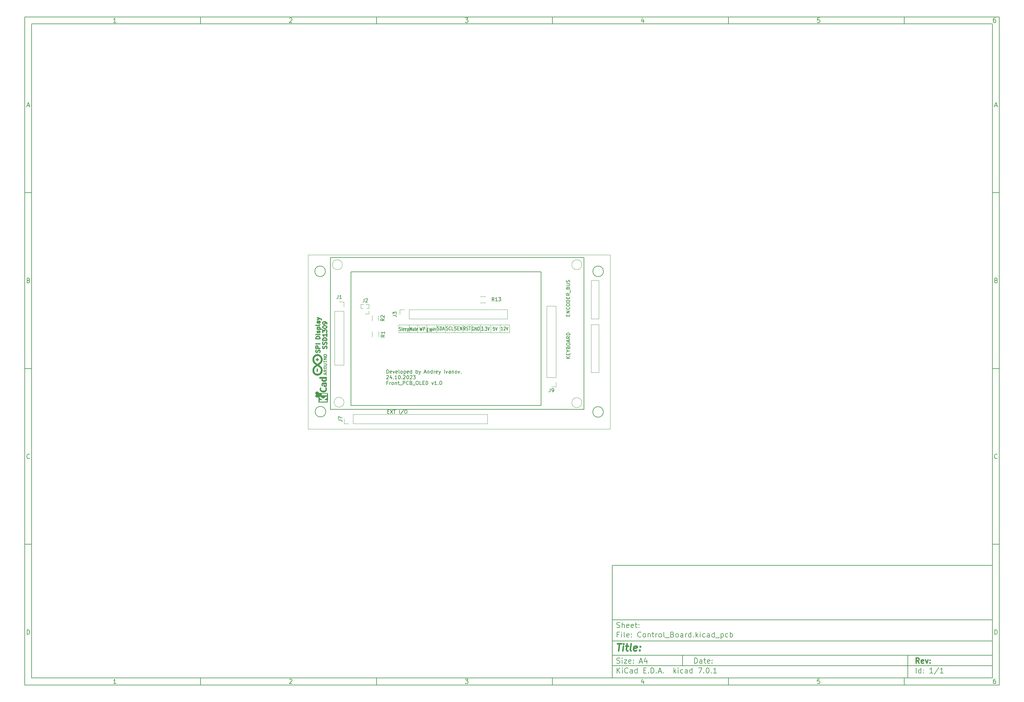
<source format=gbr>
%TF.GenerationSoftware,KiCad,Pcbnew,7.0.1*%
%TF.CreationDate,2023-11-03T16:51:15+00:00*%
%TF.ProjectId,Control_Board,436f6e74-726f-46c5-9f42-6f6172642e6b,rev?*%
%TF.SameCoordinates,Original*%
%TF.FileFunction,Legend,Top*%
%TF.FilePolarity,Positive*%
%FSLAX45Y45*%
G04 Gerber Fmt 4.5, Leading zero omitted, Abs format (unit mm)*
G04 Created by KiCad (PCBNEW 7.0.1) date 2023-11-03 16:51:15*
%MOMM*%
%LPD*%
G01*
G04 APERTURE LIST*
%ADD10C,0.100000*%
%ADD11C,0.150000*%
%ADD12C,0.300000*%
%ADD13C,0.400000*%
%ADD14C,0.000000*%
%ADD15C,0.120000*%
%ADD16C,0.127000*%
%TA.AperFunction,Profile*%
%ADD17C,0.200000*%
%TD*%
%TA.AperFunction,Profile*%
%ADD18C,0.100000*%
%TD*%
G04 APERTURE END LIST*
D10*
D11*
X17700220Y-16600720D02*
X28500220Y-16600720D01*
X28500220Y-19800720D01*
X17700220Y-19800720D01*
X17700220Y-16600720D01*
D10*
D11*
X1000000Y-1000000D02*
X28700220Y-1000000D01*
X28700220Y-20000720D01*
X1000000Y-20000720D01*
X1000000Y-1000000D01*
D10*
D11*
X1200000Y-1200000D02*
X28500220Y-1200000D01*
X28500220Y-19800720D01*
X1200000Y-19800720D01*
X1200000Y-1200000D01*
D10*
D11*
X6000000Y-1200000D02*
X6000000Y-1000000D01*
D10*
D11*
X11000000Y-1200000D02*
X11000000Y-1000000D01*
D10*
D11*
X16000000Y-1200000D02*
X16000000Y-1000000D01*
D10*
D11*
X21000000Y-1200000D02*
X21000000Y-1000000D01*
D10*
D11*
X26000000Y-1200000D02*
X26000000Y-1000000D01*
D10*
D11*
X3599048Y-1160140D02*
X3524762Y-1160140D01*
X3561905Y-1160140D02*
X3561905Y-1030140D01*
X3561905Y-1030140D02*
X3549524Y-1048712D01*
X3549524Y-1048712D02*
X3537143Y-1061093D01*
X3537143Y-1061093D02*
X3524762Y-1067283D01*
D10*
D11*
X8524762Y-1042521D02*
X8530952Y-1036331D01*
X8530952Y-1036331D02*
X8543333Y-1030140D01*
X8543333Y-1030140D02*
X8574286Y-1030140D01*
X8574286Y-1030140D02*
X8586667Y-1036331D01*
X8586667Y-1036331D02*
X8592857Y-1042521D01*
X8592857Y-1042521D02*
X8599048Y-1054902D01*
X8599048Y-1054902D02*
X8599048Y-1067283D01*
X8599048Y-1067283D02*
X8592857Y-1085855D01*
X8592857Y-1085855D02*
X8518571Y-1160140D01*
X8518571Y-1160140D02*
X8599048Y-1160140D01*
D10*
D11*
X13518571Y-1030140D02*
X13599048Y-1030140D01*
X13599048Y-1030140D02*
X13555714Y-1079664D01*
X13555714Y-1079664D02*
X13574286Y-1079664D01*
X13574286Y-1079664D02*
X13586667Y-1085855D01*
X13586667Y-1085855D02*
X13592857Y-1092045D01*
X13592857Y-1092045D02*
X13599048Y-1104426D01*
X13599048Y-1104426D02*
X13599048Y-1135379D01*
X13599048Y-1135379D02*
X13592857Y-1147760D01*
X13592857Y-1147760D02*
X13586667Y-1153950D01*
X13586667Y-1153950D02*
X13574286Y-1160140D01*
X13574286Y-1160140D02*
X13537143Y-1160140D01*
X13537143Y-1160140D02*
X13524762Y-1153950D01*
X13524762Y-1153950D02*
X13518571Y-1147760D01*
D10*
D11*
X18586667Y-1073474D02*
X18586667Y-1160140D01*
X18555714Y-1023950D02*
X18524762Y-1116807D01*
X18524762Y-1116807D02*
X18605238Y-1116807D01*
D10*
D11*
X23592857Y-1030140D02*
X23530952Y-1030140D01*
X23530952Y-1030140D02*
X23524762Y-1092045D01*
X23524762Y-1092045D02*
X23530952Y-1085855D01*
X23530952Y-1085855D02*
X23543333Y-1079664D01*
X23543333Y-1079664D02*
X23574286Y-1079664D01*
X23574286Y-1079664D02*
X23586667Y-1085855D01*
X23586667Y-1085855D02*
X23592857Y-1092045D01*
X23592857Y-1092045D02*
X23599048Y-1104426D01*
X23599048Y-1104426D02*
X23599048Y-1135379D01*
X23599048Y-1135379D02*
X23592857Y-1147760D01*
X23592857Y-1147760D02*
X23586667Y-1153950D01*
X23586667Y-1153950D02*
X23574286Y-1160140D01*
X23574286Y-1160140D02*
X23543333Y-1160140D01*
X23543333Y-1160140D02*
X23530952Y-1153950D01*
X23530952Y-1153950D02*
X23524762Y-1147760D01*
D10*
D11*
X28586667Y-1030140D02*
X28561905Y-1030140D01*
X28561905Y-1030140D02*
X28549524Y-1036331D01*
X28549524Y-1036331D02*
X28543333Y-1042521D01*
X28543333Y-1042521D02*
X28530952Y-1061093D01*
X28530952Y-1061093D02*
X28524762Y-1085855D01*
X28524762Y-1085855D02*
X28524762Y-1135379D01*
X28524762Y-1135379D02*
X28530952Y-1147760D01*
X28530952Y-1147760D02*
X28537143Y-1153950D01*
X28537143Y-1153950D02*
X28549524Y-1160140D01*
X28549524Y-1160140D02*
X28574286Y-1160140D01*
X28574286Y-1160140D02*
X28586667Y-1153950D01*
X28586667Y-1153950D02*
X28592857Y-1147760D01*
X28592857Y-1147760D02*
X28599048Y-1135379D01*
X28599048Y-1135379D02*
X28599048Y-1104426D01*
X28599048Y-1104426D02*
X28592857Y-1092045D01*
X28592857Y-1092045D02*
X28586667Y-1085855D01*
X28586667Y-1085855D02*
X28574286Y-1079664D01*
X28574286Y-1079664D02*
X28549524Y-1079664D01*
X28549524Y-1079664D02*
X28537143Y-1085855D01*
X28537143Y-1085855D02*
X28530952Y-1092045D01*
X28530952Y-1092045D02*
X28524762Y-1104426D01*
D10*
D11*
X6000000Y-19800720D02*
X6000000Y-20000720D01*
D10*
D11*
X11000000Y-19800720D02*
X11000000Y-20000720D01*
D10*
D11*
X16000000Y-19800720D02*
X16000000Y-20000720D01*
D10*
D11*
X21000000Y-19800720D02*
X21000000Y-20000720D01*
D10*
D11*
X26000000Y-19800720D02*
X26000000Y-20000720D01*
D10*
D11*
X3599048Y-19960860D02*
X3524762Y-19960860D01*
X3561905Y-19960860D02*
X3561905Y-19830860D01*
X3561905Y-19830860D02*
X3549524Y-19849432D01*
X3549524Y-19849432D02*
X3537143Y-19861813D01*
X3537143Y-19861813D02*
X3524762Y-19868003D01*
D10*
D11*
X8524762Y-19843241D02*
X8530952Y-19837051D01*
X8530952Y-19837051D02*
X8543333Y-19830860D01*
X8543333Y-19830860D02*
X8574286Y-19830860D01*
X8574286Y-19830860D02*
X8586667Y-19837051D01*
X8586667Y-19837051D02*
X8592857Y-19843241D01*
X8592857Y-19843241D02*
X8599048Y-19855622D01*
X8599048Y-19855622D02*
X8599048Y-19868003D01*
X8599048Y-19868003D02*
X8592857Y-19886575D01*
X8592857Y-19886575D02*
X8518571Y-19960860D01*
X8518571Y-19960860D02*
X8599048Y-19960860D01*
D10*
D11*
X13518571Y-19830860D02*
X13599048Y-19830860D01*
X13599048Y-19830860D02*
X13555714Y-19880384D01*
X13555714Y-19880384D02*
X13574286Y-19880384D01*
X13574286Y-19880384D02*
X13586667Y-19886575D01*
X13586667Y-19886575D02*
X13592857Y-19892765D01*
X13592857Y-19892765D02*
X13599048Y-19905146D01*
X13599048Y-19905146D02*
X13599048Y-19936099D01*
X13599048Y-19936099D02*
X13592857Y-19948480D01*
X13592857Y-19948480D02*
X13586667Y-19954670D01*
X13586667Y-19954670D02*
X13574286Y-19960860D01*
X13574286Y-19960860D02*
X13537143Y-19960860D01*
X13537143Y-19960860D02*
X13524762Y-19954670D01*
X13524762Y-19954670D02*
X13518571Y-19948480D01*
D10*
D11*
X18586667Y-19874194D02*
X18586667Y-19960860D01*
X18555714Y-19824670D02*
X18524762Y-19917527D01*
X18524762Y-19917527D02*
X18605238Y-19917527D01*
D10*
D11*
X23592857Y-19830860D02*
X23530952Y-19830860D01*
X23530952Y-19830860D02*
X23524762Y-19892765D01*
X23524762Y-19892765D02*
X23530952Y-19886575D01*
X23530952Y-19886575D02*
X23543333Y-19880384D01*
X23543333Y-19880384D02*
X23574286Y-19880384D01*
X23574286Y-19880384D02*
X23586667Y-19886575D01*
X23586667Y-19886575D02*
X23592857Y-19892765D01*
X23592857Y-19892765D02*
X23599048Y-19905146D01*
X23599048Y-19905146D02*
X23599048Y-19936099D01*
X23599048Y-19936099D02*
X23592857Y-19948480D01*
X23592857Y-19948480D02*
X23586667Y-19954670D01*
X23586667Y-19954670D02*
X23574286Y-19960860D01*
X23574286Y-19960860D02*
X23543333Y-19960860D01*
X23543333Y-19960860D02*
X23530952Y-19954670D01*
X23530952Y-19954670D02*
X23524762Y-19948480D01*
D10*
D11*
X28586667Y-19830860D02*
X28561905Y-19830860D01*
X28561905Y-19830860D02*
X28549524Y-19837051D01*
X28549524Y-19837051D02*
X28543333Y-19843241D01*
X28543333Y-19843241D02*
X28530952Y-19861813D01*
X28530952Y-19861813D02*
X28524762Y-19886575D01*
X28524762Y-19886575D02*
X28524762Y-19936099D01*
X28524762Y-19936099D02*
X28530952Y-19948480D01*
X28530952Y-19948480D02*
X28537143Y-19954670D01*
X28537143Y-19954670D02*
X28549524Y-19960860D01*
X28549524Y-19960860D02*
X28574286Y-19960860D01*
X28574286Y-19960860D02*
X28586667Y-19954670D01*
X28586667Y-19954670D02*
X28592857Y-19948480D01*
X28592857Y-19948480D02*
X28599048Y-19936099D01*
X28599048Y-19936099D02*
X28599048Y-19905146D01*
X28599048Y-19905146D02*
X28592857Y-19892765D01*
X28592857Y-19892765D02*
X28586667Y-19886575D01*
X28586667Y-19886575D02*
X28574286Y-19880384D01*
X28574286Y-19880384D02*
X28549524Y-19880384D01*
X28549524Y-19880384D02*
X28537143Y-19886575D01*
X28537143Y-19886575D02*
X28530952Y-19892765D01*
X28530952Y-19892765D02*
X28524762Y-19905146D01*
D10*
D11*
X1000000Y-6000000D02*
X1200000Y-6000000D01*
D10*
D11*
X1000000Y-11000000D02*
X1200000Y-11000000D01*
D10*
D11*
X1000000Y-16000000D02*
X1200000Y-16000000D01*
D10*
D11*
X1069048Y-3522998D02*
X1130952Y-3522998D01*
X1056667Y-3560140D02*
X1100000Y-3430140D01*
X1100000Y-3430140D02*
X1143333Y-3560140D01*
D10*
D11*
X1109286Y-8492045D02*
X1127857Y-8498236D01*
X1127857Y-8498236D02*
X1134048Y-8504426D01*
X1134048Y-8504426D02*
X1140238Y-8516807D01*
X1140238Y-8516807D02*
X1140238Y-8535379D01*
X1140238Y-8535379D02*
X1134048Y-8547760D01*
X1134048Y-8547760D02*
X1127857Y-8553950D01*
X1127857Y-8553950D02*
X1115476Y-8560140D01*
X1115476Y-8560140D02*
X1065952Y-8560140D01*
X1065952Y-8560140D02*
X1065952Y-8430140D01*
X1065952Y-8430140D02*
X1109286Y-8430140D01*
X1109286Y-8430140D02*
X1121667Y-8436331D01*
X1121667Y-8436331D02*
X1127857Y-8442521D01*
X1127857Y-8442521D02*
X1134048Y-8454902D01*
X1134048Y-8454902D02*
X1134048Y-8467283D01*
X1134048Y-8467283D02*
X1127857Y-8479664D01*
X1127857Y-8479664D02*
X1121667Y-8485855D01*
X1121667Y-8485855D02*
X1109286Y-8492045D01*
X1109286Y-8492045D02*
X1065952Y-8492045D01*
D10*
D11*
X1140238Y-13547759D02*
X1134048Y-13553950D01*
X1134048Y-13553950D02*
X1115476Y-13560140D01*
X1115476Y-13560140D02*
X1103095Y-13560140D01*
X1103095Y-13560140D02*
X1084524Y-13553950D01*
X1084524Y-13553950D02*
X1072143Y-13541569D01*
X1072143Y-13541569D02*
X1065952Y-13529188D01*
X1065952Y-13529188D02*
X1059762Y-13504426D01*
X1059762Y-13504426D02*
X1059762Y-13485855D01*
X1059762Y-13485855D02*
X1065952Y-13461093D01*
X1065952Y-13461093D02*
X1072143Y-13448712D01*
X1072143Y-13448712D02*
X1084524Y-13436331D01*
X1084524Y-13436331D02*
X1103095Y-13430140D01*
X1103095Y-13430140D02*
X1115476Y-13430140D01*
X1115476Y-13430140D02*
X1134048Y-13436331D01*
X1134048Y-13436331D02*
X1140238Y-13442521D01*
D10*
D11*
X1065952Y-18560140D02*
X1065952Y-18430140D01*
X1065952Y-18430140D02*
X1096905Y-18430140D01*
X1096905Y-18430140D02*
X1115476Y-18436331D01*
X1115476Y-18436331D02*
X1127857Y-18448712D01*
X1127857Y-18448712D02*
X1134048Y-18461093D01*
X1134048Y-18461093D02*
X1140238Y-18485855D01*
X1140238Y-18485855D02*
X1140238Y-18504426D01*
X1140238Y-18504426D02*
X1134048Y-18529188D01*
X1134048Y-18529188D02*
X1127857Y-18541569D01*
X1127857Y-18541569D02*
X1115476Y-18553950D01*
X1115476Y-18553950D02*
X1096905Y-18560140D01*
X1096905Y-18560140D02*
X1065952Y-18560140D01*
D10*
D11*
X28700220Y-6000000D02*
X28500220Y-6000000D01*
D10*
D11*
X28700220Y-11000000D02*
X28500220Y-11000000D01*
D10*
D11*
X28700220Y-16000000D02*
X28500220Y-16000000D01*
D10*
D11*
X28569268Y-3522998D02*
X28631172Y-3522998D01*
X28556887Y-3560140D02*
X28600220Y-3430140D01*
X28600220Y-3430140D02*
X28643553Y-3560140D01*
D10*
D11*
X28609506Y-8492045D02*
X28628077Y-8498236D01*
X28628077Y-8498236D02*
X28634268Y-8504426D01*
X28634268Y-8504426D02*
X28640458Y-8516807D01*
X28640458Y-8516807D02*
X28640458Y-8535379D01*
X28640458Y-8535379D02*
X28634268Y-8547760D01*
X28634268Y-8547760D02*
X28628077Y-8553950D01*
X28628077Y-8553950D02*
X28615696Y-8560140D01*
X28615696Y-8560140D02*
X28566172Y-8560140D01*
X28566172Y-8560140D02*
X28566172Y-8430140D01*
X28566172Y-8430140D02*
X28609506Y-8430140D01*
X28609506Y-8430140D02*
X28621887Y-8436331D01*
X28621887Y-8436331D02*
X28628077Y-8442521D01*
X28628077Y-8442521D02*
X28634268Y-8454902D01*
X28634268Y-8454902D02*
X28634268Y-8467283D01*
X28634268Y-8467283D02*
X28628077Y-8479664D01*
X28628077Y-8479664D02*
X28621887Y-8485855D01*
X28621887Y-8485855D02*
X28609506Y-8492045D01*
X28609506Y-8492045D02*
X28566172Y-8492045D01*
D10*
D11*
X28640458Y-13547759D02*
X28634268Y-13553950D01*
X28634268Y-13553950D02*
X28615696Y-13560140D01*
X28615696Y-13560140D02*
X28603315Y-13560140D01*
X28603315Y-13560140D02*
X28584744Y-13553950D01*
X28584744Y-13553950D02*
X28572363Y-13541569D01*
X28572363Y-13541569D02*
X28566172Y-13529188D01*
X28566172Y-13529188D02*
X28559982Y-13504426D01*
X28559982Y-13504426D02*
X28559982Y-13485855D01*
X28559982Y-13485855D02*
X28566172Y-13461093D01*
X28566172Y-13461093D02*
X28572363Y-13448712D01*
X28572363Y-13448712D02*
X28584744Y-13436331D01*
X28584744Y-13436331D02*
X28603315Y-13430140D01*
X28603315Y-13430140D02*
X28615696Y-13430140D01*
X28615696Y-13430140D02*
X28634268Y-13436331D01*
X28634268Y-13436331D02*
X28640458Y-13442521D01*
D10*
D11*
X28566172Y-18560140D02*
X28566172Y-18430140D01*
X28566172Y-18430140D02*
X28597125Y-18430140D01*
X28597125Y-18430140D02*
X28615696Y-18436331D01*
X28615696Y-18436331D02*
X28628077Y-18448712D01*
X28628077Y-18448712D02*
X28634268Y-18461093D01*
X28634268Y-18461093D02*
X28640458Y-18485855D01*
X28640458Y-18485855D02*
X28640458Y-18504426D01*
X28640458Y-18504426D02*
X28634268Y-18529188D01*
X28634268Y-18529188D02*
X28628077Y-18541569D01*
X28628077Y-18541569D02*
X28615696Y-18553950D01*
X28615696Y-18553950D02*
X28597125Y-18560140D01*
X28597125Y-18560140D02*
X28566172Y-18560140D01*
D10*
D11*
X20035934Y-19380113D02*
X20035934Y-19230113D01*
X20035934Y-19230113D02*
X20071649Y-19230113D01*
X20071649Y-19230113D02*
X20093077Y-19237256D01*
X20093077Y-19237256D02*
X20107363Y-19251541D01*
X20107363Y-19251541D02*
X20114506Y-19265827D01*
X20114506Y-19265827D02*
X20121649Y-19294399D01*
X20121649Y-19294399D02*
X20121649Y-19315827D01*
X20121649Y-19315827D02*
X20114506Y-19344399D01*
X20114506Y-19344399D02*
X20107363Y-19358684D01*
X20107363Y-19358684D02*
X20093077Y-19372970D01*
X20093077Y-19372970D02*
X20071649Y-19380113D01*
X20071649Y-19380113D02*
X20035934Y-19380113D01*
X20250220Y-19380113D02*
X20250220Y-19301541D01*
X20250220Y-19301541D02*
X20243077Y-19287256D01*
X20243077Y-19287256D02*
X20228791Y-19280113D01*
X20228791Y-19280113D02*
X20200220Y-19280113D01*
X20200220Y-19280113D02*
X20185934Y-19287256D01*
X20250220Y-19372970D02*
X20235934Y-19380113D01*
X20235934Y-19380113D02*
X20200220Y-19380113D01*
X20200220Y-19380113D02*
X20185934Y-19372970D01*
X20185934Y-19372970D02*
X20178791Y-19358684D01*
X20178791Y-19358684D02*
X20178791Y-19344399D01*
X20178791Y-19344399D02*
X20185934Y-19330113D01*
X20185934Y-19330113D02*
X20200220Y-19322970D01*
X20200220Y-19322970D02*
X20235934Y-19322970D01*
X20235934Y-19322970D02*
X20250220Y-19315827D01*
X20300220Y-19280113D02*
X20357363Y-19280113D01*
X20321649Y-19230113D02*
X20321649Y-19358684D01*
X20321649Y-19358684D02*
X20328791Y-19372970D01*
X20328791Y-19372970D02*
X20343077Y-19380113D01*
X20343077Y-19380113D02*
X20357363Y-19380113D01*
X20464506Y-19372970D02*
X20450220Y-19380113D01*
X20450220Y-19380113D02*
X20421649Y-19380113D01*
X20421649Y-19380113D02*
X20407363Y-19372970D01*
X20407363Y-19372970D02*
X20400220Y-19358684D01*
X20400220Y-19358684D02*
X20400220Y-19301541D01*
X20400220Y-19301541D02*
X20407363Y-19287256D01*
X20407363Y-19287256D02*
X20421649Y-19280113D01*
X20421649Y-19280113D02*
X20450220Y-19280113D01*
X20450220Y-19280113D02*
X20464506Y-19287256D01*
X20464506Y-19287256D02*
X20471649Y-19301541D01*
X20471649Y-19301541D02*
X20471649Y-19315827D01*
X20471649Y-19315827D02*
X20400220Y-19330113D01*
X20535934Y-19365827D02*
X20543077Y-19372970D01*
X20543077Y-19372970D02*
X20535934Y-19380113D01*
X20535934Y-19380113D02*
X20528791Y-19372970D01*
X20528791Y-19372970D02*
X20535934Y-19365827D01*
X20535934Y-19365827D02*
X20535934Y-19380113D01*
X20535934Y-19287256D02*
X20543077Y-19294399D01*
X20543077Y-19294399D02*
X20535934Y-19301541D01*
X20535934Y-19301541D02*
X20528791Y-19294399D01*
X20528791Y-19294399D02*
X20535934Y-19287256D01*
X20535934Y-19287256D02*
X20535934Y-19301541D01*
D10*
D11*
X17700220Y-19450720D02*
X28500220Y-19450720D01*
D10*
D11*
X17835934Y-19660113D02*
X17835934Y-19510113D01*
X17921649Y-19660113D02*
X17857363Y-19574399D01*
X17921649Y-19510113D02*
X17835934Y-19595827D01*
X17985934Y-19660113D02*
X17985934Y-19560113D01*
X17985934Y-19510113D02*
X17978791Y-19517256D01*
X17978791Y-19517256D02*
X17985934Y-19524399D01*
X17985934Y-19524399D02*
X17993077Y-19517256D01*
X17993077Y-19517256D02*
X17985934Y-19510113D01*
X17985934Y-19510113D02*
X17985934Y-19524399D01*
X18143077Y-19645827D02*
X18135934Y-19652970D01*
X18135934Y-19652970D02*
X18114506Y-19660113D01*
X18114506Y-19660113D02*
X18100220Y-19660113D01*
X18100220Y-19660113D02*
X18078791Y-19652970D01*
X18078791Y-19652970D02*
X18064506Y-19638684D01*
X18064506Y-19638684D02*
X18057363Y-19624399D01*
X18057363Y-19624399D02*
X18050220Y-19595827D01*
X18050220Y-19595827D02*
X18050220Y-19574399D01*
X18050220Y-19574399D02*
X18057363Y-19545827D01*
X18057363Y-19545827D02*
X18064506Y-19531541D01*
X18064506Y-19531541D02*
X18078791Y-19517256D01*
X18078791Y-19517256D02*
X18100220Y-19510113D01*
X18100220Y-19510113D02*
X18114506Y-19510113D01*
X18114506Y-19510113D02*
X18135934Y-19517256D01*
X18135934Y-19517256D02*
X18143077Y-19524399D01*
X18271649Y-19660113D02*
X18271649Y-19581541D01*
X18271649Y-19581541D02*
X18264506Y-19567256D01*
X18264506Y-19567256D02*
X18250220Y-19560113D01*
X18250220Y-19560113D02*
X18221649Y-19560113D01*
X18221649Y-19560113D02*
X18207363Y-19567256D01*
X18271649Y-19652970D02*
X18257363Y-19660113D01*
X18257363Y-19660113D02*
X18221649Y-19660113D01*
X18221649Y-19660113D02*
X18207363Y-19652970D01*
X18207363Y-19652970D02*
X18200220Y-19638684D01*
X18200220Y-19638684D02*
X18200220Y-19624399D01*
X18200220Y-19624399D02*
X18207363Y-19610113D01*
X18207363Y-19610113D02*
X18221649Y-19602970D01*
X18221649Y-19602970D02*
X18257363Y-19602970D01*
X18257363Y-19602970D02*
X18271649Y-19595827D01*
X18407363Y-19660113D02*
X18407363Y-19510113D01*
X18407363Y-19652970D02*
X18393077Y-19660113D01*
X18393077Y-19660113D02*
X18364506Y-19660113D01*
X18364506Y-19660113D02*
X18350220Y-19652970D01*
X18350220Y-19652970D02*
X18343077Y-19645827D01*
X18343077Y-19645827D02*
X18335934Y-19631541D01*
X18335934Y-19631541D02*
X18335934Y-19588684D01*
X18335934Y-19588684D02*
X18343077Y-19574399D01*
X18343077Y-19574399D02*
X18350220Y-19567256D01*
X18350220Y-19567256D02*
X18364506Y-19560113D01*
X18364506Y-19560113D02*
X18393077Y-19560113D01*
X18393077Y-19560113D02*
X18407363Y-19567256D01*
X18593077Y-19581541D02*
X18643077Y-19581541D01*
X18664506Y-19660113D02*
X18593077Y-19660113D01*
X18593077Y-19660113D02*
X18593077Y-19510113D01*
X18593077Y-19510113D02*
X18664506Y-19510113D01*
X18728791Y-19645827D02*
X18735934Y-19652970D01*
X18735934Y-19652970D02*
X18728791Y-19660113D01*
X18728791Y-19660113D02*
X18721649Y-19652970D01*
X18721649Y-19652970D02*
X18728791Y-19645827D01*
X18728791Y-19645827D02*
X18728791Y-19660113D01*
X18800220Y-19660113D02*
X18800220Y-19510113D01*
X18800220Y-19510113D02*
X18835934Y-19510113D01*
X18835934Y-19510113D02*
X18857363Y-19517256D01*
X18857363Y-19517256D02*
X18871649Y-19531541D01*
X18871649Y-19531541D02*
X18878792Y-19545827D01*
X18878792Y-19545827D02*
X18885934Y-19574399D01*
X18885934Y-19574399D02*
X18885934Y-19595827D01*
X18885934Y-19595827D02*
X18878792Y-19624399D01*
X18878792Y-19624399D02*
X18871649Y-19638684D01*
X18871649Y-19638684D02*
X18857363Y-19652970D01*
X18857363Y-19652970D02*
X18835934Y-19660113D01*
X18835934Y-19660113D02*
X18800220Y-19660113D01*
X18950220Y-19645827D02*
X18957363Y-19652970D01*
X18957363Y-19652970D02*
X18950220Y-19660113D01*
X18950220Y-19660113D02*
X18943077Y-19652970D01*
X18943077Y-19652970D02*
X18950220Y-19645827D01*
X18950220Y-19645827D02*
X18950220Y-19660113D01*
X19014506Y-19617256D02*
X19085934Y-19617256D01*
X19000220Y-19660113D02*
X19050220Y-19510113D01*
X19050220Y-19510113D02*
X19100220Y-19660113D01*
X19150220Y-19645827D02*
X19157363Y-19652970D01*
X19157363Y-19652970D02*
X19150220Y-19660113D01*
X19150220Y-19660113D02*
X19143077Y-19652970D01*
X19143077Y-19652970D02*
X19150220Y-19645827D01*
X19150220Y-19645827D02*
X19150220Y-19660113D01*
X19450220Y-19660113D02*
X19450220Y-19510113D01*
X19464506Y-19602970D02*
X19507363Y-19660113D01*
X19507363Y-19560113D02*
X19450220Y-19617256D01*
X19571649Y-19660113D02*
X19571649Y-19560113D01*
X19571649Y-19510113D02*
X19564506Y-19517256D01*
X19564506Y-19517256D02*
X19571649Y-19524399D01*
X19571649Y-19524399D02*
X19578792Y-19517256D01*
X19578792Y-19517256D02*
X19571649Y-19510113D01*
X19571649Y-19510113D02*
X19571649Y-19524399D01*
X19707363Y-19652970D02*
X19693077Y-19660113D01*
X19693077Y-19660113D02*
X19664506Y-19660113D01*
X19664506Y-19660113D02*
X19650220Y-19652970D01*
X19650220Y-19652970D02*
X19643077Y-19645827D01*
X19643077Y-19645827D02*
X19635934Y-19631541D01*
X19635934Y-19631541D02*
X19635934Y-19588684D01*
X19635934Y-19588684D02*
X19643077Y-19574399D01*
X19643077Y-19574399D02*
X19650220Y-19567256D01*
X19650220Y-19567256D02*
X19664506Y-19560113D01*
X19664506Y-19560113D02*
X19693077Y-19560113D01*
X19693077Y-19560113D02*
X19707363Y-19567256D01*
X19835934Y-19660113D02*
X19835934Y-19581541D01*
X19835934Y-19581541D02*
X19828792Y-19567256D01*
X19828792Y-19567256D02*
X19814506Y-19560113D01*
X19814506Y-19560113D02*
X19785934Y-19560113D01*
X19785934Y-19560113D02*
X19771649Y-19567256D01*
X19835934Y-19652970D02*
X19821649Y-19660113D01*
X19821649Y-19660113D02*
X19785934Y-19660113D01*
X19785934Y-19660113D02*
X19771649Y-19652970D01*
X19771649Y-19652970D02*
X19764506Y-19638684D01*
X19764506Y-19638684D02*
X19764506Y-19624399D01*
X19764506Y-19624399D02*
X19771649Y-19610113D01*
X19771649Y-19610113D02*
X19785934Y-19602970D01*
X19785934Y-19602970D02*
X19821649Y-19602970D01*
X19821649Y-19602970D02*
X19835934Y-19595827D01*
X19971649Y-19660113D02*
X19971649Y-19510113D01*
X19971649Y-19652970D02*
X19957363Y-19660113D01*
X19957363Y-19660113D02*
X19928792Y-19660113D01*
X19928792Y-19660113D02*
X19914506Y-19652970D01*
X19914506Y-19652970D02*
X19907363Y-19645827D01*
X19907363Y-19645827D02*
X19900220Y-19631541D01*
X19900220Y-19631541D02*
X19900220Y-19588684D01*
X19900220Y-19588684D02*
X19907363Y-19574399D01*
X19907363Y-19574399D02*
X19914506Y-19567256D01*
X19914506Y-19567256D02*
X19928792Y-19560113D01*
X19928792Y-19560113D02*
X19957363Y-19560113D01*
X19957363Y-19560113D02*
X19971649Y-19567256D01*
X20143077Y-19510113D02*
X20243077Y-19510113D01*
X20243077Y-19510113D02*
X20178792Y-19660113D01*
X20300220Y-19645827D02*
X20307363Y-19652970D01*
X20307363Y-19652970D02*
X20300220Y-19660113D01*
X20300220Y-19660113D02*
X20293077Y-19652970D01*
X20293077Y-19652970D02*
X20300220Y-19645827D01*
X20300220Y-19645827D02*
X20300220Y-19660113D01*
X20400220Y-19510113D02*
X20414506Y-19510113D01*
X20414506Y-19510113D02*
X20428792Y-19517256D01*
X20428792Y-19517256D02*
X20435934Y-19524399D01*
X20435934Y-19524399D02*
X20443077Y-19538684D01*
X20443077Y-19538684D02*
X20450220Y-19567256D01*
X20450220Y-19567256D02*
X20450220Y-19602970D01*
X20450220Y-19602970D02*
X20443077Y-19631541D01*
X20443077Y-19631541D02*
X20435934Y-19645827D01*
X20435934Y-19645827D02*
X20428792Y-19652970D01*
X20428792Y-19652970D02*
X20414506Y-19660113D01*
X20414506Y-19660113D02*
X20400220Y-19660113D01*
X20400220Y-19660113D02*
X20385934Y-19652970D01*
X20385934Y-19652970D02*
X20378792Y-19645827D01*
X20378792Y-19645827D02*
X20371649Y-19631541D01*
X20371649Y-19631541D02*
X20364506Y-19602970D01*
X20364506Y-19602970D02*
X20364506Y-19567256D01*
X20364506Y-19567256D02*
X20371649Y-19538684D01*
X20371649Y-19538684D02*
X20378792Y-19524399D01*
X20378792Y-19524399D02*
X20385934Y-19517256D01*
X20385934Y-19517256D02*
X20400220Y-19510113D01*
X20514506Y-19645827D02*
X20521649Y-19652970D01*
X20521649Y-19652970D02*
X20514506Y-19660113D01*
X20514506Y-19660113D02*
X20507363Y-19652970D01*
X20507363Y-19652970D02*
X20514506Y-19645827D01*
X20514506Y-19645827D02*
X20514506Y-19660113D01*
X20664506Y-19660113D02*
X20578792Y-19660113D01*
X20621649Y-19660113D02*
X20621649Y-19510113D01*
X20621649Y-19510113D02*
X20607363Y-19531541D01*
X20607363Y-19531541D02*
X20593077Y-19545827D01*
X20593077Y-19545827D02*
X20578792Y-19552970D01*
D10*
D11*
X17700220Y-19150720D02*
X28500220Y-19150720D01*
D10*
D12*
X26421648Y-19380113D02*
X26371648Y-19308684D01*
X26335934Y-19380113D02*
X26335934Y-19230113D01*
X26335934Y-19230113D02*
X26393077Y-19230113D01*
X26393077Y-19230113D02*
X26407363Y-19237256D01*
X26407363Y-19237256D02*
X26414506Y-19244399D01*
X26414506Y-19244399D02*
X26421648Y-19258684D01*
X26421648Y-19258684D02*
X26421648Y-19280113D01*
X26421648Y-19280113D02*
X26414506Y-19294399D01*
X26414506Y-19294399D02*
X26407363Y-19301541D01*
X26407363Y-19301541D02*
X26393077Y-19308684D01*
X26393077Y-19308684D02*
X26335934Y-19308684D01*
X26543077Y-19372970D02*
X26528791Y-19380113D01*
X26528791Y-19380113D02*
X26500220Y-19380113D01*
X26500220Y-19380113D02*
X26485934Y-19372970D01*
X26485934Y-19372970D02*
X26478791Y-19358684D01*
X26478791Y-19358684D02*
X26478791Y-19301541D01*
X26478791Y-19301541D02*
X26485934Y-19287256D01*
X26485934Y-19287256D02*
X26500220Y-19280113D01*
X26500220Y-19280113D02*
X26528791Y-19280113D01*
X26528791Y-19280113D02*
X26543077Y-19287256D01*
X26543077Y-19287256D02*
X26550220Y-19301541D01*
X26550220Y-19301541D02*
X26550220Y-19315827D01*
X26550220Y-19315827D02*
X26478791Y-19330113D01*
X26600220Y-19280113D02*
X26635934Y-19380113D01*
X26635934Y-19380113D02*
X26671648Y-19280113D01*
X26728791Y-19365827D02*
X26735934Y-19372970D01*
X26735934Y-19372970D02*
X26728791Y-19380113D01*
X26728791Y-19380113D02*
X26721648Y-19372970D01*
X26721648Y-19372970D02*
X26728791Y-19365827D01*
X26728791Y-19365827D02*
X26728791Y-19380113D01*
X26728791Y-19287256D02*
X26735934Y-19294399D01*
X26735934Y-19294399D02*
X26728791Y-19301541D01*
X26728791Y-19301541D02*
X26721648Y-19294399D01*
X26721648Y-19294399D02*
X26728791Y-19287256D01*
X26728791Y-19287256D02*
X26728791Y-19301541D01*
D10*
D11*
X17828791Y-19372970D02*
X17850220Y-19380113D01*
X17850220Y-19380113D02*
X17885934Y-19380113D01*
X17885934Y-19380113D02*
X17900220Y-19372970D01*
X17900220Y-19372970D02*
X17907363Y-19365827D01*
X17907363Y-19365827D02*
X17914506Y-19351541D01*
X17914506Y-19351541D02*
X17914506Y-19337256D01*
X17914506Y-19337256D02*
X17907363Y-19322970D01*
X17907363Y-19322970D02*
X17900220Y-19315827D01*
X17900220Y-19315827D02*
X17885934Y-19308684D01*
X17885934Y-19308684D02*
X17857363Y-19301541D01*
X17857363Y-19301541D02*
X17843077Y-19294399D01*
X17843077Y-19294399D02*
X17835934Y-19287256D01*
X17835934Y-19287256D02*
X17828791Y-19272970D01*
X17828791Y-19272970D02*
X17828791Y-19258684D01*
X17828791Y-19258684D02*
X17835934Y-19244399D01*
X17835934Y-19244399D02*
X17843077Y-19237256D01*
X17843077Y-19237256D02*
X17857363Y-19230113D01*
X17857363Y-19230113D02*
X17893077Y-19230113D01*
X17893077Y-19230113D02*
X17914506Y-19237256D01*
X17978791Y-19380113D02*
X17978791Y-19280113D01*
X17978791Y-19230113D02*
X17971649Y-19237256D01*
X17971649Y-19237256D02*
X17978791Y-19244399D01*
X17978791Y-19244399D02*
X17985934Y-19237256D01*
X17985934Y-19237256D02*
X17978791Y-19230113D01*
X17978791Y-19230113D02*
X17978791Y-19244399D01*
X18035934Y-19280113D02*
X18114506Y-19280113D01*
X18114506Y-19280113D02*
X18035934Y-19380113D01*
X18035934Y-19380113D02*
X18114506Y-19380113D01*
X18228791Y-19372970D02*
X18214506Y-19380113D01*
X18214506Y-19380113D02*
X18185934Y-19380113D01*
X18185934Y-19380113D02*
X18171649Y-19372970D01*
X18171649Y-19372970D02*
X18164506Y-19358684D01*
X18164506Y-19358684D02*
X18164506Y-19301541D01*
X18164506Y-19301541D02*
X18171649Y-19287256D01*
X18171649Y-19287256D02*
X18185934Y-19280113D01*
X18185934Y-19280113D02*
X18214506Y-19280113D01*
X18214506Y-19280113D02*
X18228791Y-19287256D01*
X18228791Y-19287256D02*
X18235934Y-19301541D01*
X18235934Y-19301541D02*
X18235934Y-19315827D01*
X18235934Y-19315827D02*
X18164506Y-19330113D01*
X18300220Y-19365827D02*
X18307363Y-19372970D01*
X18307363Y-19372970D02*
X18300220Y-19380113D01*
X18300220Y-19380113D02*
X18293077Y-19372970D01*
X18293077Y-19372970D02*
X18300220Y-19365827D01*
X18300220Y-19365827D02*
X18300220Y-19380113D01*
X18300220Y-19287256D02*
X18307363Y-19294399D01*
X18307363Y-19294399D02*
X18300220Y-19301541D01*
X18300220Y-19301541D02*
X18293077Y-19294399D01*
X18293077Y-19294399D02*
X18300220Y-19287256D01*
X18300220Y-19287256D02*
X18300220Y-19301541D01*
X18478791Y-19337256D02*
X18550220Y-19337256D01*
X18464506Y-19380113D02*
X18514506Y-19230113D01*
X18514506Y-19230113D02*
X18564506Y-19380113D01*
X18678791Y-19280113D02*
X18678791Y-19380113D01*
X18643077Y-19222970D02*
X18607363Y-19330113D01*
X18607363Y-19330113D02*
X18700220Y-19330113D01*
D10*
D11*
X26335934Y-19660113D02*
X26335934Y-19510113D01*
X26471649Y-19660113D02*
X26471649Y-19510113D01*
X26471649Y-19652970D02*
X26457363Y-19660113D01*
X26457363Y-19660113D02*
X26428791Y-19660113D01*
X26428791Y-19660113D02*
X26414506Y-19652970D01*
X26414506Y-19652970D02*
X26407363Y-19645827D01*
X26407363Y-19645827D02*
X26400220Y-19631541D01*
X26400220Y-19631541D02*
X26400220Y-19588684D01*
X26400220Y-19588684D02*
X26407363Y-19574399D01*
X26407363Y-19574399D02*
X26414506Y-19567256D01*
X26414506Y-19567256D02*
X26428791Y-19560113D01*
X26428791Y-19560113D02*
X26457363Y-19560113D01*
X26457363Y-19560113D02*
X26471649Y-19567256D01*
X26543077Y-19645827D02*
X26550220Y-19652970D01*
X26550220Y-19652970D02*
X26543077Y-19660113D01*
X26543077Y-19660113D02*
X26535934Y-19652970D01*
X26535934Y-19652970D02*
X26543077Y-19645827D01*
X26543077Y-19645827D02*
X26543077Y-19660113D01*
X26543077Y-19567256D02*
X26550220Y-19574399D01*
X26550220Y-19574399D02*
X26543077Y-19581541D01*
X26543077Y-19581541D02*
X26535934Y-19574399D01*
X26535934Y-19574399D02*
X26543077Y-19567256D01*
X26543077Y-19567256D02*
X26543077Y-19581541D01*
X26807363Y-19660113D02*
X26721649Y-19660113D01*
X26764506Y-19660113D02*
X26764506Y-19510113D01*
X26764506Y-19510113D02*
X26750220Y-19531541D01*
X26750220Y-19531541D02*
X26735934Y-19545827D01*
X26735934Y-19545827D02*
X26721649Y-19552970D01*
X26978791Y-19502970D02*
X26850220Y-19695827D01*
X27107363Y-19660113D02*
X27021649Y-19660113D01*
X27064506Y-19660113D02*
X27064506Y-19510113D01*
X27064506Y-19510113D02*
X27050220Y-19531541D01*
X27050220Y-19531541D02*
X27035934Y-19545827D01*
X27035934Y-19545827D02*
X27021649Y-19552970D01*
D10*
D11*
X17700220Y-18750720D02*
X28500220Y-18750720D01*
D10*
D13*
X17843077Y-18823244D02*
X17957363Y-18823244D01*
X17875220Y-19023244D02*
X17900220Y-18823244D01*
X17997839Y-19023244D02*
X18014506Y-18889910D01*
X18022839Y-18823244D02*
X18012125Y-18832768D01*
X18012125Y-18832768D02*
X18020458Y-18842291D01*
X18020458Y-18842291D02*
X18031172Y-18832768D01*
X18031172Y-18832768D02*
X18022839Y-18823244D01*
X18022839Y-18823244D02*
X18020458Y-18842291D01*
X18079982Y-18889910D02*
X18156172Y-18889910D01*
X18116887Y-18823244D02*
X18095458Y-18994672D01*
X18095458Y-18994672D02*
X18102601Y-19013720D01*
X18102601Y-19013720D02*
X18120458Y-19023244D01*
X18120458Y-19023244D02*
X18139506Y-19023244D01*
X18233553Y-19023244D02*
X18215696Y-19013720D01*
X18215696Y-19013720D02*
X18208553Y-18994672D01*
X18208553Y-18994672D02*
X18229982Y-18823244D01*
X18385934Y-19013720D02*
X18365696Y-19023244D01*
X18365696Y-19023244D02*
X18327601Y-19023244D01*
X18327601Y-19023244D02*
X18309744Y-19013720D01*
X18309744Y-19013720D02*
X18302601Y-18994672D01*
X18302601Y-18994672D02*
X18312125Y-18918482D01*
X18312125Y-18918482D02*
X18324029Y-18899434D01*
X18324029Y-18899434D02*
X18344268Y-18889910D01*
X18344268Y-18889910D02*
X18382363Y-18889910D01*
X18382363Y-18889910D02*
X18400220Y-18899434D01*
X18400220Y-18899434D02*
X18407363Y-18918482D01*
X18407363Y-18918482D02*
X18404982Y-18937530D01*
X18404982Y-18937530D02*
X18307363Y-18956577D01*
X18481172Y-19004196D02*
X18489506Y-19013720D01*
X18489506Y-19013720D02*
X18478791Y-19023244D01*
X18478791Y-19023244D02*
X18470458Y-19013720D01*
X18470458Y-19013720D02*
X18481172Y-19004196D01*
X18481172Y-19004196D02*
X18478791Y-19023244D01*
X18494268Y-18899434D02*
X18502601Y-18908958D01*
X18502601Y-18908958D02*
X18491887Y-18918482D01*
X18491887Y-18918482D02*
X18483553Y-18908958D01*
X18483553Y-18908958D02*
X18494268Y-18899434D01*
X18494268Y-18899434D02*
X18491887Y-18918482D01*
D10*
D11*
X17885934Y-18561541D02*
X17835934Y-18561541D01*
X17835934Y-18640113D02*
X17835934Y-18490113D01*
X17835934Y-18490113D02*
X17907363Y-18490113D01*
X17964506Y-18640113D02*
X17964506Y-18540113D01*
X17964506Y-18490113D02*
X17957363Y-18497256D01*
X17957363Y-18497256D02*
X17964506Y-18504399D01*
X17964506Y-18504399D02*
X17971649Y-18497256D01*
X17971649Y-18497256D02*
X17964506Y-18490113D01*
X17964506Y-18490113D02*
X17964506Y-18504399D01*
X18057363Y-18640113D02*
X18043077Y-18632970D01*
X18043077Y-18632970D02*
X18035934Y-18618684D01*
X18035934Y-18618684D02*
X18035934Y-18490113D01*
X18171649Y-18632970D02*
X18157363Y-18640113D01*
X18157363Y-18640113D02*
X18128791Y-18640113D01*
X18128791Y-18640113D02*
X18114506Y-18632970D01*
X18114506Y-18632970D02*
X18107363Y-18618684D01*
X18107363Y-18618684D02*
X18107363Y-18561541D01*
X18107363Y-18561541D02*
X18114506Y-18547256D01*
X18114506Y-18547256D02*
X18128791Y-18540113D01*
X18128791Y-18540113D02*
X18157363Y-18540113D01*
X18157363Y-18540113D02*
X18171649Y-18547256D01*
X18171649Y-18547256D02*
X18178791Y-18561541D01*
X18178791Y-18561541D02*
X18178791Y-18575827D01*
X18178791Y-18575827D02*
X18107363Y-18590113D01*
X18243077Y-18625827D02*
X18250220Y-18632970D01*
X18250220Y-18632970D02*
X18243077Y-18640113D01*
X18243077Y-18640113D02*
X18235934Y-18632970D01*
X18235934Y-18632970D02*
X18243077Y-18625827D01*
X18243077Y-18625827D02*
X18243077Y-18640113D01*
X18243077Y-18547256D02*
X18250220Y-18554399D01*
X18250220Y-18554399D02*
X18243077Y-18561541D01*
X18243077Y-18561541D02*
X18235934Y-18554399D01*
X18235934Y-18554399D02*
X18243077Y-18547256D01*
X18243077Y-18547256D02*
X18243077Y-18561541D01*
X18514506Y-18625827D02*
X18507363Y-18632970D01*
X18507363Y-18632970D02*
X18485934Y-18640113D01*
X18485934Y-18640113D02*
X18471649Y-18640113D01*
X18471649Y-18640113D02*
X18450220Y-18632970D01*
X18450220Y-18632970D02*
X18435934Y-18618684D01*
X18435934Y-18618684D02*
X18428791Y-18604399D01*
X18428791Y-18604399D02*
X18421649Y-18575827D01*
X18421649Y-18575827D02*
X18421649Y-18554399D01*
X18421649Y-18554399D02*
X18428791Y-18525827D01*
X18428791Y-18525827D02*
X18435934Y-18511541D01*
X18435934Y-18511541D02*
X18450220Y-18497256D01*
X18450220Y-18497256D02*
X18471649Y-18490113D01*
X18471649Y-18490113D02*
X18485934Y-18490113D01*
X18485934Y-18490113D02*
X18507363Y-18497256D01*
X18507363Y-18497256D02*
X18514506Y-18504399D01*
X18600220Y-18640113D02*
X18585934Y-18632970D01*
X18585934Y-18632970D02*
X18578791Y-18625827D01*
X18578791Y-18625827D02*
X18571649Y-18611541D01*
X18571649Y-18611541D02*
X18571649Y-18568684D01*
X18571649Y-18568684D02*
X18578791Y-18554399D01*
X18578791Y-18554399D02*
X18585934Y-18547256D01*
X18585934Y-18547256D02*
X18600220Y-18540113D01*
X18600220Y-18540113D02*
X18621649Y-18540113D01*
X18621649Y-18540113D02*
X18635934Y-18547256D01*
X18635934Y-18547256D02*
X18643077Y-18554399D01*
X18643077Y-18554399D02*
X18650220Y-18568684D01*
X18650220Y-18568684D02*
X18650220Y-18611541D01*
X18650220Y-18611541D02*
X18643077Y-18625827D01*
X18643077Y-18625827D02*
X18635934Y-18632970D01*
X18635934Y-18632970D02*
X18621649Y-18640113D01*
X18621649Y-18640113D02*
X18600220Y-18640113D01*
X18714506Y-18540113D02*
X18714506Y-18640113D01*
X18714506Y-18554399D02*
X18721649Y-18547256D01*
X18721649Y-18547256D02*
X18735934Y-18540113D01*
X18735934Y-18540113D02*
X18757363Y-18540113D01*
X18757363Y-18540113D02*
X18771649Y-18547256D01*
X18771649Y-18547256D02*
X18778791Y-18561541D01*
X18778791Y-18561541D02*
X18778791Y-18640113D01*
X18828791Y-18540113D02*
X18885934Y-18540113D01*
X18850220Y-18490113D02*
X18850220Y-18618684D01*
X18850220Y-18618684D02*
X18857363Y-18632970D01*
X18857363Y-18632970D02*
X18871649Y-18640113D01*
X18871649Y-18640113D02*
X18885934Y-18640113D01*
X18935934Y-18640113D02*
X18935934Y-18540113D01*
X18935934Y-18568684D02*
X18943077Y-18554399D01*
X18943077Y-18554399D02*
X18950220Y-18547256D01*
X18950220Y-18547256D02*
X18964506Y-18540113D01*
X18964506Y-18540113D02*
X18978791Y-18540113D01*
X19050220Y-18640113D02*
X19035934Y-18632970D01*
X19035934Y-18632970D02*
X19028791Y-18625827D01*
X19028791Y-18625827D02*
X19021649Y-18611541D01*
X19021649Y-18611541D02*
X19021649Y-18568684D01*
X19021649Y-18568684D02*
X19028791Y-18554399D01*
X19028791Y-18554399D02*
X19035934Y-18547256D01*
X19035934Y-18547256D02*
X19050220Y-18540113D01*
X19050220Y-18540113D02*
X19071649Y-18540113D01*
X19071649Y-18540113D02*
X19085934Y-18547256D01*
X19085934Y-18547256D02*
X19093077Y-18554399D01*
X19093077Y-18554399D02*
X19100220Y-18568684D01*
X19100220Y-18568684D02*
X19100220Y-18611541D01*
X19100220Y-18611541D02*
X19093077Y-18625827D01*
X19093077Y-18625827D02*
X19085934Y-18632970D01*
X19085934Y-18632970D02*
X19071649Y-18640113D01*
X19071649Y-18640113D02*
X19050220Y-18640113D01*
X19185934Y-18640113D02*
X19171649Y-18632970D01*
X19171649Y-18632970D02*
X19164506Y-18618684D01*
X19164506Y-18618684D02*
X19164506Y-18490113D01*
X19207363Y-18654399D02*
X19321649Y-18654399D01*
X19407363Y-18561541D02*
X19428791Y-18568684D01*
X19428791Y-18568684D02*
X19435934Y-18575827D01*
X19435934Y-18575827D02*
X19443077Y-18590113D01*
X19443077Y-18590113D02*
X19443077Y-18611541D01*
X19443077Y-18611541D02*
X19435934Y-18625827D01*
X19435934Y-18625827D02*
X19428791Y-18632970D01*
X19428791Y-18632970D02*
X19414506Y-18640113D01*
X19414506Y-18640113D02*
X19357363Y-18640113D01*
X19357363Y-18640113D02*
X19357363Y-18490113D01*
X19357363Y-18490113D02*
X19407363Y-18490113D01*
X19407363Y-18490113D02*
X19421649Y-18497256D01*
X19421649Y-18497256D02*
X19428791Y-18504399D01*
X19428791Y-18504399D02*
X19435934Y-18518684D01*
X19435934Y-18518684D02*
X19435934Y-18532970D01*
X19435934Y-18532970D02*
X19428791Y-18547256D01*
X19428791Y-18547256D02*
X19421649Y-18554399D01*
X19421649Y-18554399D02*
X19407363Y-18561541D01*
X19407363Y-18561541D02*
X19357363Y-18561541D01*
X19528791Y-18640113D02*
X19514506Y-18632970D01*
X19514506Y-18632970D02*
X19507363Y-18625827D01*
X19507363Y-18625827D02*
X19500220Y-18611541D01*
X19500220Y-18611541D02*
X19500220Y-18568684D01*
X19500220Y-18568684D02*
X19507363Y-18554399D01*
X19507363Y-18554399D02*
X19514506Y-18547256D01*
X19514506Y-18547256D02*
X19528791Y-18540113D01*
X19528791Y-18540113D02*
X19550220Y-18540113D01*
X19550220Y-18540113D02*
X19564506Y-18547256D01*
X19564506Y-18547256D02*
X19571649Y-18554399D01*
X19571649Y-18554399D02*
X19578791Y-18568684D01*
X19578791Y-18568684D02*
X19578791Y-18611541D01*
X19578791Y-18611541D02*
X19571649Y-18625827D01*
X19571649Y-18625827D02*
X19564506Y-18632970D01*
X19564506Y-18632970D02*
X19550220Y-18640113D01*
X19550220Y-18640113D02*
X19528791Y-18640113D01*
X19707363Y-18640113D02*
X19707363Y-18561541D01*
X19707363Y-18561541D02*
X19700220Y-18547256D01*
X19700220Y-18547256D02*
X19685934Y-18540113D01*
X19685934Y-18540113D02*
X19657363Y-18540113D01*
X19657363Y-18540113D02*
X19643077Y-18547256D01*
X19707363Y-18632970D02*
X19693077Y-18640113D01*
X19693077Y-18640113D02*
X19657363Y-18640113D01*
X19657363Y-18640113D02*
X19643077Y-18632970D01*
X19643077Y-18632970D02*
X19635934Y-18618684D01*
X19635934Y-18618684D02*
X19635934Y-18604399D01*
X19635934Y-18604399D02*
X19643077Y-18590113D01*
X19643077Y-18590113D02*
X19657363Y-18582970D01*
X19657363Y-18582970D02*
X19693077Y-18582970D01*
X19693077Y-18582970D02*
X19707363Y-18575827D01*
X19778791Y-18640113D02*
X19778791Y-18540113D01*
X19778791Y-18568684D02*
X19785934Y-18554399D01*
X19785934Y-18554399D02*
X19793077Y-18547256D01*
X19793077Y-18547256D02*
X19807363Y-18540113D01*
X19807363Y-18540113D02*
X19821649Y-18540113D01*
X19935934Y-18640113D02*
X19935934Y-18490113D01*
X19935934Y-18632970D02*
X19921648Y-18640113D01*
X19921648Y-18640113D02*
X19893077Y-18640113D01*
X19893077Y-18640113D02*
X19878791Y-18632970D01*
X19878791Y-18632970D02*
X19871648Y-18625827D01*
X19871648Y-18625827D02*
X19864506Y-18611541D01*
X19864506Y-18611541D02*
X19864506Y-18568684D01*
X19864506Y-18568684D02*
X19871648Y-18554399D01*
X19871648Y-18554399D02*
X19878791Y-18547256D01*
X19878791Y-18547256D02*
X19893077Y-18540113D01*
X19893077Y-18540113D02*
X19921648Y-18540113D01*
X19921648Y-18540113D02*
X19935934Y-18547256D01*
X20007363Y-18625827D02*
X20014506Y-18632970D01*
X20014506Y-18632970D02*
X20007363Y-18640113D01*
X20007363Y-18640113D02*
X20000220Y-18632970D01*
X20000220Y-18632970D02*
X20007363Y-18625827D01*
X20007363Y-18625827D02*
X20007363Y-18640113D01*
X20078791Y-18640113D02*
X20078791Y-18490113D01*
X20093077Y-18582970D02*
X20135934Y-18640113D01*
X20135934Y-18540113D02*
X20078791Y-18597256D01*
X20200220Y-18640113D02*
X20200220Y-18540113D01*
X20200220Y-18490113D02*
X20193077Y-18497256D01*
X20193077Y-18497256D02*
X20200220Y-18504399D01*
X20200220Y-18504399D02*
X20207363Y-18497256D01*
X20207363Y-18497256D02*
X20200220Y-18490113D01*
X20200220Y-18490113D02*
X20200220Y-18504399D01*
X20335934Y-18632970D02*
X20321649Y-18640113D01*
X20321649Y-18640113D02*
X20293077Y-18640113D01*
X20293077Y-18640113D02*
X20278791Y-18632970D01*
X20278791Y-18632970D02*
X20271649Y-18625827D01*
X20271649Y-18625827D02*
X20264506Y-18611541D01*
X20264506Y-18611541D02*
X20264506Y-18568684D01*
X20264506Y-18568684D02*
X20271649Y-18554399D01*
X20271649Y-18554399D02*
X20278791Y-18547256D01*
X20278791Y-18547256D02*
X20293077Y-18540113D01*
X20293077Y-18540113D02*
X20321649Y-18540113D01*
X20321649Y-18540113D02*
X20335934Y-18547256D01*
X20464506Y-18640113D02*
X20464506Y-18561541D01*
X20464506Y-18561541D02*
X20457363Y-18547256D01*
X20457363Y-18547256D02*
X20443077Y-18540113D01*
X20443077Y-18540113D02*
X20414506Y-18540113D01*
X20414506Y-18540113D02*
X20400220Y-18547256D01*
X20464506Y-18632970D02*
X20450220Y-18640113D01*
X20450220Y-18640113D02*
X20414506Y-18640113D01*
X20414506Y-18640113D02*
X20400220Y-18632970D01*
X20400220Y-18632970D02*
X20393077Y-18618684D01*
X20393077Y-18618684D02*
X20393077Y-18604399D01*
X20393077Y-18604399D02*
X20400220Y-18590113D01*
X20400220Y-18590113D02*
X20414506Y-18582970D01*
X20414506Y-18582970D02*
X20450220Y-18582970D01*
X20450220Y-18582970D02*
X20464506Y-18575827D01*
X20600220Y-18640113D02*
X20600220Y-18490113D01*
X20600220Y-18632970D02*
X20585934Y-18640113D01*
X20585934Y-18640113D02*
X20557363Y-18640113D01*
X20557363Y-18640113D02*
X20543077Y-18632970D01*
X20543077Y-18632970D02*
X20535934Y-18625827D01*
X20535934Y-18625827D02*
X20528791Y-18611541D01*
X20528791Y-18611541D02*
X20528791Y-18568684D01*
X20528791Y-18568684D02*
X20535934Y-18554399D01*
X20535934Y-18554399D02*
X20543077Y-18547256D01*
X20543077Y-18547256D02*
X20557363Y-18540113D01*
X20557363Y-18540113D02*
X20585934Y-18540113D01*
X20585934Y-18540113D02*
X20600220Y-18547256D01*
X20635934Y-18654399D02*
X20750220Y-18654399D01*
X20785934Y-18540113D02*
X20785934Y-18690113D01*
X20785934Y-18547256D02*
X20800220Y-18540113D01*
X20800220Y-18540113D02*
X20828791Y-18540113D01*
X20828791Y-18540113D02*
X20843077Y-18547256D01*
X20843077Y-18547256D02*
X20850220Y-18554399D01*
X20850220Y-18554399D02*
X20857363Y-18568684D01*
X20857363Y-18568684D02*
X20857363Y-18611541D01*
X20857363Y-18611541D02*
X20850220Y-18625827D01*
X20850220Y-18625827D02*
X20843077Y-18632970D01*
X20843077Y-18632970D02*
X20828791Y-18640113D01*
X20828791Y-18640113D02*
X20800220Y-18640113D01*
X20800220Y-18640113D02*
X20785934Y-18632970D01*
X20985934Y-18632970D02*
X20971649Y-18640113D01*
X20971649Y-18640113D02*
X20943077Y-18640113D01*
X20943077Y-18640113D02*
X20928791Y-18632970D01*
X20928791Y-18632970D02*
X20921649Y-18625827D01*
X20921649Y-18625827D02*
X20914506Y-18611541D01*
X20914506Y-18611541D02*
X20914506Y-18568684D01*
X20914506Y-18568684D02*
X20921649Y-18554399D01*
X20921649Y-18554399D02*
X20928791Y-18547256D01*
X20928791Y-18547256D02*
X20943077Y-18540113D01*
X20943077Y-18540113D02*
X20971649Y-18540113D01*
X20971649Y-18540113D02*
X20985934Y-18547256D01*
X21050220Y-18640113D02*
X21050220Y-18490113D01*
X21050220Y-18547256D02*
X21064506Y-18540113D01*
X21064506Y-18540113D02*
X21093077Y-18540113D01*
X21093077Y-18540113D02*
X21107363Y-18547256D01*
X21107363Y-18547256D02*
X21114506Y-18554399D01*
X21114506Y-18554399D02*
X21121649Y-18568684D01*
X21121649Y-18568684D02*
X21121649Y-18611541D01*
X21121649Y-18611541D02*
X21114506Y-18625827D01*
X21114506Y-18625827D02*
X21107363Y-18632970D01*
X21107363Y-18632970D02*
X21093077Y-18640113D01*
X21093077Y-18640113D02*
X21064506Y-18640113D01*
X21064506Y-18640113D02*
X21050220Y-18632970D01*
D10*
D11*
X17700220Y-18150720D02*
X28500220Y-18150720D01*
D10*
D11*
X17828791Y-18362970D02*
X17850220Y-18370113D01*
X17850220Y-18370113D02*
X17885934Y-18370113D01*
X17885934Y-18370113D02*
X17900220Y-18362970D01*
X17900220Y-18362970D02*
X17907363Y-18355827D01*
X17907363Y-18355827D02*
X17914506Y-18341541D01*
X17914506Y-18341541D02*
X17914506Y-18327256D01*
X17914506Y-18327256D02*
X17907363Y-18312970D01*
X17907363Y-18312970D02*
X17900220Y-18305827D01*
X17900220Y-18305827D02*
X17885934Y-18298684D01*
X17885934Y-18298684D02*
X17857363Y-18291541D01*
X17857363Y-18291541D02*
X17843077Y-18284399D01*
X17843077Y-18284399D02*
X17835934Y-18277256D01*
X17835934Y-18277256D02*
X17828791Y-18262970D01*
X17828791Y-18262970D02*
X17828791Y-18248684D01*
X17828791Y-18248684D02*
X17835934Y-18234399D01*
X17835934Y-18234399D02*
X17843077Y-18227256D01*
X17843077Y-18227256D02*
X17857363Y-18220113D01*
X17857363Y-18220113D02*
X17893077Y-18220113D01*
X17893077Y-18220113D02*
X17914506Y-18227256D01*
X17978791Y-18370113D02*
X17978791Y-18220113D01*
X18043077Y-18370113D02*
X18043077Y-18291541D01*
X18043077Y-18291541D02*
X18035934Y-18277256D01*
X18035934Y-18277256D02*
X18021649Y-18270113D01*
X18021649Y-18270113D02*
X18000220Y-18270113D01*
X18000220Y-18270113D02*
X17985934Y-18277256D01*
X17985934Y-18277256D02*
X17978791Y-18284399D01*
X18171649Y-18362970D02*
X18157363Y-18370113D01*
X18157363Y-18370113D02*
X18128791Y-18370113D01*
X18128791Y-18370113D02*
X18114506Y-18362970D01*
X18114506Y-18362970D02*
X18107363Y-18348684D01*
X18107363Y-18348684D02*
X18107363Y-18291541D01*
X18107363Y-18291541D02*
X18114506Y-18277256D01*
X18114506Y-18277256D02*
X18128791Y-18270113D01*
X18128791Y-18270113D02*
X18157363Y-18270113D01*
X18157363Y-18270113D02*
X18171649Y-18277256D01*
X18171649Y-18277256D02*
X18178791Y-18291541D01*
X18178791Y-18291541D02*
X18178791Y-18305827D01*
X18178791Y-18305827D02*
X18107363Y-18320113D01*
X18300220Y-18362970D02*
X18285934Y-18370113D01*
X18285934Y-18370113D02*
X18257363Y-18370113D01*
X18257363Y-18370113D02*
X18243077Y-18362970D01*
X18243077Y-18362970D02*
X18235934Y-18348684D01*
X18235934Y-18348684D02*
X18235934Y-18291541D01*
X18235934Y-18291541D02*
X18243077Y-18277256D01*
X18243077Y-18277256D02*
X18257363Y-18270113D01*
X18257363Y-18270113D02*
X18285934Y-18270113D01*
X18285934Y-18270113D02*
X18300220Y-18277256D01*
X18300220Y-18277256D02*
X18307363Y-18291541D01*
X18307363Y-18291541D02*
X18307363Y-18305827D01*
X18307363Y-18305827D02*
X18235934Y-18320113D01*
X18350220Y-18270113D02*
X18407363Y-18270113D01*
X18371648Y-18220113D02*
X18371648Y-18348684D01*
X18371648Y-18348684D02*
X18378791Y-18362970D01*
X18378791Y-18362970D02*
X18393077Y-18370113D01*
X18393077Y-18370113D02*
X18407363Y-18370113D01*
X18457363Y-18355827D02*
X18464506Y-18362970D01*
X18464506Y-18362970D02*
X18457363Y-18370113D01*
X18457363Y-18370113D02*
X18450220Y-18362970D01*
X18450220Y-18362970D02*
X18457363Y-18355827D01*
X18457363Y-18355827D02*
X18457363Y-18370113D01*
X18457363Y-18277256D02*
X18464506Y-18284399D01*
X18464506Y-18284399D02*
X18457363Y-18291541D01*
X18457363Y-18291541D02*
X18450220Y-18284399D01*
X18450220Y-18284399D02*
X18457363Y-18277256D01*
X18457363Y-18277256D02*
X18457363Y-18291541D01*
D10*
D12*
D10*
D11*
D10*
D11*
D10*
D11*
D10*
D11*
D10*
D11*
X19700220Y-19150720D02*
X19700220Y-19450720D01*
D10*
D11*
X26100220Y-19150720D02*
X26100220Y-19800720D01*
D14*
G36*
X9542682Y-10670731D02*
G01*
X9538168Y-10670719D01*
X9534553Y-10670669D01*
X9533021Y-10670623D01*
X9531642Y-10670559D01*
X9530391Y-10670475D01*
X9529243Y-10670368D01*
X9528175Y-10670234D01*
X9527163Y-10670072D01*
X9526181Y-10669879D01*
X9525207Y-10669652D01*
X9524216Y-10669389D01*
X9523183Y-10669085D01*
X9520898Y-10668350D01*
X9518827Y-10667622D01*
X9516817Y-10666828D01*
X9514872Y-10665970D01*
X9512993Y-10665051D01*
X9511185Y-10664073D01*
X9509450Y-10663039D01*
X9507792Y-10661950D01*
X9506213Y-10660809D01*
X9504717Y-10659619D01*
X9503307Y-10658382D01*
X9501986Y-10657099D01*
X9500756Y-10655774D01*
X9499622Y-10654409D01*
X9498586Y-10653005D01*
X9497651Y-10651566D01*
X9496821Y-10650094D01*
X9496533Y-10649545D01*
X9496206Y-10648843D01*
X9495850Y-10648016D01*
X9495476Y-10647095D01*
X9495093Y-10646108D01*
X9494712Y-10645083D01*
X9494344Y-10644050D01*
X9493998Y-10643038D01*
X9493601Y-10641614D01*
X9493270Y-10640006D01*
X9493002Y-10638239D01*
X9492798Y-10636341D01*
X9492657Y-10634337D01*
X9492577Y-10632254D01*
X9492561Y-10630473D01*
X9509384Y-10630473D01*
X9509408Y-10631333D01*
X9509473Y-10632183D01*
X9509578Y-10633023D01*
X9509724Y-10633850D01*
X9509911Y-10634666D01*
X9510137Y-10635468D01*
X9510402Y-10636256D01*
X9510706Y-10637029D01*
X9511048Y-10637787D01*
X9511428Y-10638529D01*
X9511846Y-10639255D01*
X9512300Y-10639962D01*
X9512791Y-10640652D01*
X9513319Y-10641322D01*
X9513882Y-10641973D01*
X9514480Y-10642604D01*
X9515114Y-10643213D01*
X9515781Y-10643800D01*
X9516483Y-10644365D01*
X9517218Y-10644907D01*
X9517986Y-10645424D01*
X9518787Y-10645917D01*
X9519620Y-10646384D01*
X9520485Y-10646824D01*
X9521382Y-10647238D01*
X9522309Y-10647624D01*
X9523785Y-10648139D01*
X9525291Y-10648566D01*
X9526904Y-10648916D01*
X9528703Y-10649201D01*
X9530767Y-10649432D01*
X9533173Y-10649621D01*
X9536002Y-10649779D01*
X9539330Y-10649917D01*
X9543507Y-10649983D01*
X9545491Y-10649966D01*
X9547407Y-10649914D01*
X9549254Y-10649829D01*
X9551035Y-10649709D01*
X9552749Y-10649554D01*
X9554397Y-10649363D01*
X9555979Y-10649138D01*
X9557496Y-10648877D01*
X9558949Y-10648580D01*
X9560338Y-10648246D01*
X9561665Y-10647876D01*
X9562928Y-10647469D01*
X9564130Y-10647025D01*
X9565271Y-10646544D01*
X9566350Y-10646025D01*
X9567370Y-10645468D01*
X9568330Y-10644872D01*
X9569231Y-10644238D01*
X9570074Y-10643565D01*
X9570859Y-10642853D01*
X9571587Y-10642102D01*
X9572259Y-10641310D01*
X9572874Y-10640479D01*
X9573434Y-10639607D01*
X9573940Y-10638695D01*
X9574391Y-10637741D01*
X9574789Y-10636747D01*
X9575133Y-10635711D01*
X9575426Y-10634633D01*
X9575667Y-10633513D01*
X9575772Y-10632710D01*
X9575826Y-10631862D01*
X9575829Y-10630974D01*
X9575784Y-10630056D01*
X9575691Y-10629114D01*
X9575553Y-10628157D01*
X9575372Y-10627192D01*
X9575148Y-10626226D01*
X9574885Y-10625268D01*
X9574582Y-10624324D01*
X9574243Y-10623403D01*
X9573868Y-10622512D01*
X9573460Y-10621659D01*
X9573020Y-10620851D01*
X9572550Y-10620096D01*
X9572051Y-10619402D01*
X9570873Y-10618076D01*
X9569435Y-10616843D01*
X9567751Y-10615708D01*
X9565840Y-10614674D01*
X9563716Y-10613744D01*
X9561395Y-10612920D01*
X9558895Y-10612207D01*
X9556231Y-10611608D01*
X9553419Y-10611125D01*
X9550475Y-10610763D01*
X9547416Y-10610523D01*
X9544257Y-10610410D01*
X9541015Y-10610427D01*
X9537706Y-10610577D01*
X9534347Y-10610863D01*
X9530952Y-10611288D01*
X9528837Y-10611639D01*
X9526824Y-10612064D01*
X9524915Y-10612561D01*
X9524000Y-10612836D01*
X9523111Y-10613129D01*
X9522249Y-10613440D01*
X9521414Y-10613768D01*
X9520605Y-10614113D01*
X9519824Y-10614476D01*
X9519070Y-10614855D01*
X9518343Y-10615252D01*
X9517644Y-10615665D01*
X9516973Y-10616095D01*
X9516330Y-10616541D01*
X9515715Y-10617004D01*
X9515127Y-10617483D01*
X9514569Y-10617979D01*
X9514039Y-10618490D01*
X9513537Y-10619017D01*
X9513065Y-10619560D01*
X9512621Y-10620119D01*
X9512207Y-10620693D01*
X9511822Y-10621282D01*
X9511467Y-10621887D01*
X9511141Y-10622507D01*
X9510845Y-10623142D01*
X9510579Y-10623791D01*
X9510343Y-10624456D01*
X9510138Y-10625135D01*
X9509904Y-10626042D01*
X9509714Y-10626943D01*
X9509567Y-10627837D01*
X9509464Y-10628724D01*
X9509403Y-10629603D01*
X9509384Y-10630473D01*
X9492561Y-10630473D01*
X9492558Y-10630119D01*
X9492598Y-10627957D01*
X9492698Y-10625795D01*
X9492856Y-10623660D01*
X9493070Y-10621577D01*
X9493341Y-10619573D01*
X9493667Y-10617675D01*
X9494048Y-10615908D01*
X9494482Y-10614300D01*
X9494969Y-10612876D01*
X9495776Y-10610993D01*
X9496707Y-10609181D01*
X9497763Y-10607441D01*
X9498940Y-10605775D01*
X9500239Y-10604182D01*
X9501657Y-10602664D01*
X9503193Y-10601222D01*
X9504846Y-10599856D01*
X9506616Y-10598568D01*
X9508499Y-10597358D01*
X9510496Y-10596228D01*
X9512605Y-10595178D01*
X9514824Y-10594209D01*
X9517153Y-10593322D01*
X9519589Y-10592517D01*
X9522133Y-10591797D01*
X9524080Y-10591348D01*
X9526232Y-10590958D01*
X9528559Y-10590628D01*
X9531032Y-10590359D01*
X9533622Y-10590149D01*
X9536299Y-10589999D01*
X9539035Y-10589909D01*
X9541800Y-10589879D01*
X9544565Y-10589909D01*
X9547301Y-10589999D01*
X9549978Y-10590149D01*
X9552568Y-10590359D01*
X9555041Y-10590628D01*
X9557368Y-10590958D01*
X9559520Y-10591348D01*
X9561467Y-10591797D01*
X9563195Y-10592279D01*
X9564874Y-10592798D01*
X9566503Y-10593353D01*
X9568082Y-10593946D01*
X9569611Y-10594575D01*
X9571091Y-10595240D01*
X9572522Y-10595943D01*
X9573903Y-10596681D01*
X9575234Y-10597456D01*
X9576515Y-10598266D01*
X9577747Y-10599113D01*
X9578930Y-10599995D01*
X9580063Y-10600913D01*
X9581146Y-10601867D01*
X9582179Y-10602856D01*
X9583163Y-10603880D01*
X9584464Y-10605346D01*
X9585656Y-10606806D01*
X9586744Y-10608270D01*
X9587731Y-10609745D01*
X9588620Y-10611241D01*
X9589415Y-10612766D01*
X9590120Y-10614330D01*
X9590737Y-10615941D01*
X9591270Y-10617607D01*
X9591723Y-10619338D01*
X9592100Y-10621143D01*
X9592403Y-10623029D01*
X9592636Y-10625007D01*
X9592803Y-10627084D01*
X9592908Y-10629270D01*
X9592953Y-10631573D01*
X9592917Y-10633899D01*
X9592809Y-10636120D01*
X9592627Y-10638239D01*
X9592367Y-10640264D01*
X9592028Y-10642200D01*
X9591609Y-10644051D01*
X9591105Y-10645825D01*
X9590516Y-10647525D01*
X9589839Y-10649159D01*
X9589073Y-10650730D01*
X9588214Y-10652246D01*
X9587260Y-10653711D01*
X9586210Y-10655131D01*
X9585061Y-10656512D01*
X9583811Y-10657859D01*
X9582458Y-10659178D01*
X9581506Y-10660035D01*
X9580535Y-10660854D01*
X9579540Y-10661637D01*
X9578519Y-10662386D01*
X9577468Y-10663101D01*
X9576383Y-10663785D01*
X9575262Y-10664439D01*
X9574101Y-10665065D01*
X9572896Y-10665664D01*
X9571645Y-10666237D01*
X9570344Y-10666786D01*
X9568989Y-10667314D01*
X9567577Y-10667820D01*
X9566105Y-10668308D01*
X9564569Y-10668778D01*
X9562967Y-10669232D01*
X9561267Y-10669655D01*
X9559487Y-10670000D01*
X9557548Y-10670272D01*
X9555371Y-10670478D01*
X9552875Y-10670621D01*
X9549981Y-10670708D01*
X9546610Y-10670743D01*
X9543507Y-10670734D01*
X9542682Y-10670731D01*
G37*
G36*
X9197969Y-10599826D02*
G01*
X9198883Y-10599836D01*
X9199707Y-10599854D01*
X9200086Y-10599867D01*
X9200443Y-10599881D01*
X9200780Y-10599898D01*
X9201097Y-10599917D01*
X9201394Y-10599938D01*
X9201673Y-10599963D01*
X9201932Y-10599989D01*
X9202173Y-10600019D01*
X9202397Y-10600052D01*
X9202604Y-10600088D01*
X9202794Y-10600126D01*
X9202969Y-10600168D01*
X9203127Y-10600214D01*
X9203271Y-10600262D01*
X9203400Y-10600314D01*
X9203516Y-10600370D01*
X9203618Y-10600430D01*
X9203706Y-10600493D01*
X9203783Y-10600560D01*
X9203817Y-10600595D01*
X9203848Y-10600631D01*
X9203876Y-10600668D01*
X9203901Y-10600706D01*
X9203924Y-10600745D01*
X9203944Y-10600785D01*
X9203976Y-10600869D01*
X9203998Y-10600957D01*
X9204011Y-10601049D01*
X9204015Y-10601146D01*
X9204003Y-10601321D01*
X9203963Y-10601481D01*
X9203897Y-10601629D01*
X9203800Y-10601763D01*
X9203673Y-10601885D01*
X9203513Y-10601995D01*
X9203319Y-10602094D01*
X9203089Y-10602182D01*
X9202822Y-10602260D01*
X9202517Y-10602328D01*
X9202171Y-10602386D01*
X9201783Y-10602436D01*
X9201351Y-10602477D01*
X9200875Y-10602511D01*
X9200353Y-10602537D01*
X9199782Y-10602557D01*
X9195637Y-10602645D01*
X9199782Y-10604056D01*
X9200294Y-10604223D01*
X9200774Y-10604391D01*
X9201220Y-10604561D01*
X9201634Y-10604733D01*
X9202014Y-10604906D01*
X9202192Y-10604994D01*
X9202362Y-10605081D01*
X9202523Y-10605169D01*
X9202676Y-10605257D01*
X9202820Y-10605346D01*
X9202957Y-10605434D01*
X9203085Y-10605523D01*
X9203205Y-10605613D01*
X9203317Y-10605702D01*
X9203420Y-10605792D01*
X9203515Y-10605882D01*
X9203602Y-10605972D01*
X9203680Y-10606062D01*
X9203751Y-10606152D01*
X9203813Y-10606243D01*
X9203866Y-10606333D01*
X9203912Y-10606424D01*
X9203949Y-10606515D01*
X9203978Y-10606606D01*
X9203999Y-10606697D01*
X9204011Y-10606788D01*
X9204015Y-10606879D01*
X9203999Y-10607060D01*
X9203949Y-10607242D01*
X9203866Y-10607424D01*
X9203751Y-10607605D01*
X9203602Y-10607785D01*
X9203420Y-10607965D01*
X9203205Y-10608144D01*
X9202957Y-10608323D01*
X9202676Y-10608500D01*
X9202362Y-10608676D01*
X9202014Y-10608851D01*
X9201634Y-10609024D01*
X9201220Y-10609196D01*
X9200774Y-10609366D01*
X9200294Y-10609534D01*
X9199782Y-10609701D01*
X9195637Y-10611112D01*
X9199782Y-10611200D01*
X9200353Y-10611220D01*
X9200875Y-10611246D01*
X9201119Y-10611262D01*
X9201351Y-10611280D01*
X9201573Y-10611300D01*
X9201783Y-10611321D01*
X9201982Y-10611345D01*
X9202171Y-10611371D01*
X9202349Y-10611399D01*
X9202517Y-10611430D01*
X9202674Y-10611462D01*
X9202822Y-10611497D01*
X9202960Y-10611535D01*
X9203089Y-10611575D01*
X9203209Y-10611618D01*
X9203319Y-10611663D01*
X9203420Y-10611711D01*
X9203513Y-10611762D01*
X9203597Y-10611815D01*
X9203673Y-10611872D01*
X9203740Y-10611931D01*
X9203800Y-10611994D01*
X9203852Y-10612059D01*
X9203897Y-10612128D01*
X9203934Y-10612200D01*
X9203963Y-10612276D01*
X9203986Y-10612354D01*
X9204003Y-10612436D01*
X9204012Y-10612522D01*
X9204015Y-10612611D01*
X9203998Y-10612800D01*
X9203944Y-10612972D01*
X9203848Y-10613126D01*
X9203706Y-10613264D01*
X9203516Y-10613387D01*
X9203271Y-10613495D01*
X9202969Y-10613589D01*
X9202604Y-10613670D01*
X9202173Y-10613738D01*
X9201673Y-10613795D01*
X9201097Y-10613840D01*
X9200443Y-10613876D01*
X9198883Y-10613921D01*
X9196960Y-10613934D01*
X9194681Y-10613930D01*
X9193754Y-10613920D01*
X9192955Y-10613900D01*
X9192601Y-10613885D01*
X9192275Y-10613867D01*
X9191976Y-10613845D01*
X9191704Y-10613818D01*
X9191457Y-10613786D01*
X9191233Y-10613749D01*
X9191032Y-10613707D01*
X9190852Y-10613658D01*
X9190693Y-10613604D01*
X9190552Y-10613542D01*
X9190429Y-10613473D01*
X9190323Y-10613396D01*
X9190232Y-10613311D01*
X9190155Y-10613218D01*
X9190091Y-10613115D01*
X9190039Y-10613004D01*
X9189998Y-10612883D01*
X9189966Y-10612751D01*
X9189942Y-10612610D01*
X9189925Y-10612457D01*
X9189914Y-10612293D01*
X9189908Y-10612117D01*
X9189904Y-10611729D01*
X9189912Y-10611412D01*
X9189937Y-10611119D01*
X9189984Y-10610848D01*
X9190056Y-10610598D01*
X9190102Y-10610480D01*
X9190155Y-10610366D01*
X9190216Y-10610256D01*
X9190285Y-10610150D01*
X9190363Y-10610047D01*
X9190451Y-10609947D01*
X9190547Y-10609850D01*
X9190654Y-10609756D01*
X9190898Y-10609574D01*
X9191187Y-10609400D01*
X9191525Y-10609230D01*
X9191913Y-10609063D01*
X9192357Y-10608896D01*
X9192858Y-10608728D01*
X9193421Y-10608556D01*
X9194049Y-10608378D01*
X9194823Y-10608142D01*
X9195491Y-10607927D01*
X9196051Y-10607730D01*
X9196503Y-10607547D01*
X9196847Y-10607375D01*
X9196977Y-10607292D01*
X9197080Y-10607210D01*
X9197155Y-10607130D01*
X9197202Y-10607050D01*
X9197222Y-10606970D01*
X9197213Y-10606890D01*
X9197176Y-10606808D01*
X9197111Y-10606726D01*
X9197018Y-10606642D01*
X9196896Y-10606556D01*
X9196745Y-10606468D01*
X9196566Y-10606376D01*
X9196120Y-10606183D01*
X9195559Y-10605972D01*
X9194880Y-10605741D01*
X9193167Y-10605203D01*
X9192709Y-10605039D01*
X9192293Y-10604878D01*
X9191916Y-10604718D01*
X9191578Y-10604557D01*
X9191423Y-10604475D01*
X9191277Y-10604393D01*
X9191140Y-10604309D01*
X9191011Y-10604225D01*
X9190890Y-10604138D01*
X9190778Y-10604051D01*
X9190673Y-10603961D01*
X9190577Y-10603869D01*
X9190487Y-10603775D01*
X9190405Y-10603678D01*
X9190330Y-10603578D01*
X9190262Y-10603476D01*
X9190201Y-10603370D01*
X9190146Y-10603261D01*
X9190097Y-10603149D01*
X9190054Y-10603032D01*
X9190017Y-10602912D01*
X9189986Y-10602787D01*
X9189960Y-10602658D01*
X9189939Y-10602525D01*
X9189924Y-10602386D01*
X9189913Y-10602243D01*
X9189904Y-10601940D01*
X9189908Y-10601582D01*
X9189925Y-10601266D01*
X9189966Y-10600991D01*
X9190039Y-10600753D01*
X9190091Y-10600647D01*
X9190155Y-10600550D01*
X9190232Y-10600460D01*
X9190323Y-10600379D01*
X9190429Y-10600304D01*
X9190552Y-10600236D01*
X9190852Y-10600121D01*
X9191233Y-10600029D01*
X9191704Y-10599958D01*
X9192275Y-10599905D01*
X9192955Y-10599868D01*
X9194681Y-10599831D01*
X9196960Y-10599823D01*
X9197969Y-10599826D01*
G37*
D15*
X12713000Y-9976000D02*
X12713000Y-9756000D01*
X12953000Y-9976000D02*
X12953000Y-9756000D01*
X13204250Y-9973500D02*
X13204250Y-9753500D01*
X12168000Y-9973500D02*
X12168000Y-9753500D01*
D14*
G36*
X9529188Y-10853117D02*
G01*
X9540780Y-10853212D01*
X9549657Y-10853315D01*
X9553217Y-10853376D01*
X9556266Y-10853448D01*
X9558857Y-10853533D01*
X9561048Y-10853636D01*
X9562894Y-10853758D01*
X9564450Y-10853902D01*
X9565772Y-10854072D01*
X9566363Y-10854168D01*
X9566916Y-10854271D01*
X9567937Y-10854501D01*
X9568890Y-10854766D01*
X9569831Y-10855068D01*
X9570816Y-10855411D01*
X9573593Y-10856514D01*
X9576173Y-10857744D01*
X9578557Y-10859104D01*
X9580749Y-10860599D01*
X9582750Y-10862233D01*
X9584564Y-10864010D01*
X9586193Y-10865935D01*
X9587639Y-10868011D01*
X9588905Y-10870244D01*
X9589995Y-10872637D01*
X9590909Y-10875194D01*
X9591652Y-10877921D01*
X9592225Y-10880820D01*
X9592631Y-10883897D01*
X9592873Y-10887156D01*
X9592953Y-10890600D01*
X9592918Y-10893227D01*
X9592813Y-10895721D01*
X9592636Y-10898088D01*
X9592385Y-10900333D01*
X9592057Y-10902462D01*
X9591650Y-10904480D01*
X9591163Y-10906393D01*
X9590593Y-10908206D01*
X9589939Y-10909925D01*
X9589198Y-10911556D01*
X9588367Y-10913103D01*
X9587446Y-10914574D01*
X9586432Y-10915972D01*
X9585322Y-10917305D01*
X9584116Y-10918576D01*
X9582810Y-10919792D01*
X9580226Y-10922006D01*
X9579015Y-10922902D01*
X9577760Y-10923673D01*
X9576384Y-10924328D01*
X9574812Y-10924877D01*
X9572970Y-10925332D01*
X9570783Y-10925701D01*
X9568175Y-10925997D01*
X9565071Y-10926228D01*
X9557075Y-10926539D01*
X9546197Y-10926718D01*
X9531834Y-10926848D01*
X9493293Y-10927113D01*
X9493293Y-10907622D01*
X9525660Y-10907622D01*
X9538702Y-10907546D01*
X9550156Y-10907346D01*
X9554906Y-10907213D01*
X9558799Y-10907064D01*
X9561684Y-10906904D01*
X9563408Y-10906740D01*
X9565050Y-10906426D01*
X9566574Y-10906045D01*
X9567981Y-10905593D01*
X9568641Y-10905340D01*
X9569274Y-10905068D01*
X9569879Y-10904777D01*
X9570456Y-10904466D01*
X9571006Y-10904135D01*
X9571530Y-10903783D01*
X9572027Y-10903411D01*
X9572497Y-10903017D01*
X9572943Y-10902602D01*
X9573362Y-10902165D01*
X9573757Y-10901705D01*
X9574127Y-10901222D01*
X9574473Y-10900716D01*
X9574794Y-10900186D01*
X9575092Y-10899632D01*
X9575367Y-10899054D01*
X9575618Y-10898451D01*
X9575847Y-10897822D01*
X9576054Y-10897168D01*
X9576238Y-10896488D01*
X9576542Y-10895047D01*
X9576762Y-10893497D01*
X9576901Y-10891835D01*
X9576968Y-10890318D01*
X9576978Y-10889588D01*
X9576971Y-10888877D01*
X9576947Y-10888184D01*
X9576908Y-10887509D01*
X9576851Y-10886852D01*
X9576779Y-10886212D01*
X9576689Y-10885591D01*
X9576583Y-10884986D01*
X9576460Y-10884399D01*
X9576320Y-10883829D01*
X9576163Y-10883276D01*
X9575989Y-10882739D01*
X9575798Y-10882219D01*
X9575589Y-10881714D01*
X9575364Y-10881226D01*
X9575121Y-10880754D01*
X9574860Y-10880297D01*
X9574582Y-10879856D01*
X9574286Y-10879430D01*
X9573973Y-10879019D01*
X9573641Y-10878623D01*
X9573292Y-10878242D01*
X9572925Y-10877875D01*
X9572540Y-10877522D01*
X9572137Y-10877184D01*
X9571715Y-10876859D01*
X9571275Y-10876548D01*
X9570817Y-10876250D01*
X9570341Y-10875966D01*
X9569846Y-10875695D01*
X9568512Y-10875025D01*
X9567047Y-10874518D01*
X9564989Y-10874148D01*
X9561875Y-10873887D01*
X9557244Y-10873709D01*
X9550635Y-10873587D01*
X9529629Y-10873402D01*
X9493293Y-10873138D01*
X9493293Y-10852853D01*
X9529188Y-10853117D01*
G37*
G36*
X9537170Y-11526896D02*
G01*
X9535489Y-11526856D01*
X9533946Y-11526796D01*
X9532527Y-11526713D01*
X9531218Y-11526606D01*
X9530004Y-11526472D01*
X9528870Y-11526308D01*
X9527803Y-11526114D01*
X9526787Y-11525885D01*
X9525809Y-11525621D01*
X9524853Y-11525318D01*
X9523906Y-11524975D01*
X9522952Y-11524589D01*
X9521978Y-11524158D01*
X9520968Y-11523680D01*
X9517476Y-11521769D01*
X9514197Y-11519532D01*
X9511133Y-11516974D01*
X9508286Y-11514098D01*
X9505657Y-11510910D01*
X9503248Y-11507413D01*
X9501060Y-11503614D01*
X9499096Y-11499515D01*
X9497356Y-11495122D01*
X9495844Y-11490439D01*
X9494559Y-11485471D01*
X9493504Y-11480222D01*
X9492681Y-11474697D01*
X9492091Y-11468901D01*
X9491736Y-11462837D01*
X9491617Y-11456511D01*
X9491617Y-11454506D01*
X9521641Y-11454506D01*
X9521650Y-11456003D01*
X9521698Y-11457474D01*
X9521786Y-11458918D01*
X9521913Y-11460332D01*
X9522078Y-11461718D01*
X9522281Y-11463072D01*
X9522520Y-11464394D01*
X9522796Y-11465682D01*
X9523108Y-11466937D01*
X9523455Y-11468155D01*
X9523837Y-11469337D01*
X9524252Y-11470481D01*
X9524701Y-11471586D01*
X9525182Y-11472651D01*
X9525695Y-11473674D01*
X9526240Y-11474655D01*
X9526816Y-11475591D01*
X9527421Y-11476483D01*
X9528057Y-11477329D01*
X9528721Y-11478128D01*
X9529414Y-11478878D01*
X9530134Y-11479579D01*
X9530881Y-11480229D01*
X9531655Y-11480827D01*
X9532455Y-11481372D01*
X9533279Y-11481863D01*
X9534129Y-11482299D01*
X9535002Y-11482677D01*
X9535899Y-11482999D01*
X9536819Y-11483261D01*
X9537760Y-11483464D01*
X9539401Y-11483699D01*
X9540988Y-11483776D01*
X9542519Y-11483700D01*
X9543990Y-11483480D01*
X9545401Y-11483122D01*
X9546747Y-11482634D01*
X9548026Y-11482022D01*
X9549237Y-11481294D01*
X9550375Y-11480457D01*
X9551440Y-11479517D01*
X9552427Y-11478483D01*
X9553335Y-11477362D01*
X9554161Y-11476159D01*
X9554903Y-11474883D01*
X9555557Y-11473541D01*
X9556122Y-11472139D01*
X9556595Y-11470686D01*
X9556973Y-11469187D01*
X9557254Y-11467651D01*
X9557435Y-11466084D01*
X9557513Y-11464493D01*
X9557486Y-11462886D01*
X9557352Y-11461270D01*
X9557108Y-11459651D01*
X9556751Y-11458037D01*
X9556279Y-11456436D01*
X9555689Y-11454854D01*
X9554979Y-11453298D01*
X9554146Y-11451775D01*
X9553187Y-11450293D01*
X9552101Y-11448859D01*
X9550884Y-11447480D01*
X9549410Y-11445991D01*
X9548763Y-11445389D01*
X9548143Y-11444876D01*
X9547528Y-11444445D01*
X9546893Y-11444089D01*
X9546214Y-11443804D01*
X9545468Y-11443582D01*
X9544632Y-11443418D01*
X9543681Y-11443306D01*
X9542591Y-11443240D01*
X9541339Y-11443214D01*
X9539901Y-11443221D01*
X9538253Y-11443257D01*
X9534232Y-11443388D01*
X9521956Y-11443811D01*
X9521674Y-11452984D01*
X9521641Y-11454506D01*
X9491617Y-11454506D01*
X9491617Y-11442118D01*
X9484844Y-11443247D01*
X9483940Y-11443439D01*
X9483079Y-11443647D01*
X9482257Y-11443873D01*
X9481470Y-11444120D01*
X9480715Y-11444390D01*
X9479987Y-11444686D01*
X9479283Y-11445009D01*
X9478599Y-11445364D01*
X9477932Y-11445751D01*
X9477278Y-11446174D01*
X9476633Y-11446635D01*
X9475993Y-11447136D01*
X9475355Y-11447681D01*
X9474715Y-11448271D01*
X9474069Y-11448909D01*
X9473414Y-11449597D01*
X9468616Y-11454818D01*
X9469463Y-11466953D01*
X9469708Y-11469999D01*
X9470027Y-11472900D01*
X9470425Y-11475672D01*
X9470656Y-11477015D01*
X9470909Y-11478331D01*
X9471185Y-11479622D01*
X9471485Y-11480890D01*
X9471811Y-11482137D01*
X9472161Y-11483364D01*
X9472538Y-11484575D01*
X9472943Y-11485770D01*
X9473375Y-11486951D01*
X9473837Y-11488120D01*
X9475244Y-11491769D01*
X9476412Y-11494876D01*
X9476866Y-11496122D01*
X9477210Y-11497109D01*
X9477429Y-11497795D01*
X9477486Y-11498013D01*
X9477506Y-11498139D01*
X9477421Y-11498264D01*
X9477173Y-11498451D01*
X9476231Y-11498991D01*
X9472867Y-11500617D01*
X9468100Y-11502733D01*
X9462619Y-11505054D01*
X9457111Y-11507295D01*
X9452265Y-11509172D01*
X9448768Y-11510401D01*
X9447740Y-11510684D01*
X9447444Y-11510727D01*
X9447308Y-11510698D01*
X9446699Y-11508749D01*
X9445613Y-11504341D01*
X9442634Y-11491066D01*
X9439629Y-11476706D01*
X9438509Y-11470942D01*
X9437854Y-11467095D01*
X9437509Y-11463530D01*
X9437318Y-11459891D01*
X9437278Y-11456200D01*
X9437382Y-11452483D01*
X9437627Y-11448763D01*
X9438007Y-11445066D01*
X9438520Y-11441414D01*
X9439159Y-11437832D01*
X9439920Y-11434344D01*
X9440800Y-11430975D01*
X9441793Y-11427748D01*
X9442894Y-11424689D01*
X9444100Y-11421820D01*
X9445405Y-11419166D01*
X9446805Y-11416752D01*
X9448296Y-11414601D01*
X9449512Y-11413114D01*
X9450878Y-11411669D01*
X9452386Y-11410272D01*
X9454028Y-11408926D01*
X9455797Y-11407634D01*
X9457682Y-11406401D01*
X9459677Y-11405229D01*
X9461772Y-11404124D01*
X9463960Y-11403088D01*
X9466232Y-11402125D01*
X9468581Y-11401238D01*
X9470997Y-11400433D01*
X9473473Y-11399712D01*
X9476000Y-11399079D01*
X9478570Y-11398537D01*
X9481175Y-11398091D01*
X9484178Y-11397782D01*
X9488614Y-11397492D01*
X9501001Y-11396998D01*
X9516774Y-11396663D01*
X9534374Y-11396539D01*
X9547414Y-11396522D01*
X9552838Y-11396497D01*
X9557600Y-11396457D01*
X9561751Y-11396400D01*
X9565345Y-11396323D01*
X9568431Y-11396223D01*
X9571062Y-11396098D01*
X9573290Y-11395945D01*
X9575166Y-11395760D01*
X9575989Y-11395656D01*
X9576742Y-11395543D01*
X9577434Y-11395421D01*
X9578070Y-11395289D01*
X9578656Y-11395148D01*
X9579200Y-11394996D01*
X9579708Y-11394834D01*
X9580186Y-11394662D01*
X9581078Y-11394283D01*
X9581928Y-11393858D01*
X9586867Y-11391318D01*
X9586444Y-11415730D01*
X9586020Y-11440284D01*
X9581223Y-11440284D01*
X9580733Y-11440288D01*
X9580270Y-11440300D01*
X9579833Y-11440321D01*
X9579423Y-11440350D01*
X9579039Y-11440387D01*
X9578682Y-11440433D01*
X9578350Y-11440488D01*
X9578045Y-11440550D01*
X9577767Y-11440622D01*
X9577514Y-11440701D01*
X9577288Y-11440789D01*
X9577088Y-11440886D01*
X9576914Y-11440992D01*
X9576766Y-11441106D01*
X9576644Y-11441228D01*
X9576548Y-11441359D01*
X9576479Y-11441499D01*
X9576435Y-11441648D01*
X9576417Y-11441805D01*
X9576426Y-11441972D01*
X9576460Y-11442147D01*
X9576520Y-11442330D01*
X9576606Y-11442523D01*
X9576718Y-11442724D01*
X9576856Y-11442935D01*
X9577019Y-11443154D01*
X9577209Y-11443382D01*
X9577424Y-11443619D01*
X9577665Y-11443865D01*
X9577931Y-11444121D01*
X9578223Y-11444385D01*
X9578541Y-11444658D01*
X9579269Y-11445337D01*
X9580020Y-11446198D01*
X9580786Y-11447225D01*
X9581560Y-11448402D01*
X9582335Y-11449713D01*
X9583103Y-11451142D01*
X9583858Y-11452673D01*
X9584592Y-11454289D01*
X9585297Y-11455974D01*
X9585968Y-11457713D01*
X9586595Y-11459490D01*
X9587173Y-11461287D01*
X9587694Y-11463089D01*
X9588151Y-11464880D01*
X9588536Y-11466644D01*
X9588842Y-11468365D01*
X9589143Y-11470521D01*
X9589358Y-11472675D01*
X9589489Y-11474826D01*
X9589537Y-11476969D01*
X9589503Y-11479102D01*
X9589388Y-11481223D01*
X9589194Y-11483329D01*
X9588922Y-11485417D01*
X9588573Y-11487485D01*
X9588148Y-11489530D01*
X9587649Y-11491550D01*
X9587076Y-11493541D01*
X9586432Y-11495502D01*
X9585717Y-11497429D01*
X9584933Y-11499320D01*
X9584080Y-11501173D01*
X9583160Y-11502984D01*
X9582175Y-11504751D01*
X9581125Y-11506472D01*
X9580012Y-11508143D01*
X9578837Y-11509762D01*
X9577601Y-11511327D01*
X9576306Y-11512835D01*
X9574952Y-11514283D01*
X9573541Y-11515669D01*
X9572075Y-11516989D01*
X9570553Y-11518242D01*
X9568979Y-11519424D01*
X9567352Y-11520534D01*
X9565675Y-11521568D01*
X9563948Y-11522523D01*
X9562172Y-11523398D01*
X9559828Y-11524400D01*
X9558736Y-11524824D01*
X9557675Y-11525199D01*
X9556627Y-11525529D01*
X9555574Y-11525816D01*
X9554501Y-11526063D01*
X9553388Y-11526273D01*
X9552220Y-11526448D01*
X9550977Y-11526591D01*
X9549644Y-11526704D01*
X9548203Y-11526791D01*
X9544925Y-11526896D01*
X9541006Y-11526926D01*
X9540988Y-11526926D01*
X9537170Y-11526896D01*
G37*
D15*
X11628000Y-9753500D02*
X14780500Y-9753500D01*
X14780500Y-9976000D01*
X11628000Y-9976000D01*
X11628000Y-9753500D01*
X13458000Y-9973500D02*
X13458000Y-9753500D01*
D14*
G36*
X9334543Y-10729469D02*
G01*
X9362765Y-10729469D01*
X9362765Y-10762101D01*
X9334543Y-10762101D01*
X9334543Y-10790323D01*
X9301911Y-10790323D01*
X9301911Y-10762101D01*
X9274571Y-10762101D01*
X9274571Y-10729469D01*
X9301911Y-10729469D01*
X9301911Y-10702129D01*
X9334543Y-10702129D01*
X9334543Y-10729469D01*
G37*
G36*
X9591012Y-10692074D02*
G01*
X9590748Y-10704157D01*
X9562526Y-10717298D01*
X9540918Y-10727330D01*
X9528571Y-10732997D01*
X9522838Y-10735554D01*
X9556969Y-10735642D01*
X9591189Y-10735642D01*
X9591189Y-10753281D01*
X9493205Y-10753281D01*
X9493469Y-10741287D01*
X9493734Y-10729292D01*
X9523279Y-10715446D01*
X9545416Y-10705105D01*
X9553169Y-10701506D01*
X9557234Y-10699659D01*
X9561644Y-10697807D01*
X9527424Y-10697719D01*
X9493293Y-10697719D01*
X9493293Y-10680080D01*
X9591277Y-10680080D01*
X9591012Y-10692074D01*
G37*
G36*
X9541800Y-11178379D02*
G01*
X9494351Y-11163826D01*
X9494209Y-11163737D01*
X9494078Y-11163564D01*
X9493959Y-11163304D01*
X9493851Y-11162951D01*
X9493754Y-11162502D01*
X9493668Y-11161952D01*
X9493524Y-11160530D01*
X9493419Y-11158649D01*
X9493347Y-11156273D01*
X9493306Y-11153366D01*
X9493296Y-11150695D01*
X9514544Y-11150695D01*
X9514548Y-11150707D01*
X9514579Y-11150738D01*
X9514641Y-11150779D01*
X9514732Y-11150827D01*
X9514997Y-11150948D01*
X9515364Y-11151093D01*
X9515821Y-11151260D01*
X9516359Y-11151442D01*
X9516967Y-11151634D01*
X9517635Y-11151832D01*
X9538713Y-11157917D01*
X9556352Y-11163121D01*
X9556617Y-11151215D01*
X9556642Y-11148821D01*
X9556651Y-11146571D01*
X9556646Y-11144514D01*
X9556628Y-11142704D01*
X9556597Y-11141191D01*
X9556555Y-11140028D01*
X9556502Y-11139265D01*
X9556472Y-11139051D01*
X9556440Y-11138956D01*
X9556285Y-11138938D01*
X9555925Y-11138981D01*
X9554636Y-11139240D01*
X9550079Y-11140367D01*
X9543455Y-11142155D01*
X9535450Y-11144424D01*
X9527446Y-11146754D01*
X9520832Y-11148712D01*
X9516301Y-11150092D01*
X9515034Y-11150500D01*
X9514548Y-11150686D01*
X9514544Y-11150695D01*
X9493296Y-11150695D01*
X9493293Y-11149892D01*
X9493293Y-11136398D01*
X9541535Y-11121670D01*
X9575909Y-11111230D01*
X9586506Y-11108064D01*
X9589456Y-11107216D01*
X9590571Y-11106941D01*
X9590604Y-11106955D01*
X9590635Y-11106997D01*
X9590695Y-11107161D01*
X9590802Y-11107791D01*
X9590889Y-11108787D01*
X9590957Y-11110105D01*
X9591005Y-11111700D01*
X9591030Y-11113527D01*
X9591033Y-11115542D01*
X9591012Y-11117701D01*
X9590748Y-11128549D01*
X9581664Y-11131195D01*
X9572668Y-11133752D01*
X9572844Y-11150950D01*
X9573109Y-11168236D01*
X9582105Y-11170882D01*
X9591189Y-11173528D01*
X9591189Y-11183494D01*
X9591186Y-11185103D01*
X9591178Y-11186529D01*
X9591163Y-11187784D01*
X9591152Y-11188350D01*
X9591139Y-11188876D01*
X9591123Y-11189365D01*
X9591105Y-11189817D01*
X9591083Y-11190233D01*
X9591059Y-11190616D01*
X9591030Y-11190965D01*
X9590999Y-11191283D01*
X9590964Y-11191570D01*
X9590924Y-11191828D01*
X9590881Y-11192058D01*
X9590833Y-11192262D01*
X9590781Y-11192440D01*
X9590724Y-11192594D01*
X9590693Y-11192662D01*
X9590662Y-11192725D01*
X9590629Y-11192782D01*
X9590595Y-11192835D01*
X9590559Y-11192882D01*
X9590522Y-11192924D01*
X9590484Y-11192961D01*
X9590445Y-11192994D01*
X9590404Y-11193022D01*
X9590361Y-11193046D01*
X9590317Y-11193066D01*
X9590272Y-11193082D01*
X9590225Y-11193094D01*
X9590176Y-11193102D01*
X9590126Y-11193107D01*
X9590075Y-11193109D01*
X9589966Y-11193102D01*
X9589852Y-11193084D01*
X9589730Y-11193056D01*
X9589601Y-11193019D01*
X9556352Y-11182835D01*
X9541800Y-11178379D01*
G37*
D15*
X13951250Y-9974750D02*
X13951250Y-9754750D01*
D14*
G36*
X9493028Y-11013455D02*
G01*
X9493528Y-10994052D01*
X9509785Y-10994052D01*
X9575578Y-10994052D01*
X9575137Y-10985762D01*
X9574893Y-10982631D01*
X9574486Y-10979719D01*
X9574220Y-10978343D01*
X9573911Y-10977019D01*
X9573559Y-10975746D01*
X9573164Y-10974525D01*
X9572724Y-10973355D01*
X9572239Y-10972234D01*
X9571709Y-10971162D01*
X9571131Y-10970138D01*
X9570507Y-10969162D01*
X9569836Y-10968233D01*
X9569115Y-10967350D01*
X9568346Y-10966513D01*
X9567528Y-10965721D01*
X9566659Y-10964974D01*
X9565739Y-10964269D01*
X9564768Y-10963608D01*
X9563744Y-10962989D01*
X9562668Y-10962412D01*
X9561538Y-10961875D01*
X9560354Y-10961379D01*
X9559115Y-10960922D01*
X9557821Y-10960504D01*
X9555064Y-10959782D01*
X9552077Y-10959207D01*
X9548855Y-10958774D01*
X9547538Y-10958662D01*
X9546002Y-10958590D01*
X9544302Y-10958554D01*
X9542494Y-10958554D01*
X9540633Y-10958587D01*
X9538772Y-10958650D01*
X9536968Y-10958743D01*
X9535274Y-10958863D01*
X9533070Y-10959123D01*
X9530989Y-10959444D01*
X9529026Y-10959828D01*
X9527178Y-10960276D01*
X9526295Y-10960526D01*
X9525439Y-10960792D01*
X9524609Y-10961076D01*
X9523806Y-10961377D01*
X9523028Y-10961697D01*
X9522275Y-10962034D01*
X9521547Y-10962390D01*
X9520843Y-10962765D01*
X9520162Y-10963159D01*
X9519504Y-10963573D01*
X9518869Y-10964006D01*
X9518256Y-10964459D01*
X9517664Y-10964933D01*
X9517093Y-10965427D01*
X9516543Y-10965942D01*
X9516013Y-10966478D01*
X9515502Y-10967035D01*
X9515010Y-10967614D01*
X9514537Y-10968216D01*
X9514082Y-10968839D01*
X9513644Y-10969485D01*
X9513223Y-10970155D01*
X9512819Y-10970847D01*
X9512431Y-10971563D01*
X9512178Y-10972079D01*
X9511946Y-10972608D01*
X9511734Y-10973155D01*
X9511541Y-10973725D01*
X9511366Y-10974324D01*
X9511206Y-10974959D01*
X9511062Y-10975635D01*
X9510932Y-10976358D01*
X9510707Y-10977968D01*
X9510521Y-10979835D01*
X9510364Y-10982006D01*
X9510226Y-10984527D01*
X9509785Y-10994052D01*
X9493528Y-10994052D01*
X9493558Y-10992906D01*
X9493699Y-10987895D01*
X9493859Y-10983433D01*
X9494043Y-10979496D01*
X9494252Y-10976060D01*
X9494490Y-10973105D01*
X9494761Y-10970606D01*
X9494909Y-10969521D01*
X9495066Y-10968542D01*
X9495233Y-10967665D01*
X9495410Y-10966888D01*
X9496458Y-10963260D01*
X9497721Y-10959882D01*
X9499203Y-10956751D01*
X9500027Y-10955278D01*
X9500907Y-10953866D01*
X9501843Y-10952514D01*
X9502836Y-10951223D01*
X9503887Y-10949992D01*
X9504995Y-10948821D01*
X9506162Y-10947710D01*
X9507387Y-10946657D01*
X9508672Y-10945664D01*
X9510017Y-10944729D01*
X9511422Y-10943853D01*
X9512887Y-10943035D01*
X9516002Y-10941572D01*
X9519365Y-10940338D01*
X9522980Y-10939330D01*
X9526851Y-10938547D01*
X9530981Y-10937986D01*
X9535375Y-10937644D01*
X9540036Y-10937520D01*
X9543955Y-10937514D01*
X9547275Y-10937577D01*
X9548756Y-10937640D01*
X9550142Y-10937727D01*
X9551452Y-10937841D01*
X9552703Y-10937983D01*
X9553914Y-10938156D01*
X9555102Y-10938362D01*
X9556287Y-10938604D01*
X9557486Y-10938884D01*
X9558718Y-10939204D01*
X9560000Y-10939567D01*
X9562790Y-10940430D01*
X9564770Y-10941126D01*
X9566704Y-10941922D01*
X9568589Y-10942815D01*
X9570420Y-10943802D01*
X9572195Y-10944879D01*
X9573907Y-10946044D01*
X9575555Y-10947292D01*
X9577133Y-10948621D01*
X9578637Y-10950028D01*
X9580065Y-10951509D01*
X9581411Y-10953060D01*
X9582671Y-10954680D01*
X9583842Y-10956365D01*
X9584920Y-10958110D01*
X9585900Y-10959914D01*
X9586779Y-10961773D01*
X9587395Y-10963209D01*
X9587956Y-10964653D01*
X9588463Y-10966122D01*
X9588919Y-10967634D01*
X9589326Y-10969206D01*
X9589686Y-10970856D01*
X9590001Y-10972602D01*
X9590274Y-10974462D01*
X9590506Y-10976453D01*
X9590700Y-10978593D01*
X9590983Y-10983390D01*
X9591140Y-10988996D01*
X9591189Y-10995551D01*
X9591189Y-11013455D01*
X9509785Y-11013455D01*
X9493028Y-11013455D01*
G37*
G36*
X9580376Y-11969097D02*
G01*
X9483433Y-11969450D01*
X9446146Y-11969434D01*
X9416914Y-11969375D01*
X9394743Y-11969257D01*
X9385995Y-11969170D01*
X9378640Y-11969062D01*
X9372553Y-11968931D01*
X9367610Y-11968775D01*
X9363687Y-11968591D01*
X9360659Y-11968379D01*
X9358403Y-11968134D01*
X9356794Y-11967857D01*
X9356194Y-11967705D01*
X9355709Y-11967543D01*
X9355323Y-11967373D01*
X9355021Y-11967192D01*
X9351917Y-11965076D01*
X9351917Y-11920061D01*
X9386489Y-11920061D01*
X9386516Y-11932115D01*
X9386595Y-11941986D01*
X9386655Y-11945785D01*
X9386727Y-11948656D01*
X9386813Y-11950472D01*
X9386861Y-11950945D01*
X9386913Y-11951106D01*
X9387093Y-11951041D01*
X9387508Y-11950857D01*
X9388923Y-11950171D01*
X9389864Y-11949693D01*
X9390921Y-11949141D01*
X9392064Y-11948526D01*
X9393263Y-11947860D01*
X9399189Y-11944756D01*
X9575578Y-11944756D01*
X9580940Y-11947860D01*
X9582034Y-11948526D01*
X9583079Y-11949141D01*
X9584051Y-11949693D01*
X9584927Y-11950171D01*
X9585683Y-11950562D01*
X9586010Y-11950722D01*
X9586298Y-11950857D01*
X9586545Y-11950963D01*
X9586747Y-11951041D01*
X9586903Y-11951089D01*
X9587008Y-11951106D01*
X9587113Y-11950472D01*
X9587215Y-11948658D01*
X9587396Y-11942004D01*
X9587524Y-11932175D01*
X9587572Y-11920202D01*
X9587572Y-11889158D01*
X9580940Y-11892262D01*
X9578698Y-11893207D01*
X9576387Y-11893945D01*
X9575094Y-11894246D01*
X9573650Y-11894507D01*
X9570128Y-11894926D01*
X9565461Y-11895232D01*
X9559291Y-11895457D01*
X9541006Y-11895790D01*
X9507845Y-11896213D01*
X9519839Y-11887465D01*
X9538889Y-11873495D01*
X9546721Y-11867709D01*
X9551391Y-11864287D01*
X9555822Y-11861077D01*
X9558119Y-11859396D01*
X9560302Y-11857845D01*
X9562378Y-11856420D01*
X9564353Y-11855119D01*
X9566233Y-11853939D01*
X9568024Y-11852876D01*
X9569732Y-11851929D01*
X9571362Y-11851093D01*
X9572922Y-11850367D01*
X9574416Y-11849747D01*
X9575852Y-11849230D01*
X9577234Y-11848813D01*
X9578569Y-11848495D01*
X9579863Y-11848270D01*
X9581122Y-11848138D01*
X9582351Y-11848095D01*
X9587572Y-11848095D01*
X9587572Y-11778668D01*
X9579388Y-11786147D01*
X9577266Y-11788036D01*
X9574374Y-11790462D01*
X9566794Y-11796536D01*
X9557679Y-11803589D01*
X9548061Y-11810841D01*
X9528215Y-11825363D01*
X9512665Y-11836684D01*
X9506334Y-11841262D01*
X9500878Y-11845178D01*
X9496230Y-11848481D01*
X9492323Y-11851217D01*
X9489090Y-11853431D01*
X9486466Y-11855171D01*
X9484383Y-11856484D01*
X9483524Y-11856994D01*
X9482775Y-11857415D01*
X9482129Y-11857752D01*
X9481576Y-11858011D01*
X9481109Y-11858198D01*
X9480719Y-11858318D01*
X9480398Y-11858378D01*
X9480137Y-11858384D01*
X9479928Y-11858341D01*
X9479764Y-11858255D01*
X9471134Y-11851558D01*
X9459909Y-11842622D01*
X9433850Y-11821460D01*
X9409933Y-11801621D01*
X9401388Y-11794338D01*
X9396508Y-11789957D01*
X9394590Y-11788005D01*
X9392782Y-11786195D01*
X9391125Y-11784564D01*
X9389664Y-11783148D01*
X9388441Y-11781984D01*
X9387499Y-11781107D01*
X9386881Y-11780554D01*
X9386707Y-11780410D01*
X9386630Y-11780361D01*
X9386605Y-11780400D01*
X9386584Y-11780515D01*
X9386551Y-11780952D01*
X9386531Y-11781641D01*
X9386524Y-11782548D01*
X9386551Y-11784886D01*
X9386630Y-11787699D01*
X9386895Y-11800523D01*
X9387007Y-11810301D01*
X9387054Y-11820860D01*
X9387195Y-11846683D01*
X9391993Y-11846683D01*
X9393147Y-11846757D01*
X9394400Y-11846985D01*
X9395771Y-11847380D01*
X9397280Y-11847956D01*
X9398946Y-11848724D01*
X9400788Y-11849697D01*
X9402827Y-11850889D01*
X9405081Y-11852310D01*
X9410312Y-11855896D01*
X9416638Y-11860554D01*
X9424215Y-11866387D01*
X9433197Y-11873495D01*
X9440685Y-11879560D01*
X9447590Y-11885083D01*
X9456480Y-11892121D01*
X9461278Y-11896072D01*
X9430234Y-11895649D01*
X9419801Y-11895527D01*
X9415455Y-11895443D01*
X9411622Y-11895334D01*
X9408252Y-11895192D01*
X9405293Y-11895012D01*
X9402694Y-11894784D01*
X9400406Y-11894503D01*
X9399363Y-11894339D01*
X9398378Y-11894160D01*
X9397445Y-11893963D01*
X9396559Y-11893749D01*
X9395711Y-11893515D01*
X9394897Y-11893262D01*
X9394110Y-11892988D01*
X9393344Y-11892692D01*
X9392592Y-11892374D01*
X9391848Y-11892033D01*
X9390358Y-11891275D01*
X9388824Y-11890414D01*
X9387195Y-11889440D01*
X9387117Y-11889550D01*
X9387043Y-11889975D01*
X9386906Y-11891705D01*
X9386683Y-11898242D01*
X9386540Y-11908034D01*
X9386489Y-11920061D01*
X9351917Y-11920061D01*
X9351917Y-11808301D01*
X9346978Y-11811970D01*
X9343633Y-11814321D01*
X9340074Y-11816449D01*
X9336333Y-11818350D01*
X9332441Y-11820020D01*
X9328430Y-11821454D01*
X9324329Y-11822649D01*
X9320171Y-11823598D01*
X9315987Y-11824300D01*
X9311807Y-11824748D01*
X9307664Y-11824939D01*
X9303588Y-11824868D01*
X9299611Y-11824531D01*
X9295764Y-11823924D01*
X9292077Y-11823042D01*
X9288583Y-11821881D01*
X9286918Y-11821195D01*
X9285313Y-11820437D01*
X9283480Y-11819474D01*
X9281735Y-11818487D01*
X9280076Y-11817471D01*
X9278497Y-11816424D01*
X9276996Y-11815340D01*
X9275567Y-11814216D01*
X9274207Y-11813047D01*
X9272912Y-11811829D01*
X9271679Y-11810558D01*
X9270503Y-11809231D01*
X9269380Y-11807842D01*
X9268306Y-11806387D01*
X9267278Y-11804864D01*
X9266292Y-11803266D01*
X9265343Y-11801591D01*
X9264428Y-11799835D01*
X9263193Y-11797232D01*
X9262675Y-11796057D01*
X9262219Y-11794942D01*
X9261820Y-11793871D01*
X9261476Y-11792827D01*
X9261183Y-11791793D01*
X9260936Y-11790751D01*
X9260732Y-11789684D01*
X9260567Y-11788575D01*
X9260438Y-11787407D01*
X9260340Y-11786162D01*
X9260271Y-11784824D01*
X9260226Y-11783376D01*
X9260195Y-11780079D01*
X9260203Y-11778473D01*
X9260230Y-11776983D01*
X9260278Y-11775597D01*
X9260347Y-11774305D01*
X9260440Y-11773096D01*
X9260559Y-11771960D01*
X9260706Y-11770887D01*
X9260883Y-11769866D01*
X9261091Y-11768886D01*
X9261332Y-11767937D01*
X9261608Y-11767008D01*
X9261921Y-11766089D01*
X9262273Y-11765169D01*
X9262666Y-11764238D01*
X9263102Y-11763285D01*
X9263581Y-11762299D01*
X9264413Y-11760800D01*
X9265363Y-11759273D01*
X9266420Y-11757733D01*
X9267570Y-11756192D01*
X9268800Y-11754662D01*
X9270098Y-11753156D01*
X9271449Y-11751688D01*
X9272842Y-11750269D01*
X9274263Y-11748914D01*
X9275698Y-11747634D01*
X9277136Y-11746443D01*
X9278563Y-11745352D01*
X9279966Y-11744376D01*
X9281332Y-11743527D01*
X9282648Y-11742818D01*
X9283901Y-11742261D01*
X9285692Y-11741556D01*
X9439406Y-11741556D01*
X9439425Y-11746810D01*
X9439481Y-11751707D01*
X9439570Y-11756141D01*
X9439688Y-11760006D01*
X9439833Y-11763196D01*
X9440001Y-11765606D01*
X9440093Y-11766486D01*
X9440189Y-11767130D01*
X9440290Y-11767526D01*
X9440341Y-11767627D01*
X9440394Y-11767661D01*
X9440540Y-11767627D01*
X9440715Y-11767576D01*
X9441141Y-11767430D01*
X9441656Y-11767227D01*
X9442246Y-11766973D01*
X9442895Y-11766673D01*
X9443588Y-11766332D01*
X9444312Y-11765954D01*
X9445050Y-11765545D01*
X9446642Y-11764973D01*
X9449453Y-11764519D01*
X9453868Y-11764168D01*
X9460273Y-11763904D01*
X9480590Y-11763580D01*
X9513489Y-11763428D01*
X9534160Y-11763439D01*
X9542631Y-11763459D01*
X9549977Y-11763492D01*
X9556290Y-11763542D01*
X9561657Y-11763614D01*
X9566170Y-11763710D01*
X9569916Y-11763834D01*
X9571530Y-11763907D01*
X9572986Y-11763989D01*
X9574295Y-11764079D01*
X9575469Y-11764179D01*
X9576519Y-11764288D01*
X9577455Y-11764408D01*
X9578289Y-11764537D01*
X9579033Y-11764678D01*
X9579697Y-11764830D01*
X9580293Y-11764994D01*
X9580831Y-11765170D01*
X9581324Y-11765359D01*
X9581781Y-11765561D01*
X9582215Y-11765777D01*
X9583057Y-11766250D01*
X9587572Y-11769072D01*
X9587572Y-11739439D01*
X9587546Y-11727903D01*
X9587467Y-11718484D01*
X9587407Y-11714866D01*
X9587334Y-11712134D01*
X9587248Y-11710408D01*
X9587200Y-11709959D01*
X9587149Y-11709806D01*
X9586981Y-11709863D01*
X9586600Y-11710028D01*
X9585297Y-11710635D01*
X9583438Y-11711532D01*
X9581223Y-11712628D01*
X9579198Y-11713519D01*
X9576639Y-11714200D01*
X9572786Y-11714699D01*
X9566882Y-11715044D01*
X9558167Y-11715264D01*
X9545881Y-11715386D01*
X9507562Y-11715450D01*
X9439406Y-11715450D01*
X9439406Y-11741556D01*
X9285692Y-11741556D01*
X9288558Y-11740427D01*
X9281644Y-11736476D01*
X9278905Y-11734803D01*
X9276353Y-11733012D01*
X9273987Y-11731105D01*
X9271808Y-11729085D01*
X9269816Y-11726952D01*
X9268013Y-11724708D01*
X9266399Y-11722356D01*
X9264975Y-11719895D01*
X9263741Y-11717329D01*
X9262697Y-11714659D01*
X9261845Y-11711886D01*
X9261185Y-11709012D01*
X9260717Y-11706039D01*
X9260443Y-11702968D01*
X9260363Y-11699802D01*
X9260477Y-11696541D01*
X9260668Y-11694409D01*
X9260923Y-11692348D01*
X9261247Y-11690354D01*
X9261641Y-11688423D01*
X9262108Y-11686549D01*
X9262650Y-11684729D01*
X9263270Y-11682958D01*
X9263969Y-11681231D01*
X9264752Y-11679543D01*
X9265620Y-11677891D01*
X9266575Y-11676269D01*
X9267621Y-11674673D01*
X9268759Y-11673099D01*
X9269992Y-11671542D01*
X9271323Y-11669997D01*
X9272754Y-11668460D01*
X9274076Y-11667107D01*
X9275404Y-11665848D01*
X9276747Y-11664681D01*
X9278111Y-11663601D01*
X9279508Y-11662603D01*
X9280944Y-11661684D01*
X9282429Y-11660839D01*
X9283972Y-11660064D01*
X9285581Y-11659356D01*
X9287264Y-11658709D01*
X9289031Y-11658121D01*
X9290891Y-11657586D01*
X9292851Y-11657101D01*
X9294921Y-11656661D01*
X9297109Y-11656262D01*
X9299424Y-11655901D01*
X9302586Y-11655492D01*
X9304023Y-11655338D01*
X9305383Y-11655218D01*
X9306684Y-11655133D01*
X9307939Y-11655083D01*
X9309165Y-11655068D01*
X9310377Y-11655090D01*
X9311591Y-11655148D01*
X9312822Y-11655243D01*
X9314086Y-11655375D01*
X9315398Y-11655544D01*
X9318228Y-11655998D01*
X9321437Y-11656607D01*
X9324152Y-11657220D01*
X9326749Y-11657904D01*
X9329246Y-11658667D01*
X9331656Y-11659519D01*
X9333997Y-11660472D01*
X9336283Y-11661536D01*
X9338529Y-11662719D01*
X9340752Y-11664033D01*
X9342966Y-11665487D01*
X9345187Y-11667092D01*
X9347432Y-11668858D01*
X9349714Y-11670795D01*
X9352051Y-11672913D01*
X9354456Y-11675222D01*
X9356946Y-11677733D01*
X9359537Y-11680455D01*
X9371108Y-11692872D01*
X9611420Y-11692872D01*
X9614242Y-11696541D01*
X9615221Y-11698076D01*
X9615956Y-11700854D01*
X9616482Y-11706423D01*
X9616835Y-11716332D01*
X9617160Y-11755358D01*
X9617206Y-11830315D01*
X9617133Y-11880989D01*
X9616941Y-11922972D01*
X9616670Y-11951858D01*
X9616517Y-11960013D01*
X9616359Y-11963241D01*
X9616315Y-11963401D01*
X9616262Y-11963563D01*
X9616131Y-11963893D01*
X9615968Y-11964227D01*
X9615777Y-11964564D01*
X9615559Y-11964901D01*
X9615317Y-11965236D01*
X9615054Y-11965565D01*
X9614772Y-11965887D01*
X9614473Y-11966199D01*
X9614160Y-11966499D01*
X9613835Y-11966784D01*
X9613502Y-11967051D01*
X9613161Y-11967299D01*
X9612817Y-11967524D01*
X9612471Y-11967725D01*
X9612126Y-11967898D01*
X9609536Y-11968289D01*
X9603527Y-11968617D01*
X9587008Y-11968960D01*
X9580376Y-11969097D01*
G37*
G36*
X9333661Y-11093712D02*
G01*
X9303675Y-11093712D01*
X9303675Y-11001990D01*
X9333661Y-11001990D01*
X9333661Y-11093712D01*
G37*
G36*
X9315495Y-11200756D02*
G01*
X9309387Y-11200471D01*
X9306510Y-11200256D01*
X9303727Y-11199987D01*
X9301021Y-11199663D01*
X9298372Y-11199281D01*
X9295764Y-11198836D01*
X9293179Y-11198326D01*
X9290597Y-11197747D01*
X9288002Y-11197098D01*
X9285376Y-11196374D01*
X9282700Y-11195572D01*
X9279957Y-11194690D01*
X9277128Y-11193724D01*
X9268849Y-11190546D01*
X9260795Y-11186848D01*
X9252987Y-11182653D01*
X9245447Y-11177986D01*
X9238198Y-11172869D01*
X9231261Y-11167328D01*
X9224659Y-11161384D01*
X9218413Y-11155062D01*
X9212545Y-11148386D01*
X9207078Y-11141379D01*
X9202032Y-11134064D01*
X9197431Y-11126466D01*
X9193296Y-11118609D01*
X9189649Y-11110514D01*
X9186512Y-11102208D01*
X9183907Y-11093712D01*
X9183163Y-11090869D01*
X9182405Y-11087722D01*
X9181659Y-11084402D01*
X9180952Y-11081045D01*
X9180312Y-11077783D01*
X9179764Y-11074749D01*
X9179337Y-11072077D01*
X9179056Y-11069899D01*
X9178807Y-11066517D01*
X9178651Y-11061876D01*
X9178582Y-11056396D01*
X9178592Y-11051091D01*
X9230053Y-11051091D01*
X9230055Y-11055769D01*
X9230221Y-11060038D01*
X9230369Y-11061965D01*
X9230562Y-11063726D01*
X9231190Y-11068192D01*
X9231984Y-11072562D01*
X9232944Y-11076837D01*
X9234069Y-11081017D01*
X9235360Y-11085105D01*
X9236817Y-11089101D01*
X9238440Y-11093006D01*
X9240230Y-11096821D01*
X9242186Y-11100547D01*
X9244308Y-11104185D01*
X9246598Y-11107736D01*
X9249054Y-11111202D01*
X9251676Y-11114583D01*
X9254466Y-11117880D01*
X9257423Y-11121094D01*
X9260548Y-11124227D01*
X9263054Y-11126560D01*
X9265582Y-11128766D01*
X9268137Y-11130848D01*
X9270725Y-11132808D01*
X9273350Y-11134650D01*
X9276018Y-11136377D01*
X9278735Y-11137991D01*
X9281505Y-11139496D01*
X9284334Y-11140894D01*
X9287227Y-11142189D01*
X9290190Y-11143383D01*
X9293228Y-11144480D01*
X9296346Y-11145482D01*
X9299549Y-11146393D01*
X9302843Y-11147215D01*
X9306233Y-11147951D01*
X9308235Y-11148315D01*
X9310422Y-11148614D01*
X9312767Y-11148850D01*
X9315244Y-11149022D01*
X9317825Y-11149133D01*
X9320484Y-11149184D01*
X9325933Y-11149109D01*
X9331377Y-11148807D01*
X9334032Y-11148573D01*
X9336606Y-11148286D01*
X9339073Y-11147947D01*
X9341406Y-11147557D01*
X9343580Y-11147117D01*
X9345567Y-11146629D01*
X9347230Y-11146152D01*
X9348939Y-11145616D01*
X9350686Y-11145025D01*
X9352464Y-11144381D01*
X9356083Y-11142950D01*
X9359733Y-11141348D01*
X9363355Y-11139601D01*
X9366887Y-11137736D01*
X9368600Y-11136767D01*
X9370268Y-11135778D01*
X9371883Y-11134772D01*
X9373437Y-11133752D01*
X9376558Y-11131556D01*
X9379631Y-11129147D01*
X9382643Y-11126540D01*
X9385584Y-11123750D01*
X9388442Y-11120795D01*
X9391205Y-11117688D01*
X9393861Y-11114447D01*
X9396400Y-11111086D01*
X9398810Y-11107622D01*
X9401079Y-11104071D01*
X9403196Y-11100448D01*
X9405149Y-11096768D01*
X9406928Y-11093049D01*
X9408519Y-11089305D01*
X9409912Y-11085552D01*
X9411096Y-11081806D01*
X9412362Y-11077370D01*
X9413342Y-11073521D01*
X9413735Y-11071724D01*
X9414069Y-11069961D01*
X9414349Y-11068197D01*
X9414579Y-11066394D01*
X9414764Y-11064514D01*
X9414908Y-11062520D01*
X9415089Y-11058043D01*
X9415159Y-11052664D01*
X9415153Y-11046087D01*
X9415141Y-11040165D01*
X9415091Y-11035459D01*
X9415044Y-11033482D01*
X9414981Y-11031713D01*
X9414896Y-11030119D01*
X9414789Y-11028668D01*
X9414656Y-11027330D01*
X9414494Y-11026071D01*
X9414301Y-11024859D01*
X9414074Y-11023663D01*
X9413810Y-11022451D01*
X9413507Y-11021190D01*
X9412771Y-11018394D01*
X9411105Y-11012865D01*
X9409102Y-11007475D01*
X9406742Y-11002203D01*
X9404004Y-10997026D01*
X9400869Y-10991922D01*
X9397315Y-10986870D01*
X9393322Y-10981847D01*
X9388871Y-10976832D01*
X9383939Y-10971802D01*
X9378508Y-10966736D01*
X9372557Y-10961612D01*
X9366064Y-10956407D01*
X9359011Y-10951100D01*
X9351375Y-10945668D01*
X9343138Y-10940090D01*
X9334278Y-10934345D01*
X9325371Y-10928810D01*
X9322496Y-10927052D01*
X9321635Y-10926541D01*
X9321226Y-10926319D01*
X9321101Y-10926325D01*
X9320862Y-10926409D01*
X9320785Y-10926446D01*
X9320071Y-10926790D01*
X9318903Y-10927432D01*
X9317411Y-10928303D01*
X9315646Y-10929373D01*
X9313660Y-10930610D01*
X9311505Y-10931984D01*
X9309231Y-10933463D01*
X9300434Y-10939417D01*
X9292253Y-10945258D01*
X9284670Y-10951007D01*
X9277667Y-10956687D01*
X9271226Y-10962319D01*
X9265328Y-10967927D01*
X9259956Y-10973533D01*
X9255091Y-10979158D01*
X9250714Y-10984826D01*
X9246809Y-10990559D01*
X9243355Y-10996379D01*
X9240336Y-11002308D01*
X9237733Y-11008369D01*
X9235528Y-11014584D01*
X9233702Y-11020976D01*
X9232237Y-11027566D01*
X9231872Y-11029575D01*
X9231536Y-11031717D01*
X9230959Y-11036317D01*
X9230513Y-11041193D01*
X9230209Y-11046175D01*
X9230053Y-11051091D01*
X9178592Y-11051091D01*
X9178593Y-11050497D01*
X9178679Y-11044597D01*
X9178833Y-11039117D01*
X9179049Y-11034476D01*
X9179321Y-11031094D01*
X9180795Y-11021418D01*
X9182773Y-11011967D01*
X9185258Y-11002736D01*
X9188253Y-10993720D01*
X9191762Y-10984914D01*
X9195788Y-10976314D01*
X9200334Y-10967915D01*
X9205404Y-10959711D01*
X9211001Y-10951699D01*
X9217129Y-10943873D01*
X9223790Y-10936229D01*
X9230989Y-10928762D01*
X9238728Y-10921467D01*
X9247011Y-10914339D01*
X9255841Y-10907374D01*
X9265222Y-10900566D01*
X9266574Y-10899590D01*
X9267832Y-10898660D01*
X9268971Y-10897799D01*
X9269963Y-10897027D01*
X9270781Y-10896367D01*
X9271116Y-10896086D01*
X9271398Y-10895841D01*
X9271624Y-10895634D01*
X9271789Y-10895469D01*
X9271890Y-10895348D01*
X9271916Y-10895305D01*
X9271925Y-10895274D01*
X9271890Y-10895200D01*
X9271789Y-10895080D01*
X9271398Y-10894708D01*
X9270781Y-10894181D01*
X9269963Y-10893522D01*
X9268971Y-10892750D01*
X9267832Y-10891889D01*
X9266574Y-10890959D01*
X9265222Y-10889983D01*
X9255750Y-10883112D01*
X9246844Y-10876088D01*
X9238501Y-10868905D01*
X9230715Y-10861557D01*
X9223482Y-10854037D01*
X9216799Y-10846339D01*
X9210660Y-10838457D01*
X9205062Y-10830385D01*
X9200001Y-10822117D01*
X9195472Y-10813646D01*
X9191470Y-10804967D01*
X9187993Y-10796072D01*
X9185034Y-10786956D01*
X9182591Y-10777613D01*
X9180658Y-10768037D01*
X9179233Y-10758220D01*
X9178979Y-10755679D01*
X9178780Y-10752878D01*
X9178541Y-10746657D01*
X9178505Y-10740076D01*
X9230024Y-10740076D01*
X9230035Y-10744474D01*
X9230183Y-10748626D01*
X9230474Y-10752399D01*
X9231472Y-10759812D01*
X9232890Y-10766983D01*
X9234746Y-10773936D01*
X9237056Y-10780696D01*
X9239839Y-10787285D01*
X9243110Y-10793727D01*
X9246887Y-10800046D01*
X9251188Y-10806264D01*
X9256029Y-10812406D01*
X9261429Y-10818495D01*
X9267402Y-10824555D01*
X9273969Y-10830609D01*
X9281144Y-10836680D01*
X9288946Y-10842792D01*
X9297391Y-10848969D01*
X9306497Y-10855234D01*
X9311892Y-10858788D01*
X9316386Y-10861705D01*
X9318148Y-10862830D01*
X9319507Y-10863680D01*
X9320406Y-10864218D01*
X9320664Y-10864359D01*
X9320785Y-10864406D01*
X9321199Y-10864239D01*
X9322077Y-10863760D01*
X9325021Y-10861995D01*
X9334234Y-10856160D01*
X9345168Y-10849003D01*
X9350261Y-10845584D01*
X9354563Y-10842622D01*
X9360739Y-10838186D01*
X9366538Y-10833799D01*
X9371969Y-10829453D01*
X9377039Y-10825138D01*
X9381757Y-10820843D01*
X9386130Y-10816559D01*
X9390167Y-10812276D01*
X9393876Y-10807984D01*
X9397264Y-10803674D01*
X9400340Y-10799335D01*
X9403111Y-10794958D01*
X9405586Y-10790532D01*
X9407773Y-10786049D01*
X9409679Y-10781499D01*
X9411313Y-10776870D01*
X9412683Y-10772155D01*
X9413318Y-10769587D01*
X9413842Y-10767158D01*
X9414269Y-10764741D01*
X9414612Y-10762211D01*
X9414886Y-10759441D01*
X9415102Y-10756305D01*
X9415274Y-10752677D01*
X9415417Y-10748431D01*
X9415499Y-10743308D01*
X9415446Y-10738383D01*
X9415253Y-10733640D01*
X9414917Y-10729066D01*
X9414435Y-10724648D01*
X9413803Y-10720370D01*
X9413018Y-10716220D01*
X9412077Y-10712183D01*
X9410975Y-10708245D01*
X9409710Y-10704392D01*
X9408277Y-10700611D01*
X9406674Y-10696887D01*
X9404896Y-10693206D01*
X9402941Y-10689555D01*
X9400805Y-10685919D01*
X9398484Y-10682285D01*
X9395807Y-10678464D01*
X9392971Y-10674810D01*
X9389980Y-10671324D01*
X9386839Y-10668010D01*
X9383553Y-10664870D01*
X9380125Y-10661906D01*
X9376561Y-10659122D01*
X9372863Y-10656521D01*
X9369038Y-10654105D01*
X9365089Y-10651876D01*
X9361020Y-10649838D01*
X9356837Y-10647992D01*
X9352543Y-10646343D01*
X9348142Y-10644892D01*
X9343640Y-10643643D01*
X9339041Y-10642597D01*
X9336890Y-10642203D01*
X9334586Y-10641881D01*
X9332151Y-10641628D01*
X9329608Y-10641445D01*
X9326980Y-10641330D01*
X9324290Y-10641283D01*
X9321559Y-10641301D01*
X9318811Y-10641385D01*
X9316068Y-10641532D01*
X9313353Y-10641743D01*
X9310689Y-10642016D01*
X9308097Y-10642349D01*
X9305601Y-10642743D01*
X9303223Y-10643195D01*
X9300986Y-10643706D01*
X9298912Y-10644273D01*
X9295805Y-10645246D01*
X9292794Y-10646282D01*
X9289876Y-10647386D01*
X9287043Y-10648559D01*
X9284291Y-10649805D01*
X9281613Y-10651128D01*
X9279003Y-10652532D01*
X9276456Y-10654018D01*
X9273966Y-10655592D01*
X9271526Y-10657256D01*
X9269132Y-10659013D01*
X9266778Y-10660867D01*
X9264457Y-10662822D01*
X9262164Y-10664880D01*
X9259892Y-10667045D01*
X9257637Y-10669320D01*
X9255120Y-10672023D01*
X9252725Y-10674775D01*
X9250454Y-10677576D01*
X9248304Y-10680429D01*
X9246276Y-10683333D01*
X9244368Y-10686291D01*
X9242581Y-10689304D01*
X9240914Y-10692372D01*
X9239365Y-10695497D01*
X9237934Y-10698680D01*
X9236621Y-10701922D01*
X9235425Y-10705225D01*
X9234345Y-10708589D01*
X9233381Y-10712016D01*
X9232531Y-10715506D01*
X9231796Y-10719062D01*
X9231219Y-10722690D01*
X9230746Y-10726739D01*
X9230386Y-10731075D01*
X9230143Y-10735565D01*
X9230024Y-10740076D01*
X9178505Y-10740076D01*
X9178504Y-10739876D01*
X9178659Y-10732853D01*
X9178997Y-10725910D01*
X9179505Y-10719364D01*
X9180175Y-10713535D01*
X9180568Y-10710990D01*
X9180996Y-10708743D01*
X9182013Y-10704239D01*
X9183113Y-10699850D01*
X9184300Y-10695569D01*
X9185576Y-10691389D01*
X9186944Y-10687305D01*
X9188408Y-10683307D01*
X9189971Y-10679391D01*
X9191635Y-10675549D01*
X9193403Y-10671774D01*
X9195279Y-10668059D01*
X9197265Y-10664398D01*
X9199364Y-10660783D01*
X9201580Y-10657208D01*
X9203915Y-10653667D01*
X9206372Y-10650151D01*
X9208954Y-10646654D01*
X9213086Y-10641442D01*
X9217411Y-10636455D01*
X9221923Y-10631696D01*
X9226619Y-10627169D01*
X9231494Y-10622875D01*
X9236545Y-10618817D01*
X9241766Y-10614998D01*
X9247153Y-10611421D01*
X9252703Y-10608087D01*
X9258411Y-10605000D01*
X9264273Y-10602161D01*
X9270284Y-10599575D01*
X9276440Y-10597243D01*
X9282737Y-10595167D01*
X9289171Y-10593351D01*
X9295737Y-10591797D01*
X9298509Y-10591229D01*
X9301112Y-10590773D01*
X9303706Y-10590419D01*
X9306453Y-10590155D01*
X9309514Y-10589969D01*
X9313051Y-10589850D01*
X9317224Y-10589787D01*
X9322196Y-10589769D01*
X9329188Y-10589832D01*
X9335302Y-10590044D01*
X9338102Y-10590217D01*
X9340770Y-10590439D01*
X9343333Y-10590714D01*
X9345821Y-10591048D01*
X9348262Y-10591443D01*
X9350686Y-10591905D01*
X9353121Y-10592437D01*
X9355595Y-10593043D01*
X9358139Y-10593728D01*
X9360780Y-10594495D01*
X9366469Y-10596295D01*
X9375702Y-10599714D01*
X9384602Y-10603705D01*
X9393153Y-10608249D01*
X9401335Y-10613325D01*
X9409131Y-10618912D01*
X9416524Y-10624991D01*
X9423494Y-10631541D01*
X9430024Y-10638540D01*
X9436097Y-10645970D01*
X9441694Y-10653809D01*
X9446797Y-10662038D01*
X9451388Y-10670635D01*
X9455450Y-10679580D01*
X9458964Y-10688854D01*
X9461912Y-10698434D01*
X9464277Y-10708302D01*
X9465005Y-10712136D01*
X9465633Y-10716175D01*
X9466163Y-10720392D01*
X9466595Y-10724755D01*
X9466928Y-10729235D01*
X9467164Y-10733803D01*
X9467342Y-10743084D01*
X9467131Y-10752361D01*
X9466881Y-10756923D01*
X9466534Y-10761397D01*
X9466091Y-10765750D01*
X9465553Y-10769955D01*
X9464918Y-10773981D01*
X9464189Y-10777799D01*
X9463397Y-10781305D01*
X9462481Y-10784868D01*
X9461446Y-10788475D01*
X9460297Y-10792114D01*
X9459041Y-10795772D01*
X9457684Y-10799435D01*
X9456230Y-10803091D01*
X9454686Y-10806727D01*
X9453057Y-10810330D01*
X9451349Y-10813887D01*
X9449568Y-10817385D01*
X9447718Y-10820811D01*
X9445807Y-10824152D01*
X9443840Y-10827396D01*
X9441822Y-10830529D01*
X9439759Y-10833538D01*
X9437348Y-10836805D01*
X9434630Y-10840208D01*
X9431627Y-10843726D01*
X9428361Y-10847338D01*
X9424856Y-10851024D01*
X9421135Y-10854762D01*
X9417221Y-10858531D01*
X9413135Y-10862312D01*
X9408902Y-10866082D01*
X9404544Y-10869820D01*
X9400084Y-10873507D01*
X9395545Y-10877120D01*
X9390949Y-10880639D01*
X9386320Y-10884044D01*
X9381680Y-10887312D01*
X9377053Y-10890424D01*
X9375792Y-10891276D01*
X9374609Y-10892099D01*
X9373532Y-10892873D01*
X9373041Y-10893235D01*
X9372588Y-10893577D01*
X9372174Y-10893896D01*
X9371805Y-10894189D01*
X9371483Y-10894455D01*
X9371211Y-10894690D01*
X9370994Y-10894892D01*
X9370834Y-10895059D01*
X9370777Y-10895128D01*
X9370736Y-10895187D01*
X9370711Y-10895236D01*
X9370703Y-10895274D01*
X9370736Y-10895362D01*
X9370834Y-10895490D01*
X9370994Y-10895657D01*
X9371211Y-10895859D01*
X9371805Y-10896360D01*
X9372588Y-10896972D01*
X9373532Y-10897676D01*
X9374609Y-10898449D01*
X9375792Y-10899273D01*
X9377053Y-10900125D01*
X9381681Y-10903252D01*
X9386323Y-10906533D01*
X9390955Y-10909948D01*
X9395553Y-10913474D01*
X9400094Y-10917091D01*
X9404553Y-10920777D01*
X9408908Y-10924510D01*
X9413135Y-10928270D01*
X9417210Y-10932035D01*
X9421109Y-10935784D01*
X9424810Y-10939496D01*
X9428287Y-10943149D01*
X9431517Y-10946722D01*
X9434478Y-10950193D01*
X9437145Y-10953541D01*
X9439494Y-10956746D01*
X9442606Y-10961354D01*
X9445524Y-10965990D01*
X9448253Y-10970659D01*
X9450793Y-10975367D01*
X9453146Y-10980122D01*
X9455315Y-10984929D01*
X9457301Y-10989794D01*
X9459107Y-10994725D01*
X9460733Y-10999726D01*
X9462183Y-11004806D01*
X9463458Y-11009969D01*
X9464559Y-11015223D01*
X9465490Y-11020573D01*
X9466252Y-11026027D01*
X9466846Y-11031589D01*
X9467276Y-11037267D01*
X9467469Y-11042119D01*
X9467464Y-11047706D01*
X9467280Y-11053770D01*
X9466934Y-11060055D01*
X9466443Y-11066302D01*
X9465825Y-11072254D01*
X9465097Y-11077655D01*
X9464277Y-11082247D01*
X9461523Y-11093550D01*
X9458011Y-11104455D01*
X9453767Y-11114935D01*
X9448822Y-11124960D01*
X9443204Y-11134504D01*
X9436941Y-11143539D01*
X9430061Y-11152036D01*
X9422594Y-11159968D01*
X9414568Y-11167307D01*
X9406011Y-11174024D01*
X9396952Y-11180092D01*
X9387420Y-11185484D01*
X9377442Y-11190170D01*
X9367049Y-11194124D01*
X9356267Y-11197317D01*
X9350740Y-11198620D01*
X9345126Y-11199722D01*
X9343399Y-11199973D01*
X9341233Y-11200198D01*
X9338685Y-11200394D01*
X9335811Y-11200559D01*
X9332668Y-11200691D01*
X9329313Y-11200788D01*
X9325804Y-11200848D01*
X9322196Y-11200868D01*
X9320484Y-11200840D01*
X9315495Y-11200756D01*
G37*
G36*
X9511373Y-11378900D02*
G01*
X9506290Y-11378528D01*
X9501413Y-11378046D01*
X9496739Y-11377453D01*
X9492263Y-11376748D01*
X9487983Y-11375931D01*
X9483896Y-11375001D01*
X9479999Y-11373956D01*
X9476289Y-11372797D01*
X9472762Y-11371522D01*
X9469415Y-11370130D01*
X9466246Y-11368621D01*
X9463251Y-11366994D01*
X9460428Y-11365248D01*
X9457772Y-11363381D01*
X9455281Y-11361394D01*
X9452952Y-11359286D01*
X9450005Y-11356136D01*
X9447355Y-11352784D01*
X9445006Y-11349251D01*
X9442962Y-11345556D01*
X9441227Y-11341720D01*
X9439804Y-11337763D01*
X9438696Y-11333704D01*
X9437907Y-11329564D01*
X9437440Y-11325363D01*
X9437299Y-11321121D01*
X9437488Y-11316858D01*
X9438010Y-11312593D01*
X9438869Y-11308348D01*
X9439259Y-11306978D01*
X9471013Y-11306978D01*
X9471032Y-11308103D01*
X9471109Y-11309209D01*
X9471244Y-11310294D01*
X9471436Y-11311359D01*
X9471685Y-11312402D01*
X9471991Y-11313422D01*
X9472354Y-11314420D01*
X9472774Y-11315394D01*
X9473250Y-11316343D01*
X9473783Y-11317267D01*
X9474371Y-11318165D01*
X9475016Y-11319036D01*
X9475715Y-11319881D01*
X9476471Y-11320696D01*
X9477281Y-11321484D01*
X9478147Y-11322241D01*
X9479067Y-11322968D01*
X9480042Y-11323665D01*
X9481071Y-11324329D01*
X9482154Y-11324961D01*
X9483291Y-11325560D01*
X9485220Y-11326430D01*
X9487390Y-11327237D01*
X9489775Y-11327979D01*
X9492349Y-11328654D01*
X9495085Y-11329258D01*
X9497956Y-11329789D01*
X9500936Y-11330245D01*
X9503999Y-11330623D01*
X9507119Y-11330919D01*
X9510268Y-11331132D01*
X9513420Y-11331258D01*
X9516550Y-11331295D01*
X9519629Y-11331240D01*
X9522633Y-11331091D01*
X9525534Y-11330845D01*
X9528306Y-11330499D01*
X9530498Y-11330149D01*
X9532624Y-11329735D01*
X9534680Y-11329261D01*
X9536660Y-11328729D01*
X9538558Y-11328141D01*
X9540368Y-11327500D01*
X9542086Y-11326810D01*
X9543705Y-11326072D01*
X9545219Y-11325289D01*
X9546624Y-11324465D01*
X9547914Y-11323601D01*
X9548513Y-11323155D01*
X9549082Y-11322701D01*
X9549619Y-11322237D01*
X9550124Y-11321766D01*
X9550596Y-11321287D01*
X9551034Y-11320801D01*
X9551438Y-11320307D01*
X9551807Y-11319807D01*
X9552140Y-11319300D01*
X9552436Y-11318787D01*
X9552896Y-11317763D01*
X9553271Y-11316605D01*
X9553564Y-11315329D01*
X9553774Y-11313952D01*
X9553905Y-11312487D01*
X9553956Y-11310951D01*
X9553931Y-11309359D01*
X9553829Y-11307727D01*
X9553653Y-11306070D01*
X9553405Y-11304404D01*
X9553084Y-11302744D01*
X9552694Y-11301106D01*
X9552235Y-11299505D01*
X9551709Y-11297957D01*
X9551117Y-11296477D01*
X9550460Y-11295080D01*
X9547215Y-11288589D01*
X9512360Y-11288166D01*
X9477647Y-11287884D01*
X9474684Y-11293528D01*
X9474052Y-11294819D01*
X9473481Y-11296098D01*
X9472970Y-11297366D01*
X9472518Y-11298620D01*
X9472126Y-11299861D01*
X9471794Y-11301087D01*
X9471520Y-11302299D01*
X9471306Y-11303494D01*
X9471150Y-11304673D01*
X9471052Y-11305835D01*
X9471013Y-11306978D01*
X9439259Y-11306978D01*
X9440067Y-11304142D01*
X9441609Y-11299995D01*
X9443498Y-11295927D01*
X9447731Y-11287884D01*
X9415699Y-11287884D01*
X9406906Y-11287905D01*
X9399676Y-11287976D01*
X9396594Y-11288033D01*
X9393839Y-11288107D01*
X9391389Y-11288198D01*
X9389223Y-11288307D01*
X9387320Y-11288436D01*
X9385659Y-11288586D01*
X9384219Y-11288759D01*
X9382977Y-11288955D01*
X9381913Y-11289176D01*
X9381005Y-11289423D01*
X9380233Y-11289697D01*
X9379575Y-11290000D01*
X9378785Y-11290415D01*
X9378016Y-11290807D01*
X9377290Y-11291166D01*
X9376629Y-11291482D01*
X9376054Y-11291745D01*
X9375586Y-11291945D01*
X9375399Y-11292018D01*
X9375247Y-11292072D01*
X9375133Y-11292106D01*
X9375059Y-11292117D01*
X9375006Y-11291985D01*
X9374954Y-11291598D01*
X9374852Y-11290113D01*
X9374671Y-11284656D01*
X9374543Y-11276579D01*
X9374495Y-11266717D01*
X9374495Y-11241317D01*
X9471579Y-11241317D01*
X9503812Y-11241296D01*
X9528652Y-11241202D01*
X9538647Y-11241114D01*
X9547211Y-11240989D01*
X9554483Y-11240824D01*
X9560603Y-11240611D01*
X9565708Y-11240346D01*
X9569939Y-11240022D01*
X9571770Y-11239836D01*
X9573435Y-11239633D01*
X9574951Y-11239412D01*
X9576334Y-11239174D01*
X9577604Y-11238916D01*
X9578776Y-11238639D01*
X9579869Y-11238341D01*
X9580900Y-11238022D01*
X9582845Y-11237317D01*
X9584750Y-11236519D01*
X9585076Y-11236433D01*
X9585367Y-11236456D01*
X9585624Y-11236608D01*
X9585848Y-11236912D01*
X9586041Y-11237389D01*
X9586204Y-11238062D01*
X9586338Y-11238952D01*
X9586444Y-11240082D01*
X9586578Y-11243147D01*
X9586616Y-11247433D01*
X9586568Y-11253115D01*
X9586444Y-11260367D01*
X9586020Y-11285061D01*
X9576142Y-11285061D01*
X9578824Y-11288871D01*
X9580957Y-11292121D01*
X9582857Y-11295458D01*
X9584524Y-11298873D01*
X9585956Y-11302354D01*
X9587153Y-11305891D01*
X9588113Y-11309472D01*
X9588835Y-11313086D01*
X9589319Y-11316723D01*
X9589562Y-11320372D01*
X9589565Y-11324021D01*
X9589327Y-11327660D01*
X9588845Y-11331277D01*
X9588119Y-11334863D01*
X9587148Y-11338405D01*
X9585932Y-11341893D01*
X9584468Y-11345316D01*
X9582252Y-11349462D01*
X9579637Y-11353374D01*
X9576642Y-11357045D01*
X9573285Y-11360465D01*
X9569584Y-11363627D01*
X9565557Y-11366521D01*
X9561222Y-11369140D01*
X9556599Y-11371474D01*
X9551704Y-11373516D01*
X9546555Y-11375256D01*
X9541173Y-11376687D01*
X9535573Y-11377800D01*
X9529775Y-11378586D01*
X9523797Y-11379037D01*
X9517657Y-11379145D01*
X9516550Y-11379102D01*
X9511373Y-11378900D01*
G37*
D15*
X14246250Y-9976750D02*
X14246250Y-9756750D01*
D14*
G36*
X9576566Y-11538779D02*
G01*
X9579265Y-11544012D01*
X9580463Y-11546490D01*
X9581566Y-11548895D01*
X9582581Y-11551244D01*
X9583511Y-11553553D01*
X9584362Y-11555837D01*
X9585138Y-11558111D01*
X9585845Y-11560393D01*
X9586488Y-11562696D01*
X9587071Y-11565038D01*
X9587599Y-11567433D01*
X9588078Y-11569898D01*
X9588512Y-11572448D01*
X9588906Y-11575099D01*
X9589266Y-11577867D01*
X9589656Y-11581519D01*
X9589901Y-11585146D01*
X9590003Y-11588744D01*
X9589963Y-11592311D01*
X9589783Y-11595845D01*
X9589465Y-11599342D01*
X9589009Y-11602800D01*
X9588417Y-11606217D01*
X9587691Y-11609589D01*
X9586833Y-11612915D01*
X9585843Y-11616191D01*
X9584724Y-11619415D01*
X9583477Y-11622584D01*
X9582103Y-11625695D01*
X9580605Y-11628747D01*
X9578982Y-11631736D01*
X9577238Y-11634660D01*
X9575374Y-11637515D01*
X9573390Y-11640300D01*
X9571289Y-11643012D01*
X9569073Y-11645648D01*
X9566742Y-11648206D01*
X9564298Y-11650682D01*
X9561743Y-11653075D01*
X9559078Y-11655381D01*
X9556305Y-11657598D01*
X9553425Y-11659723D01*
X9550440Y-11661755D01*
X9547351Y-11663689D01*
X9544160Y-11665523D01*
X9540869Y-11667256D01*
X9537478Y-11668883D01*
X9534551Y-11670196D01*
X9531730Y-11671384D01*
X9528985Y-11672455D01*
X9526286Y-11673412D01*
X9523604Y-11674262D01*
X9520909Y-11675010D01*
X9518170Y-11675661D01*
X9515359Y-11676221D01*
X9512445Y-11676695D01*
X9509399Y-11677088D01*
X9506191Y-11677406D01*
X9502791Y-11677654D01*
X9495297Y-11677963D01*
X9486678Y-11678056D01*
X9477679Y-11677965D01*
X9473709Y-11677840D01*
X9470036Y-11677650D01*
X9466617Y-11677387D01*
X9463411Y-11677044D01*
X9460376Y-11676611D01*
X9457468Y-11676080D01*
X9454647Y-11675444D01*
X9451869Y-11674693D01*
X9449093Y-11673820D01*
X9446276Y-11672817D01*
X9443377Y-11671675D01*
X9440353Y-11670385D01*
X9437162Y-11668940D01*
X9433761Y-11667331D01*
X9429640Y-11665145D01*
X9425595Y-11662675D01*
X9421643Y-11659939D01*
X9417800Y-11656960D01*
X9414085Y-11653755D01*
X9410512Y-11650345D01*
X9407099Y-11646750D01*
X9403863Y-11642990D01*
X9400821Y-11639084D01*
X9397989Y-11635052D01*
X9395384Y-11630915D01*
X9393022Y-11626691D01*
X9390921Y-11622402D01*
X9389097Y-11618066D01*
X9387567Y-11613704D01*
X9386348Y-11609335D01*
X9385986Y-11607576D01*
X9385645Y-11605428D01*
X9385334Y-11602975D01*
X9385060Y-11600303D01*
X9384834Y-11597500D01*
X9384661Y-11594650D01*
X9384552Y-11591840D01*
X9384514Y-11589156D01*
X9384526Y-11586283D01*
X9384617Y-11583476D01*
X9384791Y-11580721D01*
X9385052Y-11578006D01*
X9385401Y-11575316D01*
X9385843Y-11572638D01*
X9386381Y-11569959D01*
X9387018Y-11567266D01*
X9387758Y-11564544D01*
X9388604Y-11561781D01*
X9389558Y-11558963D01*
X9390626Y-11556076D01*
X9391808Y-11553108D01*
X9393110Y-11550044D01*
X9394535Y-11546871D01*
X9396085Y-11543577D01*
X9402435Y-11530736D01*
X9418239Y-11541883D01*
X9429546Y-11549856D01*
X9431574Y-11551304D01*
X9433142Y-11552440D01*
X9434177Y-11553220D01*
X9434472Y-11553461D01*
X9434608Y-11553596D01*
X9434642Y-11553641D01*
X9434663Y-11553698D01*
X9434672Y-11553765D01*
X9434670Y-11553843D01*
X9434632Y-11554030D01*
X9434551Y-11554255D01*
X9434428Y-11554515D01*
X9434266Y-11554809D01*
X9434066Y-11555132D01*
X9433832Y-11555483D01*
X9433564Y-11555859D01*
X9433266Y-11556257D01*
X9432938Y-11556674D01*
X9432584Y-11557108D01*
X9431803Y-11558016D01*
X9430939Y-11558958D01*
X9429339Y-11560867D01*
X9427874Y-11562930D01*
X9426547Y-11565132D01*
X9425361Y-11567453D01*
X9424319Y-11569878D01*
X9423423Y-11572390D01*
X9422678Y-11574970D01*
X9422084Y-11577602D01*
X9421647Y-11580269D01*
X9421367Y-11582954D01*
X9421249Y-11585639D01*
X9421295Y-11588307D01*
X9421508Y-11590941D01*
X9421891Y-11593524D01*
X9422447Y-11596039D01*
X9423178Y-11598469D01*
X9424102Y-11600840D01*
X9425133Y-11603087D01*
X9426277Y-11605217D01*
X9427544Y-11607236D01*
X9428939Y-11609148D01*
X9430471Y-11610961D01*
X9432146Y-11612679D01*
X9433973Y-11614309D01*
X9435959Y-11615856D01*
X9438110Y-11617326D01*
X9440436Y-11618725D01*
X9442942Y-11620059D01*
X9445637Y-11621333D01*
X9448528Y-11622554D01*
X9451623Y-11623726D01*
X9454928Y-11624857D01*
X9458202Y-11625900D01*
X9461199Y-11626720D01*
X9462667Y-11627055D01*
X9464155Y-11627345D01*
X9465693Y-11627593D01*
X9467311Y-11627803D01*
X9470902Y-11628121D01*
X9475169Y-11628329D01*
X9480348Y-11628455D01*
X9486678Y-11628526D01*
X9490704Y-11628530D01*
X9494438Y-11628487D01*
X9497904Y-11628393D01*
X9501129Y-11628243D01*
X9504137Y-11628034D01*
X9506953Y-11627762D01*
X9509604Y-11627421D01*
X9512113Y-11627009D01*
X9514507Y-11626520D01*
X9516810Y-11625952D01*
X9519048Y-11625298D01*
X9521246Y-11624557D01*
X9523429Y-11623723D01*
X9525622Y-11622792D01*
X9527851Y-11621760D01*
X9530140Y-11620623D01*
X9531579Y-11619848D01*
X9533032Y-11618957D01*
X9534489Y-11617961D01*
X9535941Y-11616871D01*
X9537380Y-11615696D01*
X9538795Y-11614447D01*
X9540177Y-11613135D01*
X9541517Y-11611769D01*
X9542806Y-11610360D01*
X9544035Y-11608918D01*
X9545194Y-11607455D01*
X9546273Y-11605979D01*
X9547264Y-11604501D01*
X9548158Y-11603033D01*
X9548944Y-11601583D01*
X9549614Y-11600162D01*
X9550128Y-11598889D01*
X9550588Y-11597586D01*
X9551345Y-11594896D01*
X9551888Y-11592110D01*
X9552220Y-11589248D01*
X9552345Y-11586329D01*
X9552268Y-11583370D01*
X9551991Y-11580390D01*
X9551519Y-11577408D01*
X9550854Y-11574443D01*
X9550002Y-11571513D01*
X9548966Y-11568637D01*
X9547748Y-11565833D01*
X9546354Y-11563120D01*
X9544787Y-11560516D01*
X9543050Y-11558041D01*
X9541147Y-11555712D01*
X9535644Y-11549503D01*
X9553283Y-11538779D01*
X9570921Y-11528055D01*
X9576566Y-11538779D01*
G37*
D15*
X13699250Y-9973500D02*
X13699250Y-9753500D01*
D14*
G36*
X9509168Y-10793851D02*
G01*
X9575314Y-10793851D01*
X9575314Y-10771802D01*
X9591189Y-10771802D01*
X9591189Y-10835302D01*
X9575314Y-10835302D01*
X9575314Y-10813254D01*
X9509168Y-10813254D01*
X9509168Y-10835302D01*
X9493293Y-10835302D01*
X9493293Y-10771802D01*
X9509168Y-10771802D01*
X9509168Y-10793851D01*
G37*
G36*
X9493293Y-11097240D02*
G01*
X9493293Y-11081982D01*
X9493316Y-11077210D01*
X9493389Y-11072802D01*
X9493469Y-11070252D01*
X9510050Y-11070252D01*
X9510050Y-11076955D01*
X9536773Y-11076955D01*
X9536244Y-11069723D01*
X9536000Y-11067389D01*
X9535844Y-11066283D01*
X9535665Y-11065217D01*
X9535463Y-11064191D01*
X9535238Y-11063205D01*
X9534990Y-11062259D01*
X9534720Y-11061354D01*
X9534426Y-11060489D01*
X9534109Y-11059664D01*
X9533769Y-11058879D01*
X9533407Y-11058135D01*
X9533021Y-11057430D01*
X9532612Y-11056766D01*
X9532179Y-11056141D01*
X9531724Y-11055557D01*
X9531245Y-11055012D01*
X9530743Y-11054508D01*
X9530217Y-11054044D01*
X9529669Y-11053620D01*
X9529097Y-11053236D01*
X9528501Y-11052891D01*
X9527882Y-11052587D01*
X9527240Y-11052323D01*
X9526574Y-11052098D01*
X9525884Y-11051913D01*
X9525171Y-11051769D01*
X9524434Y-11051664D01*
X9523674Y-11051599D01*
X9522890Y-11051574D01*
X9522082Y-11051589D01*
X9521251Y-11051643D01*
X9520310Y-11051756D01*
X9519854Y-11051834D01*
X9519407Y-11051927D01*
X9518970Y-11052035D01*
X9518543Y-11052157D01*
X9518125Y-11052294D01*
X9517717Y-11052445D01*
X9517319Y-11052610D01*
X9516931Y-11052790D01*
X9516553Y-11052983D01*
X9516184Y-11053190D01*
X9515826Y-11053411D01*
X9515478Y-11053646D01*
X9515140Y-11053895D01*
X9514812Y-11054157D01*
X9514495Y-11054432D01*
X9514188Y-11054721D01*
X9513892Y-11055023D01*
X9513606Y-11055338D01*
X9513331Y-11055666D01*
X9513066Y-11056007D01*
X9512812Y-11056361D01*
X9512569Y-11056728D01*
X9512115Y-11057500D01*
X9511706Y-11058321D01*
X9511340Y-11059191D01*
X9511020Y-11060110D01*
X9510826Y-11060925D01*
X9510645Y-11061955D01*
X9510481Y-11063156D01*
X9510337Y-11064486D01*
X9510217Y-11065904D01*
X9510127Y-11067365D01*
X9510070Y-11068829D01*
X9510050Y-11070252D01*
X9493469Y-11070252D01*
X9493516Y-11068739D01*
X9493699Y-11065000D01*
X9493945Y-11061566D01*
X9494256Y-11058416D01*
X9494636Y-11055530D01*
X9495090Y-11052889D01*
X9495621Y-11050472D01*
X9496234Y-11048259D01*
X9496572Y-11047223D01*
X9496933Y-11046230D01*
X9497315Y-11045279D01*
X9497721Y-11044366D01*
X9498149Y-11043489D01*
X9498602Y-11042645D01*
X9499079Y-11041833D01*
X9499581Y-11041049D01*
X9500108Y-11040292D01*
X9500662Y-11039557D01*
X9501848Y-11038149D01*
X9502789Y-11037135D01*
X9503734Y-11036207D01*
X9504688Y-11035362D01*
X9505658Y-11034598D01*
X9506652Y-11033912D01*
X9507675Y-11033302D01*
X9508736Y-11032764D01*
X9509840Y-11032295D01*
X9510996Y-11031895D01*
X9512208Y-11031558D01*
X9513485Y-11031283D01*
X9514833Y-11031068D01*
X9516259Y-11030908D01*
X9517770Y-11030803D01*
X9519373Y-11030748D01*
X9521074Y-11030741D01*
X9523163Y-11030761D01*
X9524077Y-11030789D01*
X9524919Y-11030832D01*
X9525697Y-11030893D01*
X9526423Y-11030974D01*
X9527105Y-11031077D01*
X9527755Y-11031204D01*
X9528382Y-11031358D01*
X9528996Y-11031542D01*
X9529608Y-11031757D01*
X9530227Y-11032006D01*
X9530864Y-11032291D01*
X9531528Y-11032615D01*
X9532231Y-11032979D01*
X9532980Y-11033387D01*
X9533939Y-11033940D01*
X9534891Y-11034568D01*
X9535830Y-11035264D01*
X9536752Y-11036020D01*
X9537650Y-11036830D01*
X9538517Y-11037686D01*
X9539347Y-11038580D01*
X9540135Y-11039505D01*
X9540875Y-11040454D01*
X9541560Y-11041420D01*
X9542184Y-11042395D01*
X9542741Y-11043371D01*
X9543226Y-11044341D01*
X9543631Y-11045299D01*
X9543952Y-11046236D01*
X9544181Y-11047145D01*
X9544232Y-11047391D01*
X9544284Y-11047631D01*
X9544338Y-11047864D01*
X9544393Y-11048089D01*
X9544450Y-11048304D01*
X9544507Y-11048508D01*
X9544564Y-11048699D01*
X9544622Y-11048876D01*
X9544680Y-11049038D01*
X9544738Y-11049182D01*
X9544795Y-11049308D01*
X9544851Y-11049415D01*
X9544879Y-11049460D01*
X9544906Y-11049500D01*
X9544933Y-11049534D01*
X9544960Y-11049563D01*
X9544987Y-11049585D01*
X9545012Y-11049601D01*
X9545038Y-11049611D01*
X9545063Y-11049615D01*
X9545108Y-11049600D01*
X9545177Y-11049559D01*
X9545267Y-11049491D01*
X9545377Y-11049400D01*
X9545652Y-11049150D01*
X9545989Y-11048821D01*
X9546376Y-11048426D01*
X9546799Y-11047978D01*
X9547248Y-11047488D01*
X9547709Y-11046969D01*
X9548821Y-11045734D01*
X9549454Y-11045136D01*
X9550171Y-11044532D01*
X9550998Y-11043908D01*
X9551958Y-11043248D01*
X9554379Y-11041765D01*
X9557630Y-11039968D01*
X9561910Y-11037741D01*
X9574344Y-11031535D01*
X9591189Y-11023245D01*
X9591189Y-11046616D01*
X9576813Y-11053054D01*
X9570974Y-11055719D01*
X9565623Y-11058236D01*
X9563314Y-11059350D01*
X9561347Y-11060322D01*
X9559796Y-11061116D01*
X9558733Y-11061697D01*
X9557954Y-11062174D01*
X9557207Y-11062709D01*
X9556494Y-11063297D01*
X9555817Y-11063934D01*
X9555180Y-11064616D01*
X9554585Y-11065339D01*
X9554034Y-11066098D01*
X9553530Y-11066890D01*
X9553075Y-11067709D01*
X9552673Y-11068552D01*
X9552326Y-11069415D01*
X9552036Y-11070292D01*
X9551806Y-11071181D01*
X9551638Y-11072075D01*
X9551536Y-11072973D01*
X9551501Y-11073868D01*
X9551501Y-11076955D01*
X9591189Y-11076955D01*
X9591189Y-11097240D01*
X9510050Y-11097240D01*
X9493293Y-11097240D01*
G37*
D15*
X11928000Y-9973500D02*
X11928000Y-9756000D01*
X14508250Y-9977750D02*
X14508250Y-9757750D01*
X12420250Y-9974750D02*
X12420250Y-9754750D01*
D11*
X9687500Y-7844500D02*
X16895000Y-7844500D01*
X16895000Y-12162000D01*
X9687500Y-12162000D01*
X9687500Y-7844500D01*
X16496262Y-10711524D02*
X16396262Y-10711524D01*
X16496262Y-10654381D02*
X16439119Y-10697238D01*
X16396262Y-10654381D02*
X16453405Y-10711524D01*
X16443881Y-10611524D02*
X16443881Y-10578190D01*
X16496262Y-10563905D02*
X16496262Y-10611524D01*
X16496262Y-10611524D02*
X16396262Y-10611524D01*
X16396262Y-10611524D02*
X16396262Y-10563905D01*
X16448643Y-10502000D02*
X16496262Y-10502000D01*
X16396262Y-10535333D02*
X16448643Y-10502000D01*
X16448643Y-10502000D02*
X16396262Y-10468667D01*
X16443881Y-10402000D02*
X16448643Y-10387714D01*
X16448643Y-10387714D02*
X16453405Y-10382952D01*
X16453405Y-10382952D02*
X16462928Y-10378190D01*
X16462928Y-10378190D02*
X16477214Y-10378190D01*
X16477214Y-10378190D02*
X16486738Y-10382952D01*
X16486738Y-10382952D02*
X16491500Y-10387714D01*
X16491500Y-10387714D02*
X16496262Y-10397238D01*
X16496262Y-10397238D02*
X16496262Y-10435333D01*
X16496262Y-10435333D02*
X16396262Y-10435333D01*
X16396262Y-10435333D02*
X16396262Y-10402000D01*
X16396262Y-10402000D02*
X16401024Y-10392476D01*
X16401024Y-10392476D02*
X16405786Y-10387714D01*
X16405786Y-10387714D02*
X16415309Y-10382952D01*
X16415309Y-10382952D02*
X16424833Y-10382952D01*
X16424833Y-10382952D02*
X16434357Y-10387714D01*
X16434357Y-10387714D02*
X16439119Y-10392476D01*
X16439119Y-10392476D02*
X16443881Y-10402000D01*
X16443881Y-10402000D02*
X16443881Y-10435333D01*
X16396262Y-10316286D02*
X16396262Y-10297238D01*
X16396262Y-10297238D02*
X16401024Y-10287714D01*
X16401024Y-10287714D02*
X16410548Y-10278190D01*
X16410548Y-10278190D02*
X16429595Y-10273429D01*
X16429595Y-10273429D02*
X16462928Y-10273429D01*
X16462928Y-10273429D02*
X16481976Y-10278190D01*
X16481976Y-10278190D02*
X16491500Y-10287714D01*
X16491500Y-10287714D02*
X16496262Y-10297238D01*
X16496262Y-10297238D02*
X16496262Y-10316286D01*
X16496262Y-10316286D02*
X16491500Y-10325809D01*
X16491500Y-10325809D02*
X16481976Y-10335333D01*
X16481976Y-10335333D02*
X16462928Y-10340095D01*
X16462928Y-10340095D02*
X16429595Y-10340095D01*
X16429595Y-10340095D02*
X16410548Y-10335333D01*
X16410548Y-10335333D02*
X16401024Y-10325809D01*
X16401024Y-10325809D02*
X16396262Y-10316286D01*
X16467690Y-10235333D02*
X16467690Y-10187714D01*
X16496262Y-10244857D02*
X16396262Y-10211524D01*
X16396262Y-10211524D02*
X16496262Y-10178190D01*
X16496262Y-10087714D02*
X16448643Y-10121048D01*
X16496262Y-10144857D02*
X16396262Y-10144857D01*
X16396262Y-10144857D02*
X16396262Y-10106762D01*
X16396262Y-10106762D02*
X16401024Y-10097238D01*
X16401024Y-10097238D02*
X16405786Y-10092476D01*
X16405786Y-10092476D02*
X16415309Y-10087714D01*
X16415309Y-10087714D02*
X16429595Y-10087714D01*
X16429595Y-10087714D02*
X16439119Y-10092476D01*
X16439119Y-10092476D02*
X16443881Y-10097238D01*
X16443881Y-10097238D02*
X16448643Y-10106762D01*
X16448643Y-10106762D02*
X16448643Y-10144857D01*
X16496262Y-10044857D02*
X16396262Y-10044857D01*
X16396262Y-10044857D02*
X16396262Y-10021048D01*
X16396262Y-10021048D02*
X16401024Y-10006762D01*
X16401024Y-10006762D02*
X16410548Y-9997238D01*
X16410548Y-9997238D02*
X16420071Y-9992476D01*
X16420071Y-9992476D02*
X16439119Y-9987714D01*
X16439119Y-9987714D02*
X16453405Y-9987714D01*
X16453405Y-9987714D02*
X16472452Y-9992476D01*
X16472452Y-9992476D02*
X16481976Y-9997238D01*
X16481976Y-9997238D02*
X16491500Y-10006762D01*
X16491500Y-10006762D02*
X16496262Y-10021048D01*
X16496262Y-10021048D02*
X16496262Y-10044857D01*
X14351012Y-9821012D02*
X14312917Y-9821012D01*
X14312917Y-9821012D02*
X14309107Y-9868631D01*
X14309107Y-9868631D02*
X14312917Y-9863869D01*
X14312917Y-9863869D02*
X14320536Y-9859107D01*
X14320536Y-9859107D02*
X14339583Y-9859107D01*
X14339583Y-9859107D02*
X14347202Y-9863869D01*
X14347202Y-9863869D02*
X14351012Y-9868631D01*
X14351012Y-9868631D02*
X14354821Y-9878155D01*
X14354821Y-9878155D02*
X14354821Y-9901964D01*
X14354821Y-9901964D02*
X14351012Y-9911488D01*
X14351012Y-9911488D02*
X14347202Y-9916250D01*
X14347202Y-9916250D02*
X14339583Y-9921012D01*
X14339583Y-9921012D02*
X14320536Y-9921012D01*
X14320536Y-9921012D02*
X14312917Y-9916250D01*
X14312917Y-9916250D02*
X14309107Y-9911488D01*
X14377679Y-9821012D02*
X14404345Y-9921012D01*
X14404345Y-9921012D02*
X14431012Y-9821012D01*
X13227297Y-9904250D02*
X13238726Y-9909012D01*
X13238726Y-9909012D02*
X13257774Y-9909012D01*
X13257774Y-9909012D02*
X13265393Y-9904250D01*
X13265393Y-9904250D02*
X13269202Y-9899488D01*
X13269202Y-9899488D02*
X13273012Y-9889964D01*
X13273012Y-9889964D02*
X13273012Y-9880440D01*
X13273012Y-9880440D02*
X13269202Y-9870917D01*
X13269202Y-9870917D02*
X13265393Y-9866155D01*
X13265393Y-9866155D02*
X13257774Y-9861393D01*
X13257774Y-9861393D02*
X13242536Y-9856631D01*
X13242536Y-9856631D02*
X13234917Y-9851869D01*
X13234917Y-9851869D02*
X13231107Y-9847107D01*
X13231107Y-9847107D02*
X13227297Y-9837583D01*
X13227297Y-9837583D02*
X13227297Y-9828060D01*
X13227297Y-9828060D02*
X13231107Y-9818536D01*
X13231107Y-9818536D02*
X13234917Y-9813774D01*
X13234917Y-9813774D02*
X13242536Y-9809012D01*
X13242536Y-9809012D02*
X13261583Y-9809012D01*
X13261583Y-9809012D02*
X13273012Y-9813774D01*
X13307298Y-9856631D02*
X13333964Y-9856631D01*
X13345393Y-9909012D02*
X13307298Y-9909012D01*
X13307298Y-9909012D02*
X13307298Y-9809012D01*
X13307298Y-9809012D02*
X13345393Y-9809012D01*
X13379679Y-9909012D02*
X13379679Y-9809012D01*
X13379679Y-9809012D02*
X13425393Y-9909012D01*
X13425393Y-9909012D02*
X13425393Y-9809012D01*
X13527440Y-9910012D02*
X13500774Y-9862393D01*
X13481726Y-9910012D02*
X13481726Y-9810012D01*
X13481726Y-9810012D02*
X13512202Y-9810012D01*
X13512202Y-9810012D02*
X13519821Y-9814774D01*
X13519821Y-9814774D02*
X13523631Y-9819536D01*
X13523631Y-9819536D02*
X13527440Y-9829060D01*
X13527440Y-9829060D02*
X13527440Y-9843345D01*
X13527440Y-9843345D02*
X13523631Y-9852869D01*
X13523631Y-9852869D02*
X13519821Y-9857631D01*
X13519821Y-9857631D02*
X13512202Y-9862393D01*
X13512202Y-9862393D02*
X13481726Y-9862393D01*
X13557917Y-9905250D02*
X13569345Y-9910012D01*
X13569345Y-9910012D02*
X13588393Y-9910012D01*
X13588393Y-9910012D02*
X13596012Y-9905250D01*
X13596012Y-9905250D02*
X13599821Y-9900488D01*
X13599821Y-9900488D02*
X13603631Y-9890964D01*
X13603631Y-9890964D02*
X13603631Y-9881440D01*
X13603631Y-9881440D02*
X13599821Y-9871917D01*
X13599821Y-9871917D02*
X13596012Y-9867155D01*
X13596012Y-9867155D02*
X13588393Y-9862393D01*
X13588393Y-9862393D02*
X13573155Y-9857631D01*
X13573155Y-9857631D02*
X13565536Y-9852869D01*
X13565536Y-9852869D02*
X13561726Y-9848107D01*
X13561726Y-9848107D02*
X13557917Y-9838583D01*
X13557917Y-9838583D02*
X13557917Y-9829060D01*
X13557917Y-9829060D02*
X13561726Y-9819536D01*
X13561726Y-9819536D02*
X13565536Y-9814774D01*
X13565536Y-9814774D02*
X13573155Y-9810012D01*
X13573155Y-9810012D02*
X13592202Y-9810012D01*
X13592202Y-9810012D02*
X13603631Y-9814774D01*
X13626488Y-9810012D02*
X13672202Y-9810012D01*
X13649345Y-9910012D02*
X13649345Y-9810012D01*
X12228964Y-9822012D02*
X12248012Y-9922012D01*
X12248012Y-9922012D02*
X12263250Y-9850583D01*
X12263250Y-9850583D02*
X12278488Y-9922012D01*
X12278488Y-9922012D02*
X12297536Y-9822012D01*
X12328012Y-9922012D02*
X12328012Y-9822012D01*
X12328012Y-9822012D02*
X12358488Y-9822012D01*
X12358488Y-9822012D02*
X12366107Y-9826774D01*
X12366107Y-9826774D02*
X12369917Y-9831536D01*
X12369917Y-9831536D02*
X12373726Y-9841060D01*
X12373726Y-9841060D02*
X12373726Y-9855345D01*
X12373726Y-9855345D02*
X12369917Y-9864869D01*
X12369917Y-9864869D02*
X12366107Y-9869631D01*
X12366107Y-9869631D02*
X12358488Y-9874393D01*
X12358488Y-9874393D02*
X12328012Y-9874393D01*
X12730107Y-9903250D02*
X12741536Y-9908012D01*
X12741536Y-9908012D02*
X12760583Y-9908012D01*
X12760583Y-9908012D02*
X12768202Y-9903250D01*
X12768202Y-9903250D02*
X12772012Y-9898488D01*
X12772012Y-9898488D02*
X12775821Y-9888964D01*
X12775821Y-9888964D02*
X12775821Y-9879440D01*
X12775821Y-9879440D02*
X12772012Y-9869917D01*
X12772012Y-9869917D02*
X12768202Y-9865155D01*
X12768202Y-9865155D02*
X12760583Y-9860393D01*
X12760583Y-9860393D02*
X12745345Y-9855631D01*
X12745345Y-9855631D02*
X12737726Y-9850869D01*
X12737726Y-9850869D02*
X12733917Y-9846107D01*
X12733917Y-9846107D02*
X12730107Y-9836583D01*
X12730107Y-9836583D02*
X12730107Y-9827060D01*
X12730107Y-9827060D02*
X12733917Y-9817536D01*
X12733917Y-9817536D02*
X12737726Y-9812774D01*
X12737726Y-9812774D02*
X12745345Y-9808012D01*
X12745345Y-9808012D02*
X12764393Y-9808012D01*
X12764393Y-9808012D02*
X12775821Y-9812774D01*
X12810107Y-9908012D02*
X12810107Y-9808012D01*
X12810107Y-9808012D02*
X12829155Y-9808012D01*
X12829155Y-9808012D02*
X12840583Y-9812774D01*
X12840583Y-9812774D02*
X12848202Y-9822298D01*
X12848202Y-9822298D02*
X12852012Y-9831821D01*
X12852012Y-9831821D02*
X12855821Y-9850869D01*
X12855821Y-9850869D02*
X12855821Y-9865155D01*
X12855821Y-9865155D02*
X12852012Y-9884202D01*
X12852012Y-9884202D02*
X12848202Y-9893726D01*
X12848202Y-9893726D02*
X12840583Y-9903250D01*
X12840583Y-9903250D02*
X12829155Y-9908012D01*
X12829155Y-9908012D02*
X12810107Y-9908012D01*
X12886298Y-9879440D02*
X12924393Y-9879440D01*
X12878679Y-9908012D02*
X12905345Y-9808012D01*
X12905345Y-9808012D02*
X12932012Y-9908012D01*
X11950250Y-9925012D02*
X11950250Y-9825012D01*
X11950250Y-9825012D02*
X11973583Y-9896440D01*
X11973583Y-9896440D02*
X11996917Y-9825012D01*
X11996917Y-9825012D02*
X11996917Y-9925012D01*
X12060250Y-9858345D02*
X12060250Y-9925012D01*
X12030250Y-9858345D02*
X12030250Y-9910726D01*
X12030250Y-9910726D02*
X12033583Y-9920250D01*
X12033583Y-9920250D02*
X12040250Y-9925012D01*
X12040250Y-9925012D02*
X12050250Y-9925012D01*
X12050250Y-9925012D02*
X12056917Y-9920250D01*
X12056917Y-9920250D02*
X12060250Y-9915488D01*
X12083583Y-9858345D02*
X12110250Y-9858345D01*
X12093583Y-9825012D02*
X12093583Y-9910726D01*
X12093583Y-9910726D02*
X12096917Y-9920250D01*
X12096917Y-9920250D02*
X12103583Y-9925012D01*
X12103583Y-9925012D02*
X12110250Y-9925012D01*
X12160250Y-9920250D02*
X12153583Y-9925012D01*
X12153583Y-9925012D02*
X12140250Y-9925012D01*
X12140250Y-9925012D02*
X12133583Y-9920250D01*
X12133583Y-9920250D02*
X12130250Y-9910726D01*
X12130250Y-9910726D02*
X12130250Y-9872631D01*
X12130250Y-9872631D02*
X12133583Y-9863107D01*
X12133583Y-9863107D02*
X12140250Y-9858345D01*
X12140250Y-9858345D02*
X12153583Y-9858345D01*
X12153583Y-9858345D02*
X12160250Y-9863107D01*
X12160250Y-9863107D02*
X12163583Y-9872631D01*
X12163583Y-9872631D02*
X12163583Y-9882155D01*
X12163583Y-9882155D02*
X12130250Y-9891679D01*
X12983012Y-9901250D02*
X12994440Y-9906012D01*
X12994440Y-9906012D02*
X13013488Y-9906012D01*
X13013488Y-9906012D02*
X13021107Y-9901250D01*
X13021107Y-9901250D02*
X13024917Y-9896488D01*
X13024917Y-9896488D02*
X13028726Y-9886964D01*
X13028726Y-9886964D02*
X13028726Y-9877440D01*
X13028726Y-9877440D02*
X13024917Y-9867917D01*
X13024917Y-9867917D02*
X13021107Y-9863155D01*
X13021107Y-9863155D02*
X13013488Y-9858393D01*
X13013488Y-9858393D02*
X12998250Y-9853631D01*
X12998250Y-9853631D02*
X12990631Y-9848869D01*
X12990631Y-9848869D02*
X12986821Y-9844107D01*
X12986821Y-9844107D02*
X12983012Y-9834583D01*
X12983012Y-9834583D02*
X12983012Y-9825060D01*
X12983012Y-9825060D02*
X12986821Y-9815536D01*
X12986821Y-9815536D02*
X12990631Y-9810774D01*
X12990631Y-9810774D02*
X12998250Y-9806012D01*
X12998250Y-9806012D02*
X13017298Y-9806012D01*
X13017298Y-9806012D02*
X13028726Y-9810774D01*
X13108726Y-9896488D02*
X13104917Y-9901250D01*
X13104917Y-9901250D02*
X13093488Y-9906012D01*
X13093488Y-9906012D02*
X13085869Y-9906012D01*
X13085869Y-9906012D02*
X13074440Y-9901250D01*
X13074440Y-9901250D02*
X13066821Y-9891726D01*
X13066821Y-9891726D02*
X13063012Y-9882202D01*
X13063012Y-9882202D02*
X13059202Y-9863155D01*
X13059202Y-9863155D02*
X13059202Y-9848869D01*
X13059202Y-9848869D02*
X13063012Y-9829821D01*
X13063012Y-9829821D02*
X13066821Y-9820298D01*
X13066821Y-9820298D02*
X13074440Y-9810774D01*
X13074440Y-9810774D02*
X13085869Y-9806012D01*
X13085869Y-9806012D02*
X13093488Y-9806012D01*
X13093488Y-9806012D02*
X13104917Y-9810774D01*
X13104917Y-9810774D02*
X13108726Y-9815536D01*
X13181107Y-9906012D02*
X13143012Y-9906012D01*
X13143012Y-9906012D02*
X13143012Y-9806012D01*
X11289809Y-11133762D02*
X11289809Y-11033762D01*
X11289809Y-11033762D02*
X11313619Y-11033762D01*
X11313619Y-11033762D02*
X11327905Y-11038524D01*
X11327905Y-11038524D02*
X11337428Y-11048048D01*
X11337428Y-11048048D02*
X11342190Y-11057571D01*
X11342190Y-11057571D02*
X11346952Y-11076619D01*
X11346952Y-11076619D02*
X11346952Y-11090905D01*
X11346952Y-11090905D02*
X11342190Y-11109952D01*
X11342190Y-11109952D02*
X11337428Y-11119476D01*
X11337428Y-11119476D02*
X11327905Y-11129000D01*
X11327905Y-11129000D02*
X11313619Y-11133762D01*
X11313619Y-11133762D02*
X11289809Y-11133762D01*
X11427905Y-11129000D02*
X11418381Y-11133762D01*
X11418381Y-11133762D02*
X11399333Y-11133762D01*
X11399333Y-11133762D02*
X11389809Y-11129000D01*
X11389809Y-11129000D02*
X11385048Y-11119476D01*
X11385048Y-11119476D02*
X11385048Y-11081381D01*
X11385048Y-11081381D02*
X11389809Y-11071857D01*
X11389809Y-11071857D02*
X11399333Y-11067095D01*
X11399333Y-11067095D02*
X11418381Y-11067095D01*
X11418381Y-11067095D02*
X11427905Y-11071857D01*
X11427905Y-11071857D02*
X11432667Y-11081381D01*
X11432667Y-11081381D02*
X11432667Y-11090905D01*
X11432667Y-11090905D02*
X11385048Y-11100429D01*
X11466000Y-11067095D02*
X11489809Y-11133762D01*
X11489809Y-11133762D02*
X11513619Y-11067095D01*
X11589809Y-11129000D02*
X11580286Y-11133762D01*
X11580286Y-11133762D02*
X11561238Y-11133762D01*
X11561238Y-11133762D02*
X11551714Y-11129000D01*
X11551714Y-11129000D02*
X11546952Y-11119476D01*
X11546952Y-11119476D02*
X11546952Y-11081381D01*
X11546952Y-11081381D02*
X11551714Y-11071857D01*
X11551714Y-11071857D02*
X11561238Y-11067095D01*
X11561238Y-11067095D02*
X11580286Y-11067095D01*
X11580286Y-11067095D02*
X11589809Y-11071857D01*
X11589809Y-11071857D02*
X11594571Y-11081381D01*
X11594571Y-11081381D02*
X11594571Y-11090905D01*
X11594571Y-11090905D02*
X11546952Y-11100429D01*
X11651714Y-11133762D02*
X11642190Y-11129000D01*
X11642190Y-11129000D02*
X11637429Y-11119476D01*
X11637429Y-11119476D02*
X11637429Y-11033762D01*
X11704095Y-11133762D02*
X11694571Y-11129000D01*
X11694571Y-11129000D02*
X11689810Y-11124238D01*
X11689810Y-11124238D02*
X11685048Y-11114714D01*
X11685048Y-11114714D02*
X11685048Y-11086143D01*
X11685048Y-11086143D02*
X11689810Y-11076619D01*
X11689810Y-11076619D02*
X11694571Y-11071857D01*
X11694571Y-11071857D02*
X11704095Y-11067095D01*
X11704095Y-11067095D02*
X11718381Y-11067095D01*
X11718381Y-11067095D02*
X11727905Y-11071857D01*
X11727905Y-11071857D02*
X11732667Y-11076619D01*
X11732667Y-11076619D02*
X11737429Y-11086143D01*
X11737429Y-11086143D02*
X11737429Y-11114714D01*
X11737429Y-11114714D02*
X11732667Y-11124238D01*
X11732667Y-11124238D02*
X11727905Y-11129000D01*
X11727905Y-11129000D02*
X11718381Y-11133762D01*
X11718381Y-11133762D02*
X11704095Y-11133762D01*
X11780286Y-11067095D02*
X11780286Y-11167095D01*
X11780286Y-11071857D02*
X11789810Y-11067095D01*
X11789810Y-11067095D02*
X11808857Y-11067095D01*
X11808857Y-11067095D02*
X11818381Y-11071857D01*
X11818381Y-11071857D02*
X11823143Y-11076619D01*
X11823143Y-11076619D02*
X11827905Y-11086143D01*
X11827905Y-11086143D02*
X11827905Y-11114714D01*
X11827905Y-11114714D02*
X11823143Y-11124238D01*
X11823143Y-11124238D02*
X11818381Y-11129000D01*
X11818381Y-11129000D02*
X11808857Y-11133762D01*
X11808857Y-11133762D02*
X11789810Y-11133762D01*
X11789810Y-11133762D02*
X11780286Y-11129000D01*
X11908857Y-11129000D02*
X11899333Y-11133762D01*
X11899333Y-11133762D02*
X11880286Y-11133762D01*
X11880286Y-11133762D02*
X11870762Y-11129000D01*
X11870762Y-11129000D02*
X11866000Y-11119476D01*
X11866000Y-11119476D02*
X11866000Y-11081381D01*
X11866000Y-11081381D02*
X11870762Y-11071857D01*
X11870762Y-11071857D02*
X11880286Y-11067095D01*
X11880286Y-11067095D02*
X11899333Y-11067095D01*
X11899333Y-11067095D02*
X11908857Y-11071857D01*
X11908857Y-11071857D02*
X11913619Y-11081381D01*
X11913619Y-11081381D02*
X11913619Y-11090905D01*
X11913619Y-11090905D02*
X11866000Y-11100429D01*
X11999333Y-11133762D02*
X11999333Y-11033762D01*
X11999333Y-11129000D02*
X11989810Y-11133762D01*
X11989810Y-11133762D02*
X11970762Y-11133762D01*
X11970762Y-11133762D02*
X11961238Y-11129000D01*
X11961238Y-11129000D02*
X11956476Y-11124238D01*
X11956476Y-11124238D02*
X11951714Y-11114714D01*
X11951714Y-11114714D02*
X11951714Y-11086143D01*
X11951714Y-11086143D02*
X11956476Y-11076619D01*
X11956476Y-11076619D02*
X11961238Y-11071857D01*
X11961238Y-11071857D02*
X11970762Y-11067095D01*
X11970762Y-11067095D02*
X11989810Y-11067095D01*
X11989810Y-11067095D02*
X11999333Y-11071857D01*
X12123143Y-11133762D02*
X12123143Y-11033762D01*
X12123143Y-11071857D02*
X12132667Y-11067095D01*
X12132667Y-11067095D02*
X12151714Y-11067095D01*
X12151714Y-11067095D02*
X12161238Y-11071857D01*
X12161238Y-11071857D02*
X12166000Y-11076619D01*
X12166000Y-11076619D02*
X12170762Y-11086143D01*
X12170762Y-11086143D02*
X12170762Y-11114714D01*
X12170762Y-11114714D02*
X12166000Y-11124238D01*
X12166000Y-11124238D02*
X12161238Y-11129000D01*
X12161238Y-11129000D02*
X12151714Y-11133762D01*
X12151714Y-11133762D02*
X12132667Y-11133762D01*
X12132667Y-11133762D02*
X12123143Y-11129000D01*
X12204095Y-11067095D02*
X12227905Y-11133762D01*
X12251714Y-11067095D02*
X12227905Y-11133762D01*
X12227905Y-11133762D02*
X12218381Y-11157571D01*
X12218381Y-11157571D02*
X12213619Y-11162333D01*
X12213619Y-11162333D02*
X12204095Y-11167095D01*
X12361238Y-11105190D02*
X12408857Y-11105190D01*
X12351714Y-11133762D02*
X12385048Y-11033762D01*
X12385048Y-11033762D02*
X12418381Y-11133762D01*
X12451714Y-11067095D02*
X12451714Y-11133762D01*
X12451714Y-11076619D02*
X12456476Y-11071857D01*
X12456476Y-11071857D02*
X12466000Y-11067095D01*
X12466000Y-11067095D02*
X12480286Y-11067095D01*
X12480286Y-11067095D02*
X12489810Y-11071857D01*
X12489810Y-11071857D02*
X12494572Y-11081381D01*
X12494572Y-11081381D02*
X12494572Y-11133762D01*
X12585048Y-11133762D02*
X12585048Y-11033762D01*
X12585048Y-11129000D02*
X12575524Y-11133762D01*
X12575524Y-11133762D02*
X12556476Y-11133762D01*
X12556476Y-11133762D02*
X12546953Y-11129000D01*
X12546953Y-11129000D02*
X12542191Y-11124238D01*
X12542191Y-11124238D02*
X12537429Y-11114714D01*
X12537429Y-11114714D02*
X12537429Y-11086143D01*
X12537429Y-11086143D02*
X12542191Y-11076619D01*
X12542191Y-11076619D02*
X12546953Y-11071857D01*
X12546953Y-11071857D02*
X12556476Y-11067095D01*
X12556476Y-11067095D02*
X12575524Y-11067095D01*
X12575524Y-11067095D02*
X12585048Y-11071857D01*
X12632667Y-11133762D02*
X12632667Y-11067095D01*
X12632667Y-11086143D02*
X12637429Y-11076619D01*
X12637429Y-11076619D02*
X12642191Y-11071857D01*
X12642191Y-11071857D02*
X12651714Y-11067095D01*
X12651714Y-11067095D02*
X12661238Y-11067095D01*
X12732667Y-11129000D02*
X12723143Y-11133762D01*
X12723143Y-11133762D02*
X12704095Y-11133762D01*
X12704095Y-11133762D02*
X12694572Y-11129000D01*
X12694572Y-11129000D02*
X12689810Y-11119476D01*
X12689810Y-11119476D02*
X12689810Y-11081381D01*
X12689810Y-11081381D02*
X12694572Y-11071857D01*
X12694572Y-11071857D02*
X12704095Y-11067095D01*
X12704095Y-11067095D02*
X12723143Y-11067095D01*
X12723143Y-11067095D02*
X12732667Y-11071857D01*
X12732667Y-11071857D02*
X12737429Y-11081381D01*
X12737429Y-11081381D02*
X12737429Y-11090905D01*
X12737429Y-11090905D02*
X12689810Y-11100429D01*
X12770762Y-11067095D02*
X12794572Y-11133762D01*
X12818381Y-11067095D02*
X12794572Y-11133762D01*
X12794572Y-11133762D02*
X12785048Y-11157571D01*
X12785048Y-11157571D02*
X12780286Y-11162333D01*
X12780286Y-11162333D02*
X12770762Y-11167095D01*
X12932667Y-11133762D02*
X12932667Y-11033762D01*
X12970762Y-11067095D02*
X12994572Y-11133762D01*
X12994572Y-11133762D02*
X13018381Y-11067095D01*
X13099334Y-11133762D02*
X13099334Y-11081381D01*
X13099334Y-11081381D02*
X13094572Y-11071857D01*
X13094572Y-11071857D02*
X13085048Y-11067095D01*
X13085048Y-11067095D02*
X13066000Y-11067095D01*
X13066000Y-11067095D02*
X13056476Y-11071857D01*
X13099334Y-11129000D02*
X13089810Y-11133762D01*
X13089810Y-11133762D02*
X13066000Y-11133762D01*
X13066000Y-11133762D02*
X13056476Y-11129000D01*
X13056476Y-11129000D02*
X13051715Y-11119476D01*
X13051715Y-11119476D02*
X13051715Y-11109952D01*
X13051715Y-11109952D02*
X13056476Y-11100429D01*
X13056476Y-11100429D02*
X13066000Y-11095667D01*
X13066000Y-11095667D02*
X13089810Y-11095667D01*
X13089810Y-11095667D02*
X13099334Y-11090905D01*
X13146953Y-11067095D02*
X13146953Y-11133762D01*
X13146953Y-11076619D02*
X13151715Y-11071857D01*
X13151715Y-11071857D02*
X13161238Y-11067095D01*
X13161238Y-11067095D02*
X13175524Y-11067095D01*
X13175524Y-11067095D02*
X13185048Y-11071857D01*
X13185048Y-11071857D02*
X13189810Y-11081381D01*
X13189810Y-11081381D02*
X13189810Y-11133762D01*
X13251715Y-11133762D02*
X13242191Y-11129000D01*
X13242191Y-11129000D02*
X13237429Y-11124238D01*
X13237429Y-11124238D02*
X13232667Y-11114714D01*
X13232667Y-11114714D02*
X13232667Y-11086143D01*
X13232667Y-11086143D02*
X13237429Y-11076619D01*
X13237429Y-11076619D02*
X13242191Y-11071857D01*
X13242191Y-11071857D02*
X13251715Y-11067095D01*
X13251715Y-11067095D02*
X13266000Y-11067095D01*
X13266000Y-11067095D02*
X13275524Y-11071857D01*
X13275524Y-11071857D02*
X13280286Y-11076619D01*
X13280286Y-11076619D02*
X13285048Y-11086143D01*
X13285048Y-11086143D02*
X13285048Y-11114714D01*
X13285048Y-11114714D02*
X13280286Y-11124238D01*
X13280286Y-11124238D02*
X13275524Y-11129000D01*
X13275524Y-11129000D02*
X13266000Y-11133762D01*
X13266000Y-11133762D02*
X13251715Y-11133762D01*
X13318381Y-11067095D02*
X13342191Y-11133762D01*
X13342191Y-11133762D02*
X13366000Y-11067095D01*
X13404096Y-11124238D02*
X13408857Y-11129000D01*
X13408857Y-11129000D02*
X13404096Y-11133762D01*
X13404096Y-11133762D02*
X13399334Y-11129000D01*
X13399334Y-11129000D02*
X13404096Y-11124238D01*
X13404096Y-11124238D02*
X13404096Y-11133762D01*
X11285048Y-11205286D02*
X11289809Y-11200524D01*
X11289809Y-11200524D02*
X11299333Y-11195762D01*
X11299333Y-11195762D02*
X11323143Y-11195762D01*
X11323143Y-11195762D02*
X11332667Y-11200524D01*
X11332667Y-11200524D02*
X11337428Y-11205286D01*
X11337428Y-11205286D02*
X11342190Y-11214809D01*
X11342190Y-11214809D02*
X11342190Y-11224333D01*
X11342190Y-11224333D02*
X11337428Y-11238619D01*
X11337428Y-11238619D02*
X11280286Y-11295762D01*
X11280286Y-11295762D02*
X11342190Y-11295762D01*
X11427905Y-11229095D02*
X11427905Y-11295762D01*
X11404095Y-11191000D02*
X11380286Y-11262428D01*
X11380286Y-11262428D02*
X11442190Y-11262428D01*
X11480286Y-11286238D02*
X11485048Y-11291000D01*
X11485048Y-11291000D02*
X11480286Y-11295762D01*
X11480286Y-11295762D02*
X11475524Y-11291000D01*
X11475524Y-11291000D02*
X11480286Y-11286238D01*
X11480286Y-11286238D02*
X11480286Y-11295762D01*
X11580286Y-11295762D02*
X11523143Y-11295762D01*
X11551714Y-11295762D02*
X11551714Y-11195762D01*
X11551714Y-11195762D02*
X11542190Y-11210048D01*
X11542190Y-11210048D02*
X11532667Y-11219571D01*
X11532667Y-11219571D02*
X11523143Y-11224333D01*
X11642190Y-11195762D02*
X11651714Y-11195762D01*
X11651714Y-11195762D02*
X11661238Y-11200524D01*
X11661238Y-11200524D02*
X11666000Y-11205286D01*
X11666000Y-11205286D02*
X11670762Y-11214809D01*
X11670762Y-11214809D02*
X11675524Y-11233857D01*
X11675524Y-11233857D02*
X11675524Y-11257667D01*
X11675524Y-11257667D02*
X11670762Y-11276714D01*
X11670762Y-11276714D02*
X11666000Y-11286238D01*
X11666000Y-11286238D02*
X11661238Y-11291000D01*
X11661238Y-11291000D02*
X11651714Y-11295762D01*
X11651714Y-11295762D02*
X11642190Y-11295762D01*
X11642190Y-11295762D02*
X11632667Y-11291000D01*
X11632667Y-11291000D02*
X11627905Y-11286238D01*
X11627905Y-11286238D02*
X11623143Y-11276714D01*
X11623143Y-11276714D02*
X11618381Y-11257667D01*
X11618381Y-11257667D02*
X11618381Y-11233857D01*
X11618381Y-11233857D02*
X11623143Y-11214809D01*
X11623143Y-11214809D02*
X11627905Y-11205286D01*
X11627905Y-11205286D02*
X11632667Y-11200524D01*
X11632667Y-11200524D02*
X11642190Y-11195762D01*
X11718381Y-11286238D02*
X11723143Y-11291000D01*
X11723143Y-11291000D02*
X11718381Y-11295762D01*
X11718381Y-11295762D02*
X11713619Y-11291000D01*
X11713619Y-11291000D02*
X11718381Y-11286238D01*
X11718381Y-11286238D02*
X11718381Y-11295762D01*
X11761238Y-11205286D02*
X11766000Y-11200524D01*
X11766000Y-11200524D02*
X11775524Y-11195762D01*
X11775524Y-11195762D02*
X11799333Y-11195762D01*
X11799333Y-11195762D02*
X11808857Y-11200524D01*
X11808857Y-11200524D02*
X11813619Y-11205286D01*
X11813619Y-11205286D02*
X11818381Y-11214809D01*
X11818381Y-11214809D02*
X11818381Y-11224333D01*
X11818381Y-11224333D02*
X11813619Y-11238619D01*
X11813619Y-11238619D02*
X11756476Y-11295762D01*
X11756476Y-11295762D02*
X11818381Y-11295762D01*
X11880286Y-11195762D02*
X11889809Y-11195762D01*
X11889809Y-11195762D02*
X11899333Y-11200524D01*
X11899333Y-11200524D02*
X11904095Y-11205286D01*
X11904095Y-11205286D02*
X11908857Y-11214809D01*
X11908857Y-11214809D02*
X11913619Y-11233857D01*
X11913619Y-11233857D02*
X11913619Y-11257667D01*
X11913619Y-11257667D02*
X11908857Y-11276714D01*
X11908857Y-11276714D02*
X11904095Y-11286238D01*
X11904095Y-11286238D02*
X11899333Y-11291000D01*
X11899333Y-11291000D02*
X11889809Y-11295762D01*
X11889809Y-11295762D02*
X11880286Y-11295762D01*
X11880286Y-11295762D02*
X11870762Y-11291000D01*
X11870762Y-11291000D02*
X11866000Y-11286238D01*
X11866000Y-11286238D02*
X11861238Y-11276714D01*
X11861238Y-11276714D02*
X11856476Y-11257667D01*
X11856476Y-11257667D02*
X11856476Y-11233857D01*
X11856476Y-11233857D02*
X11861238Y-11214809D01*
X11861238Y-11214809D02*
X11866000Y-11205286D01*
X11866000Y-11205286D02*
X11870762Y-11200524D01*
X11870762Y-11200524D02*
X11880286Y-11195762D01*
X11951714Y-11205286D02*
X11956476Y-11200524D01*
X11956476Y-11200524D02*
X11966000Y-11195762D01*
X11966000Y-11195762D02*
X11989809Y-11195762D01*
X11989809Y-11195762D02*
X11999333Y-11200524D01*
X11999333Y-11200524D02*
X12004095Y-11205286D01*
X12004095Y-11205286D02*
X12008857Y-11214809D01*
X12008857Y-11214809D02*
X12008857Y-11224333D01*
X12008857Y-11224333D02*
X12004095Y-11238619D01*
X12004095Y-11238619D02*
X11946952Y-11295762D01*
X11946952Y-11295762D02*
X12008857Y-11295762D01*
X12042190Y-11195762D02*
X12104095Y-11195762D01*
X12104095Y-11195762D02*
X12070762Y-11233857D01*
X12070762Y-11233857D02*
X12085047Y-11233857D01*
X12085047Y-11233857D02*
X12094571Y-11238619D01*
X12094571Y-11238619D02*
X12099333Y-11243381D01*
X12099333Y-11243381D02*
X12104095Y-11252905D01*
X12104095Y-11252905D02*
X12104095Y-11276714D01*
X12104095Y-11276714D02*
X12099333Y-11286238D01*
X12099333Y-11286238D02*
X12094571Y-11291000D01*
X12094571Y-11291000D02*
X12085047Y-11295762D01*
X12085047Y-11295762D02*
X12056476Y-11295762D01*
X12056476Y-11295762D02*
X12046952Y-11291000D01*
X12046952Y-11291000D02*
X12042190Y-11286238D01*
X11323143Y-11405381D02*
X11289809Y-11405381D01*
X11289809Y-11457762D02*
X11289809Y-11357762D01*
X11289809Y-11357762D02*
X11337428Y-11357762D01*
X11375524Y-11457762D02*
X11375524Y-11391095D01*
X11375524Y-11410143D02*
X11380286Y-11400619D01*
X11380286Y-11400619D02*
X11385048Y-11395857D01*
X11385048Y-11395857D02*
X11394571Y-11391095D01*
X11394571Y-11391095D02*
X11404095Y-11391095D01*
X11451714Y-11457762D02*
X11442190Y-11453000D01*
X11442190Y-11453000D02*
X11437429Y-11448238D01*
X11437429Y-11448238D02*
X11432667Y-11438714D01*
X11432667Y-11438714D02*
X11432667Y-11410143D01*
X11432667Y-11410143D02*
X11437429Y-11400619D01*
X11437429Y-11400619D02*
X11442190Y-11395857D01*
X11442190Y-11395857D02*
X11451714Y-11391095D01*
X11451714Y-11391095D02*
X11466000Y-11391095D01*
X11466000Y-11391095D02*
X11475524Y-11395857D01*
X11475524Y-11395857D02*
X11480286Y-11400619D01*
X11480286Y-11400619D02*
X11485048Y-11410143D01*
X11485048Y-11410143D02*
X11485048Y-11438714D01*
X11485048Y-11438714D02*
X11480286Y-11448238D01*
X11480286Y-11448238D02*
X11475524Y-11453000D01*
X11475524Y-11453000D02*
X11466000Y-11457762D01*
X11466000Y-11457762D02*
X11451714Y-11457762D01*
X11527905Y-11391095D02*
X11527905Y-11457762D01*
X11527905Y-11400619D02*
X11532667Y-11395857D01*
X11532667Y-11395857D02*
X11542190Y-11391095D01*
X11542190Y-11391095D02*
X11556476Y-11391095D01*
X11556476Y-11391095D02*
X11566000Y-11395857D01*
X11566000Y-11395857D02*
X11570762Y-11405381D01*
X11570762Y-11405381D02*
X11570762Y-11457762D01*
X11604095Y-11391095D02*
X11642190Y-11391095D01*
X11618381Y-11357762D02*
X11618381Y-11443476D01*
X11618381Y-11443476D02*
X11623143Y-11453000D01*
X11623143Y-11453000D02*
X11632667Y-11457762D01*
X11632667Y-11457762D02*
X11642190Y-11457762D01*
X11651714Y-11467286D02*
X11727905Y-11467286D01*
X11751714Y-11457762D02*
X11751714Y-11357762D01*
X11751714Y-11357762D02*
X11789810Y-11357762D01*
X11789810Y-11357762D02*
X11799333Y-11362524D01*
X11799333Y-11362524D02*
X11804095Y-11367286D01*
X11804095Y-11367286D02*
X11808857Y-11376809D01*
X11808857Y-11376809D02*
X11808857Y-11391095D01*
X11808857Y-11391095D02*
X11804095Y-11400619D01*
X11804095Y-11400619D02*
X11799333Y-11405381D01*
X11799333Y-11405381D02*
X11789810Y-11410143D01*
X11789810Y-11410143D02*
X11751714Y-11410143D01*
X11908857Y-11448238D02*
X11904095Y-11453000D01*
X11904095Y-11453000D02*
X11889810Y-11457762D01*
X11889810Y-11457762D02*
X11880286Y-11457762D01*
X11880286Y-11457762D02*
X11866000Y-11453000D01*
X11866000Y-11453000D02*
X11856476Y-11443476D01*
X11856476Y-11443476D02*
X11851714Y-11433952D01*
X11851714Y-11433952D02*
X11846952Y-11414905D01*
X11846952Y-11414905D02*
X11846952Y-11400619D01*
X11846952Y-11400619D02*
X11851714Y-11381571D01*
X11851714Y-11381571D02*
X11856476Y-11372048D01*
X11856476Y-11372048D02*
X11866000Y-11362524D01*
X11866000Y-11362524D02*
X11880286Y-11357762D01*
X11880286Y-11357762D02*
X11889810Y-11357762D01*
X11889810Y-11357762D02*
X11904095Y-11362524D01*
X11904095Y-11362524D02*
X11908857Y-11367286D01*
X11985048Y-11405381D02*
X11999333Y-11410143D01*
X11999333Y-11410143D02*
X12004095Y-11414905D01*
X12004095Y-11414905D02*
X12008857Y-11424428D01*
X12008857Y-11424428D02*
X12008857Y-11438714D01*
X12008857Y-11438714D02*
X12004095Y-11448238D01*
X12004095Y-11448238D02*
X11999333Y-11453000D01*
X11999333Y-11453000D02*
X11989810Y-11457762D01*
X11989810Y-11457762D02*
X11951714Y-11457762D01*
X11951714Y-11457762D02*
X11951714Y-11357762D01*
X11951714Y-11357762D02*
X11985048Y-11357762D01*
X11985048Y-11357762D02*
X11994571Y-11362524D01*
X11994571Y-11362524D02*
X11999333Y-11367286D01*
X11999333Y-11367286D02*
X12004095Y-11376809D01*
X12004095Y-11376809D02*
X12004095Y-11386333D01*
X12004095Y-11386333D02*
X11999333Y-11395857D01*
X11999333Y-11395857D02*
X11994571Y-11400619D01*
X11994571Y-11400619D02*
X11985048Y-11405381D01*
X11985048Y-11405381D02*
X11951714Y-11405381D01*
X12027905Y-11467286D02*
X12104095Y-11467286D01*
X12146952Y-11357762D02*
X12166000Y-11357762D01*
X12166000Y-11357762D02*
X12175524Y-11362524D01*
X12175524Y-11362524D02*
X12185048Y-11372048D01*
X12185048Y-11372048D02*
X12189810Y-11391095D01*
X12189810Y-11391095D02*
X12189810Y-11424428D01*
X12189810Y-11424428D02*
X12185048Y-11443476D01*
X12185048Y-11443476D02*
X12175524Y-11453000D01*
X12175524Y-11453000D02*
X12166000Y-11457762D01*
X12166000Y-11457762D02*
X12146952Y-11457762D01*
X12146952Y-11457762D02*
X12137429Y-11453000D01*
X12137429Y-11453000D02*
X12127905Y-11443476D01*
X12127905Y-11443476D02*
X12123143Y-11424428D01*
X12123143Y-11424428D02*
X12123143Y-11391095D01*
X12123143Y-11391095D02*
X12127905Y-11372048D01*
X12127905Y-11372048D02*
X12137429Y-11362524D01*
X12137429Y-11362524D02*
X12146952Y-11357762D01*
X12280286Y-11457762D02*
X12232667Y-11457762D01*
X12232667Y-11457762D02*
X12232667Y-11357762D01*
X12313619Y-11405381D02*
X12346952Y-11405381D01*
X12361238Y-11457762D02*
X12313619Y-11457762D01*
X12313619Y-11457762D02*
X12313619Y-11357762D01*
X12313619Y-11357762D02*
X12361238Y-11357762D01*
X12404095Y-11457762D02*
X12404095Y-11357762D01*
X12404095Y-11357762D02*
X12427905Y-11357762D01*
X12427905Y-11357762D02*
X12442191Y-11362524D01*
X12442191Y-11362524D02*
X12451714Y-11372048D01*
X12451714Y-11372048D02*
X12456476Y-11381571D01*
X12456476Y-11381571D02*
X12461238Y-11400619D01*
X12461238Y-11400619D02*
X12461238Y-11414905D01*
X12461238Y-11414905D02*
X12456476Y-11433952D01*
X12456476Y-11433952D02*
X12451714Y-11443476D01*
X12451714Y-11443476D02*
X12442191Y-11453000D01*
X12442191Y-11453000D02*
X12427905Y-11457762D01*
X12427905Y-11457762D02*
X12404095Y-11457762D01*
X12570762Y-11391095D02*
X12594572Y-11457762D01*
X12594572Y-11457762D02*
X12618381Y-11391095D01*
X12708857Y-11457762D02*
X12651714Y-11457762D01*
X12680286Y-11457762D02*
X12680286Y-11357762D01*
X12680286Y-11357762D02*
X12670762Y-11372048D01*
X12670762Y-11372048D02*
X12661238Y-11381571D01*
X12661238Y-11381571D02*
X12651714Y-11386333D01*
X12751714Y-11448238D02*
X12756476Y-11453000D01*
X12756476Y-11453000D02*
X12751714Y-11457762D01*
X12751714Y-11457762D02*
X12746953Y-11453000D01*
X12746953Y-11453000D02*
X12751714Y-11448238D01*
X12751714Y-11448238D02*
X12751714Y-11457762D01*
X12818381Y-11357762D02*
X12827905Y-11357762D01*
X12827905Y-11357762D02*
X12837429Y-11362524D01*
X12837429Y-11362524D02*
X12842191Y-11367286D01*
X12842191Y-11367286D02*
X12846952Y-11376809D01*
X12846952Y-11376809D02*
X12851714Y-11395857D01*
X12851714Y-11395857D02*
X12851714Y-11419667D01*
X12851714Y-11419667D02*
X12846952Y-11438714D01*
X12846952Y-11438714D02*
X12842191Y-11448238D01*
X12842191Y-11448238D02*
X12837429Y-11453000D01*
X12837429Y-11453000D02*
X12827905Y-11457762D01*
X12827905Y-11457762D02*
X12818381Y-11457762D01*
X12818381Y-11457762D02*
X12808857Y-11453000D01*
X12808857Y-11453000D02*
X12804095Y-11448238D01*
X12804095Y-11448238D02*
X12799333Y-11438714D01*
X12799333Y-11438714D02*
X12794572Y-11419667D01*
X12794572Y-11419667D02*
X12794572Y-11395857D01*
X12794572Y-11395857D02*
X12799333Y-11376809D01*
X12799333Y-11376809D02*
X12804095Y-11367286D01*
X12804095Y-11367286D02*
X12808857Y-11362524D01*
X12808857Y-11362524D02*
X12818381Y-11357762D01*
X12440702Y-9900631D02*
X12467369Y-9900631D01*
X12478798Y-9953012D02*
X12440702Y-9953012D01*
X12440702Y-9953012D02*
X12440702Y-9853012D01*
X12440702Y-9853012D02*
X12478798Y-9853012D01*
X12513083Y-9953012D02*
X12513083Y-9853012D01*
X12513083Y-9853012D02*
X12558798Y-9953012D01*
X12558798Y-9953012D02*
X12558798Y-9853012D01*
X12582464Y-9906507D02*
X12582464Y-9866507D01*
X12582464Y-9846507D02*
X12579607Y-9849364D01*
X12579607Y-9849364D02*
X12582464Y-9852221D01*
X12582464Y-9852221D02*
X12585321Y-9849364D01*
X12585321Y-9849364D02*
X12582464Y-9846507D01*
X12582464Y-9846507D02*
X12582464Y-9852221D01*
X12608178Y-9852221D02*
X12611036Y-9849364D01*
X12611036Y-9849364D02*
X12616750Y-9846507D01*
X12616750Y-9846507D02*
X12631036Y-9846507D01*
X12631036Y-9846507D02*
X12636750Y-9849364D01*
X12636750Y-9849364D02*
X12639607Y-9852221D01*
X12639607Y-9852221D02*
X12642464Y-9857936D01*
X12642464Y-9857936D02*
X12642464Y-9863650D01*
X12642464Y-9863650D02*
X12639607Y-9872221D01*
X12639607Y-9872221D02*
X12605321Y-9906507D01*
X12605321Y-9906507D02*
X12642464Y-9906507D01*
X12693893Y-9903650D02*
X12688179Y-9906507D01*
X12688179Y-9906507D02*
X12676750Y-9906507D01*
X12676750Y-9906507D02*
X12671036Y-9903650D01*
X12671036Y-9903650D02*
X12668179Y-9900793D01*
X12668179Y-9900793D02*
X12665321Y-9895079D01*
X12665321Y-9895079D02*
X12665321Y-9877936D01*
X12665321Y-9877936D02*
X12668179Y-9872221D01*
X12668179Y-9872221D02*
X12671036Y-9869364D01*
X12671036Y-9869364D02*
X12676750Y-9866507D01*
X12676750Y-9866507D02*
X12688179Y-9866507D01*
X12688179Y-9866507D02*
X12693893Y-9869364D01*
X11651250Y-9917250D02*
X11661250Y-9922012D01*
X11661250Y-9922012D02*
X11677917Y-9922012D01*
X11677917Y-9922012D02*
X11684583Y-9917250D01*
X11684583Y-9917250D02*
X11687917Y-9912488D01*
X11687917Y-9912488D02*
X11691250Y-9902964D01*
X11691250Y-9902964D02*
X11691250Y-9893440D01*
X11691250Y-9893440D02*
X11687917Y-9883917D01*
X11687917Y-9883917D02*
X11684583Y-9879155D01*
X11684583Y-9879155D02*
X11677917Y-9874393D01*
X11677917Y-9874393D02*
X11664583Y-9869631D01*
X11664583Y-9869631D02*
X11657917Y-9864869D01*
X11657917Y-9864869D02*
X11654583Y-9860107D01*
X11654583Y-9860107D02*
X11651250Y-9850583D01*
X11651250Y-9850583D02*
X11651250Y-9841060D01*
X11651250Y-9841060D02*
X11654583Y-9831536D01*
X11654583Y-9831536D02*
X11657917Y-9826774D01*
X11657917Y-9826774D02*
X11664583Y-9822012D01*
X11664583Y-9822012D02*
X11681250Y-9822012D01*
X11681250Y-9822012D02*
X11691250Y-9826774D01*
X11731250Y-9922012D02*
X11724583Y-9917250D01*
X11724583Y-9917250D02*
X11721250Y-9907726D01*
X11721250Y-9907726D02*
X11721250Y-9822012D01*
X11784583Y-9917250D02*
X11777917Y-9922012D01*
X11777917Y-9922012D02*
X11764583Y-9922012D01*
X11764583Y-9922012D02*
X11757917Y-9917250D01*
X11757917Y-9917250D02*
X11754583Y-9907726D01*
X11754583Y-9907726D02*
X11754583Y-9869631D01*
X11754583Y-9869631D02*
X11757917Y-9860107D01*
X11757917Y-9860107D02*
X11764583Y-9855345D01*
X11764583Y-9855345D02*
X11777917Y-9855345D01*
X11777917Y-9855345D02*
X11784583Y-9860107D01*
X11784583Y-9860107D02*
X11787917Y-9869631D01*
X11787917Y-9869631D02*
X11787917Y-9879155D01*
X11787917Y-9879155D02*
X11754583Y-9888679D01*
X11844583Y-9917250D02*
X11837917Y-9922012D01*
X11837917Y-9922012D02*
X11824583Y-9922012D01*
X11824583Y-9922012D02*
X11817917Y-9917250D01*
X11817917Y-9917250D02*
X11814583Y-9907726D01*
X11814583Y-9907726D02*
X11814583Y-9869631D01*
X11814583Y-9869631D02*
X11817917Y-9860107D01*
X11817917Y-9860107D02*
X11824583Y-9855345D01*
X11824583Y-9855345D02*
X11837917Y-9855345D01*
X11837917Y-9855345D02*
X11844583Y-9860107D01*
X11844583Y-9860107D02*
X11847917Y-9869631D01*
X11847917Y-9869631D02*
X11847917Y-9879155D01*
X11847917Y-9879155D02*
X11814583Y-9888679D01*
X11877917Y-9855345D02*
X11877917Y-9955345D01*
X11877917Y-9860107D02*
X11884583Y-9855345D01*
X11884583Y-9855345D02*
X11897917Y-9855345D01*
X11897917Y-9855345D02*
X11904583Y-9860107D01*
X11904583Y-9860107D02*
X11907917Y-9864869D01*
X11907917Y-9864869D02*
X11911250Y-9874393D01*
X11911250Y-9874393D02*
X11911250Y-9902964D01*
X11911250Y-9902964D02*
X11907917Y-9912488D01*
X11907917Y-9912488D02*
X11904583Y-9917250D01*
X11904583Y-9917250D02*
X11897917Y-9922012D01*
X11897917Y-9922012D02*
X11884583Y-9922012D01*
X11884583Y-9922012D02*
X11877917Y-9917250D01*
X11313190Y-12222881D02*
X11346524Y-12222881D01*
X11360809Y-12275262D02*
X11313190Y-12275262D01*
X11313190Y-12275262D02*
X11313190Y-12175262D01*
X11313190Y-12175262D02*
X11360809Y-12175262D01*
X11394143Y-12175262D02*
X11460809Y-12275262D01*
X11460809Y-12175262D02*
X11394143Y-12275262D01*
X11484619Y-12175262D02*
X11541762Y-12175262D01*
X11513190Y-12275262D02*
X11513190Y-12175262D01*
X11651286Y-12275262D02*
X11651286Y-12175262D01*
X11770333Y-12170500D02*
X11684619Y-12299071D01*
X11822714Y-12175262D02*
X11841762Y-12175262D01*
X11841762Y-12175262D02*
X11851286Y-12180024D01*
X11851286Y-12180024D02*
X11860809Y-12189548D01*
X11860809Y-12189548D02*
X11865571Y-12208595D01*
X11865571Y-12208595D02*
X11865571Y-12241928D01*
X11865571Y-12241928D02*
X11860809Y-12260976D01*
X11860809Y-12260976D02*
X11851286Y-12270500D01*
X11851286Y-12270500D02*
X11841762Y-12275262D01*
X11841762Y-12275262D02*
X11822714Y-12275262D01*
X11822714Y-12275262D02*
X11813190Y-12270500D01*
X11813190Y-12270500D02*
X11803667Y-12260976D01*
X11803667Y-12260976D02*
X11798905Y-12241928D01*
X11798905Y-12241928D02*
X11798905Y-12208595D01*
X11798905Y-12208595D02*
X11803667Y-12189548D01*
X11803667Y-12189548D02*
X11813190Y-12180024D01*
X11813190Y-12180024D02*
X11822714Y-12175262D01*
X14586726Y-9913012D02*
X14541012Y-9913012D01*
X14563869Y-9913012D02*
X14563869Y-9813012D01*
X14563869Y-9813012D02*
X14556250Y-9827298D01*
X14556250Y-9827298D02*
X14548631Y-9836821D01*
X14548631Y-9836821D02*
X14541012Y-9841583D01*
X14617202Y-9822536D02*
X14621012Y-9817774D01*
X14621012Y-9817774D02*
X14628631Y-9813012D01*
X14628631Y-9813012D02*
X14647678Y-9813012D01*
X14647678Y-9813012D02*
X14655298Y-9817774D01*
X14655298Y-9817774D02*
X14659107Y-9822536D01*
X14659107Y-9822536D02*
X14662917Y-9832060D01*
X14662917Y-9832060D02*
X14662917Y-9841583D01*
X14662917Y-9841583D02*
X14659107Y-9855869D01*
X14659107Y-9855869D02*
X14613393Y-9913012D01*
X14613393Y-9913012D02*
X14662917Y-9913012D01*
X14685774Y-9813012D02*
X14712440Y-9913012D01*
X14712440Y-9913012D02*
X14739107Y-9813012D01*
X13759298Y-9818774D02*
X13751679Y-9814012D01*
X13751679Y-9814012D02*
X13740250Y-9814012D01*
X13740250Y-9814012D02*
X13728821Y-9818774D01*
X13728821Y-9818774D02*
X13721202Y-9828298D01*
X13721202Y-9828298D02*
X13717393Y-9837821D01*
X13717393Y-9837821D02*
X13713583Y-9856869D01*
X13713583Y-9856869D02*
X13713583Y-9871155D01*
X13713583Y-9871155D02*
X13717393Y-9890202D01*
X13717393Y-9890202D02*
X13721202Y-9899726D01*
X13721202Y-9899726D02*
X13728821Y-9909250D01*
X13728821Y-9909250D02*
X13740250Y-9914012D01*
X13740250Y-9914012D02*
X13747869Y-9914012D01*
X13747869Y-9914012D02*
X13759298Y-9909250D01*
X13759298Y-9909250D02*
X13763107Y-9904488D01*
X13763107Y-9904488D02*
X13763107Y-9871155D01*
X13763107Y-9871155D02*
X13747869Y-9871155D01*
X13797393Y-9914012D02*
X13797393Y-9814012D01*
X13797393Y-9814012D02*
X13843107Y-9914012D01*
X13843107Y-9914012D02*
X13843107Y-9814012D01*
X13881202Y-9914012D02*
X13881202Y-9814012D01*
X13881202Y-9814012D02*
X13900250Y-9814012D01*
X13900250Y-9814012D02*
X13911679Y-9818774D01*
X13911679Y-9818774D02*
X13919298Y-9828298D01*
X13919298Y-9828298D02*
X13923107Y-9837821D01*
X13923107Y-9837821D02*
X13926917Y-9856869D01*
X13926917Y-9856869D02*
X13926917Y-9871155D01*
X13926917Y-9871155D02*
X13923107Y-9890202D01*
X13923107Y-9890202D02*
X13919298Y-9899726D01*
X13919298Y-9899726D02*
X13911679Y-9909250D01*
X13911679Y-9909250D02*
X13900250Y-9914012D01*
X13900250Y-9914012D02*
X13881202Y-9914012D01*
X13972155Y-9819012D02*
X14021678Y-9819012D01*
X14021678Y-9819012D02*
X13995012Y-9857107D01*
X13995012Y-9857107D02*
X14006440Y-9857107D01*
X14006440Y-9857107D02*
X14014059Y-9861869D01*
X14014059Y-9861869D02*
X14017869Y-9866631D01*
X14017869Y-9866631D02*
X14021678Y-9876155D01*
X14021678Y-9876155D02*
X14021678Y-9899964D01*
X14021678Y-9899964D02*
X14017869Y-9909488D01*
X14017869Y-9909488D02*
X14014059Y-9914250D01*
X14014059Y-9914250D02*
X14006440Y-9919012D01*
X14006440Y-9919012D02*
X13983583Y-9919012D01*
X13983583Y-9919012D02*
X13975964Y-9914250D01*
X13975964Y-9914250D02*
X13972155Y-9909488D01*
X14055964Y-9909488D02*
X14059774Y-9914250D01*
X14059774Y-9914250D02*
X14055964Y-9919012D01*
X14055964Y-9919012D02*
X14052155Y-9914250D01*
X14052155Y-9914250D02*
X14055964Y-9909488D01*
X14055964Y-9909488D02*
X14055964Y-9919012D01*
X14086440Y-9819012D02*
X14135964Y-9819012D01*
X14135964Y-9819012D02*
X14109298Y-9857107D01*
X14109298Y-9857107D02*
X14120726Y-9857107D01*
X14120726Y-9857107D02*
X14128345Y-9861869D01*
X14128345Y-9861869D02*
X14132155Y-9866631D01*
X14132155Y-9866631D02*
X14135964Y-9876155D01*
X14135964Y-9876155D02*
X14135964Y-9899964D01*
X14135964Y-9899964D02*
X14132155Y-9909488D01*
X14132155Y-9909488D02*
X14128345Y-9914250D01*
X14128345Y-9914250D02*
X14120726Y-9919012D01*
X14120726Y-9919012D02*
X14097869Y-9919012D01*
X14097869Y-9919012D02*
X14090250Y-9914250D01*
X14090250Y-9914250D02*
X14086440Y-9909488D01*
X14158821Y-9819012D02*
X14185488Y-9919012D01*
X14185488Y-9919012D02*
X14212155Y-9819012D01*
D12*
X9387600Y-10542429D02*
X9393314Y-10525286D01*
X9393314Y-10525286D02*
X9393314Y-10496714D01*
X9393314Y-10496714D02*
X9387600Y-10485286D01*
X9387600Y-10485286D02*
X9381886Y-10479571D01*
X9381886Y-10479571D02*
X9370457Y-10473857D01*
X9370457Y-10473857D02*
X9359029Y-10473857D01*
X9359029Y-10473857D02*
X9347600Y-10479571D01*
X9347600Y-10479571D02*
X9341886Y-10485286D01*
X9341886Y-10485286D02*
X9336171Y-10496714D01*
X9336171Y-10496714D02*
X9330457Y-10519571D01*
X9330457Y-10519571D02*
X9324743Y-10531000D01*
X9324743Y-10531000D02*
X9319029Y-10536714D01*
X9319029Y-10536714D02*
X9307600Y-10542429D01*
X9307600Y-10542429D02*
X9296171Y-10542429D01*
X9296171Y-10542429D02*
X9284743Y-10536714D01*
X9284743Y-10536714D02*
X9279029Y-10531000D01*
X9279029Y-10531000D02*
X9273314Y-10519571D01*
X9273314Y-10519571D02*
X9273314Y-10491000D01*
X9273314Y-10491000D02*
X9279029Y-10473857D01*
X9393314Y-10422429D02*
X9273314Y-10422429D01*
X9273314Y-10422429D02*
X9273314Y-10376714D01*
X9273314Y-10376714D02*
X9279029Y-10365286D01*
X9279029Y-10365286D02*
X9284743Y-10359571D01*
X9284743Y-10359571D02*
X9296171Y-10353857D01*
X9296171Y-10353857D02*
X9313314Y-10353857D01*
X9313314Y-10353857D02*
X9324743Y-10359571D01*
X9324743Y-10359571D02*
X9330457Y-10365286D01*
X9330457Y-10365286D02*
X9336171Y-10376714D01*
X9336171Y-10376714D02*
X9336171Y-10422429D01*
X9393314Y-10302429D02*
X9273314Y-10302429D01*
X9393314Y-10153857D02*
X9273314Y-10153857D01*
X9273314Y-10153857D02*
X9273314Y-10125286D01*
X9273314Y-10125286D02*
X9279029Y-10108143D01*
X9279029Y-10108143D02*
X9290457Y-10096714D01*
X9290457Y-10096714D02*
X9301886Y-10091000D01*
X9301886Y-10091000D02*
X9324743Y-10085286D01*
X9324743Y-10085286D02*
X9341886Y-10085286D01*
X9341886Y-10085286D02*
X9364743Y-10091000D01*
X9364743Y-10091000D02*
X9376171Y-10096714D01*
X9376171Y-10096714D02*
X9387600Y-10108143D01*
X9387600Y-10108143D02*
X9393314Y-10125286D01*
X9393314Y-10125286D02*
X9393314Y-10153857D01*
X9393314Y-10033857D02*
X9313314Y-10033857D01*
X9273314Y-10033857D02*
X9279029Y-10039571D01*
X9279029Y-10039571D02*
X9284743Y-10033857D01*
X9284743Y-10033857D02*
X9279029Y-10028143D01*
X9279029Y-10028143D02*
X9273314Y-10033857D01*
X9273314Y-10033857D02*
X9284743Y-10033857D01*
X9387600Y-9982428D02*
X9393314Y-9971000D01*
X9393314Y-9971000D02*
X9393314Y-9948143D01*
X9393314Y-9948143D02*
X9387600Y-9936714D01*
X9387600Y-9936714D02*
X9376171Y-9931000D01*
X9376171Y-9931000D02*
X9370457Y-9931000D01*
X9370457Y-9931000D02*
X9359029Y-9936714D01*
X9359029Y-9936714D02*
X9353314Y-9948143D01*
X9353314Y-9948143D02*
X9353314Y-9965286D01*
X9353314Y-9965286D02*
X9347600Y-9976714D01*
X9347600Y-9976714D02*
X9336171Y-9982428D01*
X9336171Y-9982428D02*
X9330457Y-9982428D01*
X9330457Y-9982428D02*
X9319029Y-9976714D01*
X9319029Y-9976714D02*
X9313314Y-9965286D01*
X9313314Y-9965286D02*
X9313314Y-9948143D01*
X9313314Y-9948143D02*
X9319029Y-9936714D01*
X9313314Y-9879571D02*
X9433314Y-9879571D01*
X9319029Y-9879571D02*
X9313314Y-9868143D01*
X9313314Y-9868143D02*
X9313314Y-9845286D01*
X9313314Y-9845286D02*
X9319029Y-9833857D01*
X9319029Y-9833857D02*
X9324743Y-9828143D01*
X9324743Y-9828143D02*
X9336171Y-9822428D01*
X9336171Y-9822428D02*
X9370457Y-9822428D01*
X9370457Y-9822428D02*
X9381886Y-9828143D01*
X9381886Y-9828143D02*
X9387600Y-9833857D01*
X9387600Y-9833857D02*
X9393314Y-9845286D01*
X9393314Y-9845286D02*
X9393314Y-9868143D01*
X9393314Y-9868143D02*
X9387600Y-9879571D01*
X9393314Y-9753857D02*
X9387600Y-9765286D01*
X9387600Y-9765286D02*
X9376171Y-9771000D01*
X9376171Y-9771000D02*
X9273314Y-9771000D01*
X9393314Y-9656714D02*
X9330457Y-9656714D01*
X9330457Y-9656714D02*
X9319029Y-9662428D01*
X9319029Y-9662428D02*
X9313314Y-9673857D01*
X9313314Y-9673857D02*
X9313314Y-9696714D01*
X9313314Y-9696714D02*
X9319029Y-9708143D01*
X9387600Y-9656714D02*
X9393314Y-9668143D01*
X9393314Y-9668143D02*
X9393314Y-9696714D01*
X9393314Y-9696714D02*
X9387600Y-9708143D01*
X9387600Y-9708143D02*
X9376171Y-9713857D01*
X9376171Y-9713857D02*
X9364743Y-9713857D01*
X9364743Y-9713857D02*
X9353314Y-9708143D01*
X9353314Y-9708143D02*
X9347600Y-9696714D01*
X9347600Y-9696714D02*
X9347600Y-9668143D01*
X9347600Y-9668143D02*
X9341886Y-9656714D01*
X9313314Y-9611000D02*
X9393314Y-9582429D01*
X9313314Y-9553857D02*
X9393314Y-9582429D01*
X9393314Y-9582429D02*
X9421886Y-9593857D01*
X9421886Y-9593857D02*
X9427600Y-9599571D01*
X9427600Y-9599571D02*
X9433314Y-9611000D01*
X9582000Y-10431000D02*
X9587714Y-10413857D01*
X9587714Y-10413857D02*
X9587714Y-10385286D01*
X9587714Y-10385286D02*
X9582000Y-10373857D01*
X9582000Y-10373857D02*
X9576286Y-10368143D01*
X9576286Y-10368143D02*
X9564857Y-10362429D01*
X9564857Y-10362429D02*
X9553429Y-10362429D01*
X9553429Y-10362429D02*
X9542000Y-10368143D01*
X9542000Y-10368143D02*
X9536286Y-10373857D01*
X9536286Y-10373857D02*
X9530571Y-10385286D01*
X9530571Y-10385286D02*
X9524857Y-10408143D01*
X9524857Y-10408143D02*
X9519143Y-10419571D01*
X9519143Y-10419571D02*
X9513429Y-10425286D01*
X9513429Y-10425286D02*
X9502000Y-10431000D01*
X9502000Y-10431000D02*
X9490571Y-10431000D01*
X9490571Y-10431000D02*
X9479143Y-10425286D01*
X9479143Y-10425286D02*
X9473429Y-10419571D01*
X9473429Y-10419571D02*
X9467714Y-10408143D01*
X9467714Y-10408143D02*
X9467714Y-10379571D01*
X9467714Y-10379571D02*
X9473429Y-10362429D01*
X9582000Y-10316714D02*
X9587714Y-10299571D01*
X9587714Y-10299571D02*
X9587714Y-10271000D01*
X9587714Y-10271000D02*
X9582000Y-10259571D01*
X9582000Y-10259571D02*
X9576286Y-10253857D01*
X9576286Y-10253857D02*
X9564857Y-10248143D01*
X9564857Y-10248143D02*
X9553429Y-10248143D01*
X9553429Y-10248143D02*
X9542000Y-10253857D01*
X9542000Y-10253857D02*
X9536286Y-10259571D01*
X9536286Y-10259571D02*
X9530571Y-10271000D01*
X9530571Y-10271000D02*
X9524857Y-10293857D01*
X9524857Y-10293857D02*
X9519143Y-10305286D01*
X9519143Y-10305286D02*
X9513429Y-10311000D01*
X9513429Y-10311000D02*
X9502000Y-10316714D01*
X9502000Y-10316714D02*
X9490571Y-10316714D01*
X9490571Y-10316714D02*
X9479143Y-10311000D01*
X9479143Y-10311000D02*
X9473429Y-10305286D01*
X9473429Y-10305286D02*
X9467714Y-10293857D01*
X9467714Y-10293857D02*
X9467714Y-10265286D01*
X9467714Y-10265286D02*
X9473429Y-10248143D01*
X9587714Y-10196714D02*
X9467714Y-10196714D01*
X9467714Y-10196714D02*
X9467714Y-10168143D01*
X9467714Y-10168143D02*
X9473429Y-10151000D01*
X9473429Y-10151000D02*
X9484857Y-10139571D01*
X9484857Y-10139571D02*
X9496286Y-10133857D01*
X9496286Y-10133857D02*
X9519143Y-10128143D01*
X9519143Y-10128143D02*
X9536286Y-10128143D01*
X9536286Y-10128143D02*
X9559143Y-10133857D01*
X9559143Y-10133857D02*
X9570571Y-10139571D01*
X9570571Y-10139571D02*
X9582000Y-10151000D01*
X9582000Y-10151000D02*
X9587714Y-10168143D01*
X9587714Y-10168143D02*
X9587714Y-10196714D01*
X9587714Y-10013857D02*
X9587714Y-10082429D01*
X9587714Y-10048143D02*
X9467714Y-10048143D01*
X9467714Y-10048143D02*
X9484857Y-10059571D01*
X9484857Y-10059571D02*
X9496286Y-10071000D01*
X9496286Y-10071000D02*
X9502000Y-10082429D01*
X9467714Y-9973857D02*
X9467714Y-9899571D01*
X9467714Y-9899571D02*
X9513429Y-9939571D01*
X9513429Y-9939571D02*
X9513429Y-9922429D01*
X9513429Y-9922429D02*
X9519143Y-9911000D01*
X9519143Y-9911000D02*
X9524857Y-9905286D01*
X9524857Y-9905286D02*
X9536286Y-9899571D01*
X9536286Y-9899571D02*
X9564857Y-9899571D01*
X9564857Y-9899571D02*
X9576286Y-9905286D01*
X9576286Y-9905286D02*
X9582000Y-9911000D01*
X9582000Y-9911000D02*
X9587714Y-9922429D01*
X9587714Y-9922429D02*
X9587714Y-9956714D01*
X9587714Y-9956714D02*
X9582000Y-9968143D01*
X9582000Y-9968143D02*
X9576286Y-9973857D01*
X9467714Y-9825286D02*
X9467714Y-9813857D01*
X9467714Y-9813857D02*
X9473429Y-9802429D01*
X9473429Y-9802429D02*
X9479143Y-9796714D01*
X9479143Y-9796714D02*
X9490571Y-9791000D01*
X9490571Y-9791000D02*
X9513429Y-9785286D01*
X9513429Y-9785286D02*
X9542000Y-9785286D01*
X9542000Y-9785286D02*
X9564857Y-9791000D01*
X9564857Y-9791000D02*
X9576286Y-9796714D01*
X9576286Y-9796714D02*
X9582000Y-9802429D01*
X9582000Y-9802429D02*
X9587714Y-9813857D01*
X9587714Y-9813857D02*
X9587714Y-9825286D01*
X9587714Y-9825286D02*
X9582000Y-9836714D01*
X9582000Y-9836714D02*
X9576286Y-9842429D01*
X9576286Y-9842429D02*
X9564857Y-9848143D01*
X9564857Y-9848143D02*
X9542000Y-9853857D01*
X9542000Y-9853857D02*
X9513429Y-9853857D01*
X9513429Y-9853857D02*
X9490571Y-9848143D01*
X9490571Y-9848143D02*
X9479143Y-9842429D01*
X9479143Y-9842429D02*
X9473429Y-9836714D01*
X9473429Y-9836714D02*
X9467714Y-9825286D01*
X9587714Y-9728143D02*
X9587714Y-9705286D01*
X9587714Y-9705286D02*
X9582000Y-9693857D01*
X9582000Y-9693857D02*
X9576286Y-9688143D01*
X9576286Y-9688143D02*
X9559143Y-9676714D01*
X9559143Y-9676714D02*
X9536286Y-9671000D01*
X9536286Y-9671000D02*
X9490571Y-9671000D01*
X9490571Y-9671000D02*
X9479143Y-9676714D01*
X9479143Y-9676714D02*
X9473429Y-9682429D01*
X9473429Y-9682429D02*
X9467714Y-9693857D01*
X9467714Y-9693857D02*
X9467714Y-9716714D01*
X9467714Y-9716714D02*
X9473429Y-9728143D01*
X9473429Y-9728143D02*
X9479143Y-9733857D01*
X9479143Y-9733857D02*
X9490571Y-9739571D01*
X9490571Y-9739571D02*
X9519143Y-9739571D01*
X9519143Y-9739571D02*
X9530571Y-9733857D01*
X9530571Y-9733857D02*
X9536286Y-9728143D01*
X9536286Y-9728143D02*
X9542000Y-9716714D01*
X9542000Y-9716714D02*
X9542000Y-9693857D01*
X9542000Y-9693857D02*
X9536286Y-9682429D01*
X9536286Y-9682429D02*
X9530571Y-9676714D01*
X9530571Y-9676714D02*
X9519143Y-9671000D01*
D11*
%TO.C,R13*%
X14339714Y-9079262D02*
X14306381Y-9031643D01*
X14282571Y-9079262D02*
X14282571Y-8979262D01*
X14282571Y-8979262D02*
X14320667Y-8979262D01*
X14320667Y-8979262D02*
X14330190Y-8984024D01*
X14330190Y-8984024D02*
X14334952Y-8988786D01*
X14334952Y-8988786D02*
X14339714Y-8998310D01*
X14339714Y-8998310D02*
X14339714Y-9012595D01*
X14339714Y-9012595D02*
X14334952Y-9022119D01*
X14334952Y-9022119D02*
X14330190Y-9026881D01*
X14330190Y-9026881D02*
X14320667Y-9031643D01*
X14320667Y-9031643D02*
X14282571Y-9031643D01*
X14434952Y-9079262D02*
X14377809Y-9079262D01*
X14406381Y-9079262D02*
X14406381Y-8979262D01*
X14406381Y-8979262D02*
X14396857Y-8993548D01*
X14396857Y-8993548D02*
X14387333Y-9003071D01*
X14387333Y-9003071D02*
X14377809Y-9007833D01*
X14468286Y-8979262D02*
X14530190Y-8979262D01*
X14530190Y-8979262D02*
X14496857Y-9017357D01*
X14496857Y-9017357D02*
X14511143Y-9017357D01*
X14511143Y-9017357D02*
X14520667Y-9022119D01*
X14520667Y-9022119D02*
X14525428Y-9026881D01*
X14525428Y-9026881D02*
X14530190Y-9036405D01*
X14530190Y-9036405D02*
X14530190Y-9060214D01*
X14530190Y-9060214D02*
X14525428Y-9069738D01*
X14525428Y-9069738D02*
X14520667Y-9074500D01*
X14520667Y-9074500D02*
X14511143Y-9079262D01*
X14511143Y-9079262D02*
X14482571Y-9079262D01*
X14482571Y-9079262D02*
X14473048Y-9074500D01*
X14473048Y-9074500D02*
X14468286Y-9069738D01*
%TO.C,R1*%
X11229262Y-10043667D02*
X11181643Y-10077000D01*
X11229262Y-10100809D02*
X11129262Y-10100809D01*
X11129262Y-10100809D02*
X11129262Y-10062714D01*
X11129262Y-10062714D02*
X11134024Y-10053190D01*
X11134024Y-10053190D02*
X11138786Y-10048429D01*
X11138786Y-10048429D02*
X11148310Y-10043667D01*
X11148310Y-10043667D02*
X11162595Y-10043667D01*
X11162595Y-10043667D02*
X11172119Y-10048429D01*
X11172119Y-10048429D02*
X11176881Y-10053190D01*
X11176881Y-10053190D02*
X11181643Y-10062714D01*
X11181643Y-10062714D02*
X11181643Y-10100809D01*
X11229262Y-9948429D02*
X11229262Y-10005571D01*
X11229262Y-9977000D02*
X11129262Y-9977000D01*
X11129262Y-9977000D02*
X11143548Y-9986524D01*
X11143548Y-9986524D02*
X11153071Y-9996048D01*
X11153071Y-9996048D02*
X11157833Y-10005571D01*
%TO.C,J7*%
X9921262Y-12467333D02*
X9992690Y-12467333D01*
X9992690Y-12467333D02*
X10006976Y-12472095D01*
X10006976Y-12472095D02*
X10016500Y-12481619D01*
X10016500Y-12481619D02*
X10021262Y-12495905D01*
X10021262Y-12495905D02*
X10021262Y-12505428D01*
X9921262Y-12429238D02*
X9921262Y-12362571D01*
X9921262Y-12362571D02*
X10021262Y-12405428D01*
%TO.C,R2*%
X11222262Y-9584667D02*
X11174643Y-9618000D01*
X11222262Y-9641809D02*
X11122262Y-9641809D01*
X11122262Y-9641809D02*
X11122262Y-9603714D01*
X11122262Y-9603714D02*
X11127024Y-9594190D01*
X11127024Y-9594190D02*
X11131786Y-9589429D01*
X11131786Y-9589429D02*
X11141310Y-9584667D01*
X11141310Y-9584667D02*
X11155595Y-9584667D01*
X11155595Y-9584667D02*
X11165119Y-9589429D01*
X11165119Y-9589429D02*
X11169881Y-9594190D01*
X11169881Y-9594190D02*
X11174643Y-9603714D01*
X11174643Y-9603714D02*
X11174643Y-9641809D01*
X11131786Y-9546571D02*
X11127024Y-9541809D01*
X11127024Y-9541809D02*
X11122262Y-9532286D01*
X11122262Y-9532286D02*
X11122262Y-9508476D01*
X11122262Y-9508476D02*
X11127024Y-9498952D01*
X11127024Y-9498952D02*
X11131786Y-9494190D01*
X11131786Y-9494190D02*
X11141310Y-9489429D01*
X11141310Y-9489429D02*
X11150833Y-9489429D01*
X11150833Y-9489429D02*
X11165119Y-9494190D01*
X11165119Y-9494190D02*
X11222262Y-9551333D01*
X11222262Y-9551333D02*
X11222262Y-9489429D01*
%TO.C,J3*%
X11464262Y-9490833D02*
X11535690Y-9490833D01*
X11535690Y-9490833D02*
X11549976Y-9495595D01*
X11549976Y-9495595D02*
X11559500Y-9505119D01*
X11559500Y-9505119D02*
X11564262Y-9519405D01*
X11564262Y-9519405D02*
X11564262Y-9528929D01*
X11464262Y-9452738D02*
X11464262Y-9390833D01*
X11464262Y-9390833D02*
X11502357Y-9424167D01*
X11502357Y-9424167D02*
X11502357Y-9409881D01*
X11502357Y-9409881D02*
X11507119Y-9400357D01*
X11507119Y-9400357D02*
X11511881Y-9395595D01*
X11511881Y-9395595D02*
X11521405Y-9390833D01*
X11521405Y-9390833D02*
X11545214Y-9390833D01*
X11545214Y-9390833D02*
X11554738Y-9395595D01*
X11554738Y-9395595D02*
X11559500Y-9400357D01*
X11559500Y-9400357D02*
X11564262Y-9409881D01*
X11564262Y-9409881D02*
X11564262Y-9438452D01*
X11564262Y-9438452D02*
X11559500Y-9447976D01*
X11559500Y-9447976D02*
X11554738Y-9452738D01*
%TO.C,J1*%
X9905135Y-8908762D02*
X9905135Y-8980190D01*
X9905135Y-8980190D02*
X9900373Y-8994476D01*
X9900373Y-8994476D02*
X9890849Y-9004000D01*
X9890849Y-9004000D02*
X9876564Y-9008762D01*
X9876564Y-9008762D02*
X9867040Y-9008762D01*
X10005135Y-9008762D02*
X9947992Y-9008762D01*
X9976564Y-9008762D02*
X9976564Y-8908762D01*
X9976564Y-8908762D02*
X9967040Y-8923048D01*
X9967040Y-8923048D02*
X9957516Y-8932571D01*
X9957516Y-8932571D02*
X9947992Y-8937333D01*
%TO.C,J9*%
X15935667Y-11565262D02*
X15935667Y-11636690D01*
X15935667Y-11636690D02*
X15930905Y-11650976D01*
X15930905Y-11650976D02*
X15921381Y-11660500D01*
X15921381Y-11660500D02*
X15907095Y-11665262D01*
X15907095Y-11665262D02*
X15897571Y-11665262D01*
X15988048Y-11665262D02*
X16007095Y-11665262D01*
X16007095Y-11665262D02*
X16016619Y-11660500D01*
X16016619Y-11660500D02*
X16021381Y-11655738D01*
X16021381Y-11655738D02*
X16030905Y-11641452D01*
X16030905Y-11641452D02*
X16035667Y-11622405D01*
X16035667Y-11622405D02*
X16035667Y-11584309D01*
X16035667Y-11584309D02*
X16030905Y-11574786D01*
X16030905Y-11574786D02*
X16026143Y-11570024D01*
X16026143Y-11570024D02*
X16016619Y-11565262D01*
X16016619Y-11565262D02*
X15997571Y-11565262D01*
X15997571Y-11565262D02*
X15988048Y-11570024D01*
X15988048Y-11570024D02*
X15983286Y-11574786D01*
X15983286Y-11574786D02*
X15978524Y-11584309D01*
X15978524Y-11584309D02*
X15978524Y-11608119D01*
X15978524Y-11608119D02*
X15983286Y-11617643D01*
X15983286Y-11617643D02*
X15988048Y-11622405D01*
X15988048Y-11622405D02*
X15997571Y-11627167D01*
X15997571Y-11627167D02*
X16016619Y-11627167D01*
X16016619Y-11627167D02*
X16026143Y-11622405D01*
X16026143Y-11622405D02*
X16030905Y-11617643D01*
X16030905Y-11617643D02*
X16035667Y-11608119D01*
%TO.C,J2*%
X10646667Y-9009262D02*
X10646667Y-9080690D01*
X10646667Y-9080690D02*
X10641905Y-9094976D01*
X10641905Y-9094976D02*
X10632381Y-9104500D01*
X10632381Y-9104500D02*
X10618095Y-9109262D01*
X10618095Y-9109262D02*
X10608571Y-9109262D01*
X10689524Y-9018786D02*
X10694286Y-9014024D01*
X10694286Y-9014024D02*
X10703810Y-9009262D01*
X10703810Y-9009262D02*
X10727619Y-9009262D01*
X10727619Y-9009262D02*
X10737143Y-9014024D01*
X10737143Y-9014024D02*
X10741905Y-9018786D01*
X10741905Y-9018786D02*
X10746667Y-9028310D01*
X10746667Y-9028310D02*
X10746667Y-9037833D01*
X10746667Y-9037833D02*
X10741905Y-9052119D01*
X10741905Y-9052119D02*
X10684762Y-9109262D01*
X10684762Y-9109262D02*
X10746667Y-9109262D01*
%TO.C,J8*%
X16438881Y-9510524D02*
X16438881Y-9477190D01*
X16491262Y-9462905D02*
X16491262Y-9510524D01*
X16491262Y-9510524D02*
X16391262Y-9510524D01*
X16391262Y-9510524D02*
X16391262Y-9462905D01*
X16491262Y-9420048D02*
X16391262Y-9420048D01*
X16391262Y-9420048D02*
X16491262Y-9362905D01*
X16491262Y-9362905D02*
X16391262Y-9362905D01*
X16481738Y-9258143D02*
X16486500Y-9262905D01*
X16486500Y-9262905D02*
X16491262Y-9277190D01*
X16491262Y-9277190D02*
X16491262Y-9286714D01*
X16491262Y-9286714D02*
X16486500Y-9301000D01*
X16486500Y-9301000D02*
X16476976Y-9310524D01*
X16476976Y-9310524D02*
X16467452Y-9315286D01*
X16467452Y-9315286D02*
X16448405Y-9320048D01*
X16448405Y-9320048D02*
X16434119Y-9320048D01*
X16434119Y-9320048D02*
X16415071Y-9315286D01*
X16415071Y-9315286D02*
X16405548Y-9310524D01*
X16405548Y-9310524D02*
X16396024Y-9301000D01*
X16396024Y-9301000D02*
X16391262Y-9286714D01*
X16391262Y-9286714D02*
X16391262Y-9277190D01*
X16391262Y-9277190D02*
X16396024Y-9262905D01*
X16396024Y-9262905D02*
X16400786Y-9258143D01*
X16391262Y-9196238D02*
X16391262Y-9177190D01*
X16391262Y-9177190D02*
X16396024Y-9167667D01*
X16396024Y-9167667D02*
X16405548Y-9158143D01*
X16405548Y-9158143D02*
X16424595Y-9153381D01*
X16424595Y-9153381D02*
X16457928Y-9153381D01*
X16457928Y-9153381D02*
X16476976Y-9158143D01*
X16476976Y-9158143D02*
X16486500Y-9167667D01*
X16486500Y-9167667D02*
X16491262Y-9177190D01*
X16491262Y-9177190D02*
X16491262Y-9196238D01*
X16491262Y-9196238D02*
X16486500Y-9205762D01*
X16486500Y-9205762D02*
X16476976Y-9215286D01*
X16476976Y-9215286D02*
X16457928Y-9220048D01*
X16457928Y-9220048D02*
X16424595Y-9220048D01*
X16424595Y-9220048D02*
X16405548Y-9215286D01*
X16405548Y-9215286D02*
X16396024Y-9205762D01*
X16396024Y-9205762D02*
X16391262Y-9196238D01*
X16491262Y-9110524D02*
X16391262Y-9110524D01*
X16391262Y-9110524D02*
X16391262Y-9086714D01*
X16391262Y-9086714D02*
X16396024Y-9072429D01*
X16396024Y-9072429D02*
X16405548Y-9062905D01*
X16405548Y-9062905D02*
X16415071Y-9058143D01*
X16415071Y-9058143D02*
X16434119Y-9053381D01*
X16434119Y-9053381D02*
X16448405Y-9053381D01*
X16448405Y-9053381D02*
X16467452Y-9058143D01*
X16467452Y-9058143D02*
X16476976Y-9062905D01*
X16476976Y-9062905D02*
X16486500Y-9072429D01*
X16486500Y-9072429D02*
X16491262Y-9086714D01*
X16491262Y-9086714D02*
X16491262Y-9110524D01*
X16438881Y-9010524D02*
X16438881Y-8977190D01*
X16491262Y-8962905D02*
X16491262Y-9010524D01*
X16491262Y-9010524D02*
X16391262Y-9010524D01*
X16391262Y-9010524D02*
X16391262Y-8962905D01*
X16491262Y-8862905D02*
X16443643Y-8896238D01*
X16491262Y-8920048D02*
X16391262Y-8920048D01*
X16391262Y-8920048D02*
X16391262Y-8881952D01*
X16391262Y-8881952D02*
X16396024Y-8872429D01*
X16396024Y-8872429D02*
X16400786Y-8867667D01*
X16400786Y-8867667D02*
X16410309Y-8862905D01*
X16410309Y-8862905D02*
X16424595Y-8862905D01*
X16424595Y-8862905D02*
X16434119Y-8867667D01*
X16434119Y-8867667D02*
X16438881Y-8872429D01*
X16438881Y-8872429D02*
X16443643Y-8881952D01*
X16443643Y-8881952D02*
X16443643Y-8920048D01*
X16500786Y-8843857D02*
X16500786Y-8767667D01*
X16438881Y-8710524D02*
X16443643Y-8696238D01*
X16443643Y-8696238D02*
X16448405Y-8691476D01*
X16448405Y-8691476D02*
X16457928Y-8686714D01*
X16457928Y-8686714D02*
X16472214Y-8686714D01*
X16472214Y-8686714D02*
X16481738Y-8691476D01*
X16481738Y-8691476D02*
X16486500Y-8696238D01*
X16486500Y-8696238D02*
X16491262Y-8705762D01*
X16491262Y-8705762D02*
X16491262Y-8743857D01*
X16491262Y-8743857D02*
X16391262Y-8743857D01*
X16391262Y-8743857D02*
X16391262Y-8710524D01*
X16391262Y-8710524D02*
X16396024Y-8701000D01*
X16396024Y-8701000D02*
X16400786Y-8696238D01*
X16400786Y-8696238D02*
X16410309Y-8691476D01*
X16410309Y-8691476D02*
X16419833Y-8691476D01*
X16419833Y-8691476D02*
X16429357Y-8696238D01*
X16429357Y-8696238D02*
X16434119Y-8701000D01*
X16434119Y-8701000D02*
X16438881Y-8710524D01*
X16438881Y-8710524D02*
X16438881Y-8743857D01*
X16391262Y-8643857D02*
X16472214Y-8643857D01*
X16472214Y-8643857D02*
X16481738Y-8639095D01*
X16481738Y-8639095D02*
X16486500Y-8634333D01*
X16486500Y-8634333D02*
X16491262Y-8624809D01*
X16491262Y-8624809D02*
X16491262Y-8605762D01*
X16491262Y-8605762D02*
X16486500Y-8596238D01*
X16486500Y-8596238D02*
X16481738Y-8591476D01*
X16481738Y-8591476D02*
X16472214Y-8586714D01*
X16472214Y-8586714D02*
X16391262Y-8586714D01*
X16486500Y-8543857D02*
X16491262Y-8529571D01*
X16491262Y-8529571D02*
X16491262Y-8505762D01*
X16491262Y-8505762D02*
X16486500Y-8496238D01*
X16486500Y-8496238D02*
X16481738Y-8491476D01*
X16481738Y-8491476D02*
X16472214Y-8486714D01*
X16472214Y-8486714D02*
X16462690Y-8486714D01*
X16462690Y-8486714D02*
X16453167Y-8491476D01*
X16453167Y-8491476D02*
X16448405Y-8496238D01*
X16448405Y-8496238D02*
X16443643Y-8505762D01*
X16443643Y-8505762D02*
X16438881Y-8524809D01*
X16438881Y-8524809D02*
X16434119Y-8534333D01*
X16434119Y-8534333D02*
X16429357Y-8539095D01*
X16429357Y-8539095D02*
X16419833Y-8543857D01*
X16419833Y-8543857D02*
X16410309Y-8543857D01*
X16410309Y-8543857D02*
X16400786Y-8539095D01*
X16400786Y-8539095D02*
X16396024Y-8534333D01*
X16396024Y-8534333D02*
X16391262Y-8524809D01*
X16391262Y-8524809D02*
X16391262Y-8501000D01*
X16391262Y-8501000D02*
X16396024Y-8486714D01*
D15*
%TO.C,R13*%
X14097456Y-9133000D02*
X13952044Y-9133000D01*
X14097456Y-8951000D02*
X13952044Y-8951000D01*
%TO.C,R1*%
X10876500Y-10098956D02*
X10876500Y-9953544D01*
X11058500Y-10098956D02*
X11058500Y-9953544D01*
%TO.C,J7*%
X10075000Y-12567000D02*
X10075000Y-12434000D01*
X10208000Y-12567000D02*
X10075000Y-12567000D01*
X10335000Y-12567000D02*
X14151000Y-12567000D01*
X10335000Y-12567000D02*
X10335000Y-12301000D01*
X14151000Y-12567000D02*
X14151000Y-12301000D01*
X10335000Y-12301000D02*
X14151000Y-12301000D01*
%TO.C,R2*%
X10874000Y-9641456D02*
X10874000Y-9496044D01*
X11056000Y-9641456D02*
X11056000Y-9496044D01*
%TO.C,J3*%
X11922000Y-9590500D02*
X14722000Y-9590500D01*
X11922000Y-9590500D02*
X11922000Y-9324500D01*
X14722000Y-9590500D02*
X14722000Y-9324500D01*
X11662000Y-9457500D02*
X11662000Y-9324500D01*
X11662000Y-9324500D02*
X11795000Y-9324500D01*
X11922000Y-9324500D02*
X14722000Y-9324500D01*
%TO.C,J1*%
X9805468Y-9366500D02*
X9805468Y-10896500D01*
X9805468Y-9366500D02*
X10071468Y-9366500D01*
X9805468Y-10896500D02*
X10071468Y-10896500D01*
X9938468Y-9106500D02*
X10071468Y-9106500D01*
X10071468Y-9106500D02*
X10071468Y-9239500D01*
X10071468Y-9366500D02*
X10071468Y-10896500D01*
%TO.C,J9*%
X16102000Y-11519000D02*
X15969000Y-11519000D01*
X16102000Y-11386000D02*
X16102000Y-11519000D01*
X16102000Y-11259000D02*
X16102000Y-9221000D01*
X16102000Y-11259000D02*
X15836000Y-11259000D01*
X16102000Y-9221000D02*
X15836000Y-9221000D01*
X15836000Y-11259000D02*
X15836000Y-9221000D01*
%TO.C,J2*%
X10778500Y-9441000D02*
X10667500Y-9441000D01*
X10778500Y-9365000D02*
X10778500Y-9441000D01*
X10778500Y-9289000D02*
X10778500Y-9168500D01*
X10778500Y-9289000D02*
X10723847Y-9289000D01*
X10778500Y-9168500D02*
X10698253Y-9168500D01*
X10636747Y-9168500D02*
X10556500Y-9168500D01*
X10611153Y-9289000D02*
X10556500Y-9289000D01*
X10556500Y-9289000D02*
X10556500Y-9168500D01*
D16*
%TO.C,U1*%
X15673468Y-12052000D02*
X10273468Y-12052000D01*
X15673468Y-8252000D02*
X15673468Y-12052000D01*
X15673468Y-8252000D02*
X10273468Y-8252000D01*
X10273468Y-8252000D02*
X10273468Y-12052000D01*
%TD*%
D17*
X17448541Y-8236000D02*
G75*
G03*
X17448541Y-8236000I-150541J0D01*
G01*
D18*
X17099000Y-8498000D02*
X17317000Y-8498000D01*
X17317000Y-9587000D01*
X17099000Y-9587000D01*
X17099000Y-8498000D01*
X16832500Y-8047000D02*
G75*
G03*
X16832500Y-8047000I-141532J0D01*
G01*
X10029032Y-8047000D02*
G75*
G03*
X10029032Y-8047000I-141532J0D01*
G01*
D17*
X9557541Y-12227000D02*
G75*
G03*
X9557541Y-12227000I-150541J0D01*
G01*
D18*
X17096000Y-9749000D02*
X17314000Y-9749000D01*
X17314000Y-11111000D01*
X17096000Y-11111000D01*
X17096000Y-9749000D01*
D17*
X9546541Y-8235000D02*
G75*
G03*
X9546541Y-8235000I-150541J0D01*
G01*
X17445541Y-12234000D02*
G75*
G03*
X17445541Y-12234000I-150541J0D01*
G01*
D18*
X10075000Y-11957000D02*
G75*
G03*
X10075000Y-11957000I-141532J0D01*
G01*
X16833000Y-11969500D02*
G75*
G03*
X16833000Y-11969500I-141532J0D01*
G01*
X9056000Y-7769500D02*
X17641000Y-7769500D01*
X17641000Y-12719500D01*
X9056000Y-12719500D01*
X9056000Y-7769500D01*
M02*

</source>
